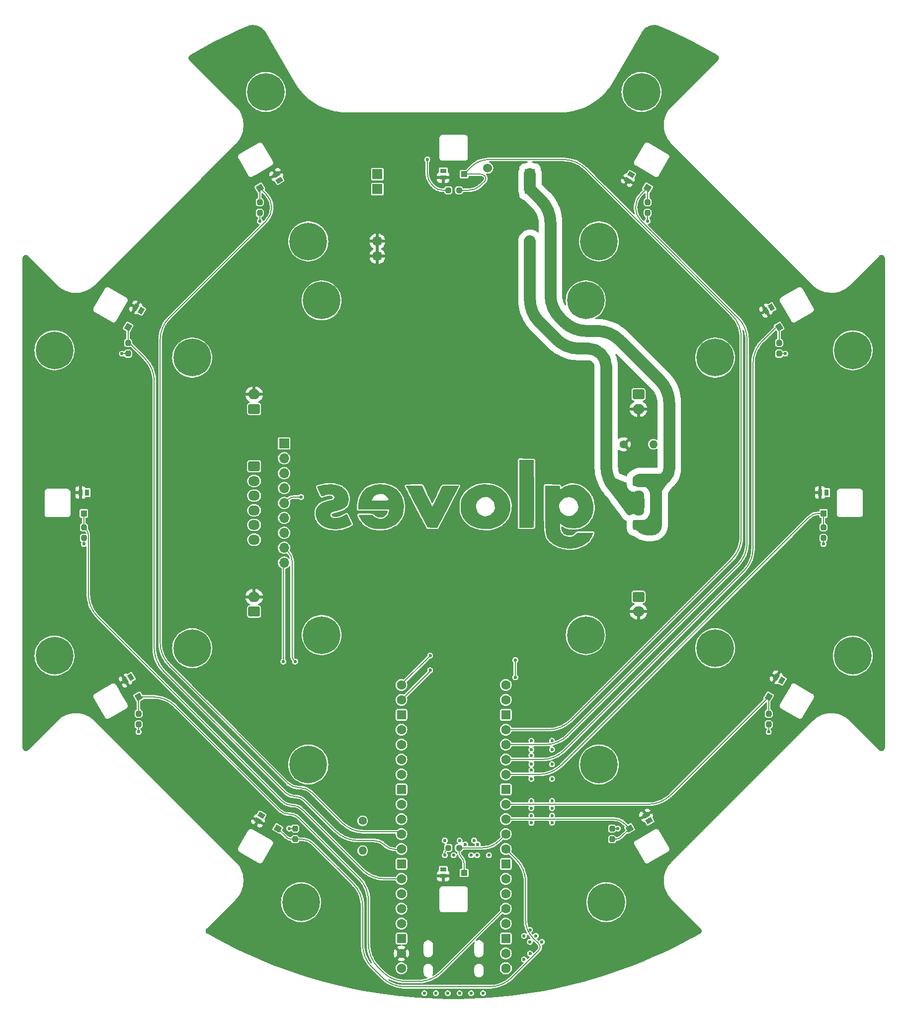
<source format=gbr>
%TF.GenerationSoftware,KiCad,Pcbnew,8.0.3*%
%TF.CreationDate,2024-06-14T01:25:08+08:00*%
%TF.ProjectId,bottom-rounded,626f7474-6f6d-42d7-926f-756e6465642e,1.2.0*%
%TF.SameCoordinates,Original*%
%TF.FileFunction,Copper,L2,Bot*%
%TF.FilePolarity,Positive*%
%FSLAX46Y46*%
G04 Gerber Fmt 4.6, Leading zero omitted, Abs format (unit mm)*
G04 Created by KiCad (PCBNEW 8.0.3) date 2024-06-14 01:25:08*
%MOMM*%
%LPD*%
G01*
G04 APERTURE LIST*
G04 Aperture macros list*
%AMRoundRect*
0 Rectangle with rounded corners*
0 $1 Rounding radius*
0 $2 $3 $4 $5 $6 $7 $8 $9 X,Y pos of 4 corners*
0 Add a 4 corners polygon primitive as box body*
4,1,4,$2,$3,$4,$5,$6,$7,$8,$9,$2,$3,0*
0 Add four circle primitives for the rounded corners*
1,1,$1+$1,$2,$3*
1,1,$1+$1,$4,$5*
1,1,$1+$1,$6,$7*
1,1,$1+$1,$8,$9*
0 Add four rect primitives between the rounded corners*
20,1,$1+$1,$2,$3,$4,$5,0*
20,1,$1+$1,$4,$5,$6,$7,0*
20,1,$1+$1,$6,$7,$8,$9,0*
20,1,$1+$1,$8,$9,$2,$3,0*%
%AMRotRect*
0 Rectangle, with rotation*
0 The origin of the aperture is its center*
0 $1 length*
0 $2 width*
0 $3 Rotation angle, in degrees counterclockwise*
0 Add horizontal line*
21,1,$1,$2,0,0,$3*%
%AMFreePoly0*
4,1,26,0.335306,0.780194,0.389950,0.741421,0.741421,0.389950,0.788777,0.314585,0.800000,0.248529,0.800000,-0.248529,0.780194,-0.335306,0.741421,-0.389950,0.389950,-0.741421,0.314585,-0.788777,0.248529,-0.800000,0.000000,-0.800000,-0.248529,-0.800000,-0.335306,-0.780194,-0.389950,-0.741421,-0.741421,-0.389950,-0.788777,-0.314585,-0.800000,-0.248529,-0.800000,0.248529,-0.780194,0.335306,
-0.741421,0.389950,-0.389950,0.741421,-0.314585,0.788777,-0.248529,0.800000,0.248529,0.800000,0.335306,0.780194,0.335306,0.780194,$1*%
G04 Aperture macros list end*
%TA.AperFunction,EtchedComponent*%
%ADD10C,0.000000*%
%TD*%
%TA.AperFunction,ComponentPad*%
%ADD11FreePoly0,180.000000*%
%TD*%
%TA.AperFunction,ComponentPad*%
%ADD12C,1.600000*%
%TD*%
%TA.AperFunction,ComponentPad*%
%ADD13RoundRect,0.200000X0.600000X0.600000X-0.600000X0.600000X-0.600000X-0.600000X0.600000X-0.600000X0*%
%TD*%
%TA.AperFunction,ComponentPad*%
%ADD14RoundRect,0.250000X0.725000X-0.600000X0.725000X0.600000X-0.725000X0.600000X-0.725000X-0.600000X0*%
%TD*%
%TA.AperFunction,ComponentPad*%
%ADD15O,1.950000X1.700000*%
%TD*%
%TA.AperFunction,ComponentPad*%
%ADD16C,0.800000*%
%TD*%
%TA.AperFunction,ComponentPad*%
%ADD17C,6.400000*%
%TD*%
%TA.AperFunction,ComponentPad*%
%ADD18RoundRect,0.250000X0.750000X-0.600000X0.750000X0.600000X-0.750000X0.600000X-0.750000X-0.600000X0*%
%TD*%
%TA.AperFunction,ComponentPad*%
%ADD19O,2.000000X1.700000*%
%TD*%
%TA.AperFunction,ComponentPad*%
%ADD20R,1.700000X1.700000*%
%TD*%
%TA.AperFunction,ComponentPad*%
%ADD21O,1.700000X1.700000*%
%TD*%
%TA.AperFunction,ComponentPad*%
%ADD22C,1.400000*%
%TD*%
%TA.AperFunction,ComponentPad*%
%ADD23O,1.400000X1.400000*%
%TD*%
%TA.AperFunction,ComponentPad*%
%ADD24RoundRect,0.250000X-0.725000X0.600000X-0.725000X-0.600000X0.725000X-0.600000X0.725000X0.600000X0*%
%TD*%
%TA.AperFunction,ComponentPad*%
%ADD25RoundRect,0.250000X-0.750000X0.600000X-0.750000X-0.600000X0.750000X-0.600000X0.750000X0.600000X0*%
%TD*%
%TA.AperFunction,ComponentPad*%
%ADD26C,1.700000*%
%TD*%
%TA.AperFunction,ComponentPad*%
%ADD27C,1.524000*%
%TD*%
%TA.AperFunction,SMDPad,CuDef*%
%ADD28R,0.800000X1.100000*%
%TD*%
%TA.AperFunction,SMDPad,CuDef*%
%ADD29R,1.000000X1.100000*%
%TD*%
%TA.AperFunction,SMDPad,CuDef*%
%ADD30RotRect,1.100000X0.800000X210.000000*%
%TD*%
%TA.AperFunction,SMDPad,CuDef*%
%ADD31RotRect,1.100000X1.000000X210.000000*%
%TD*%
%TA.AperFunction,SMDPad,CuDef*%
%ADD32RotRect,1.100000X0.800000X240.000000*%
%TD*%
%TA.AperFunction,SMDPad,CuDef*%
%ADD33RotRect,1.100000X1.000000X240.000000*%
%TD*%
%TA.AperFunction,SMDPad,CuDef*%
%ADD34RotRect,1.100000X0.800000X300.000000*%
%TD*%
%TA.AperFunction,SMDPad,CuDef*%
%ADD35RotRect,1.100000X1.000000X300.000000*%
%TD*%
%TA.AperFunction,SMDPad,CuDef*%
%ADD36RoundRect,0.237500X-0.250000X-0.237500X0.250000X-0.237500X0.250000X0.237500X-0.250000X0.237500X0*%
%TD*%
%TA.AperFunction,SMDPad,CuDef*%
%ADD37RoundRect,0.237500X0.237500X-0.250000X0.237500X0.250000X-0.237500X0.250000X-0.237500X-0.250000X0*%
%TD*%
%TA.AperFunction,SMDPad,CuDef*%
%ADD38R,1.100000X0.800000*%
%TD*%
%TA.AperFunction,SMDPad,CuDef*%
%ADD39R,1.100000X1.000000*%
%TD*%
%TA.AperFunction,SMDPad,CuDef*%
%ADD40RoundRect,0.237500X-0.237500X0.250000X-0.237500X-0.250000X0.237500X-0.250000X0.237500X0.250000X0*%
%TD*%
%TA.AperFunction,SMDPad,CuDef*%
%ADD41RotRect,1.100000X0.800000X330.000000*%
%TD*%
%TA.AperFunction,SMDPad,CuDef*%
%ADD42RotRect,1.100000X1.000000X330.000000*%
%TD*%
%TA.AperFunction,ViaPad*%
%ADD43C,0.600000*%
%TD*%
%TA.AperFunction,Conductor*%
%ADD44C,2.000000*%
%TD*%
%TA.AperFunction,Conductor*%
%ADD45C,0.200000*%
%TD*%
%TA.AperFunction,Conductor*%
%ADD46C,1.000000*%
%TD*%
G04 APERTURE END LIST*
D10*
%TA.AperFunction,EtchedComponent*%
%TO.C,G\u002A\u002A\u002A*%
G36*
X112424833Y-92652903D02*
G01*
X113673667Y-92676333D01*
X113695594Y-98349000D01*
X113697302Y-98828633D01*
X113699793Y-99772979D01*
X113700993Y-100661549D01*
X113700948Y-101480150D01*
X113699704Y-102214586D01*
X113697306Y-102850664D01*
X113693800Y-103374188D01*
X113689230Y-103770966D01*
X113683643Y-104026801D01*
X113677084Y-104127500D01*
X113655331Y-104151771D01*
X113535456Y-104189643D01*
X113299010Y-104214888D01*
X112928473Y-104228965D01*
X112406324Y-104233333D01*
X111176000Y-104233333D01*
X111176000Y-98431403D01*
X111176000Y-92629473D01*
X112424833Y-92652903D01*
G37*
%TD.AperFunction*%
%TA.AperFunction,EtchedComponent*%
G36*
X95466961Y-98793500D02*
G01*
X95598393Y-99071002D01*
X95827667Y-99551451D01*
X96028939Y-99968619D01*
X96191237Y-100299998D01*
X96303590Y-100523079D01*
X96355026Y-100615353D01*
X96372227Y-100606213D01*
X96453344Y-100482518D01*
X96587836Y-100235649D01*
X96764985Y-99886443D01*
X96974073Y-99455732D01*
X97204381Y-98964353D01*
X97310009Y-98736164D01*
X97537413Y-98251154D01*
X97740959Y-97825326D01*
X97909085Y-97482420D01*
X98030228Y-97246173D01*
X98092825Y-97140326D01*
X98158812Y-97103558D01*
X98322545Y-97072770D01*
X98597035Y-97055275D01*
X99001712Y-97049946D01*
X99556003Y-97055659D01*
X100921944Y-97079000D01*
X99085139Y-100657678D01*
X97248333Y-104236357D01*
X96401902Y-104213678D01*
X95555471Y-104191000D01*
X93719291Y-100677333D01*
X93370067Y-100008101D01*
X93021486Y-99338047D01*
X92705137Y-98727836D01*
X92428755Y-98192491D01*
X92200072Y-97747030D01*
X92026822Y-97406475D01*
X91916739Y-97185847D01*
X91877556Y-97100167D01*
X91915787Y-97085105D01*
X92095414Y-97065843D01*
X92397011Y-97050492D01*
X92792679Y-97040337D01*
X93254521Y-97036667D01*
X94637041Y-97036667D01*
X95466961Y-98793500D01*
G37*
%TD.AperFunction*%
%TA.AperFunction,EtchedComponent*%
G36*
X109652352Y-101268152D02*
G01*
X109642567Y-101320208D01*
X109412075Y-102086139D01*
X109041706Y-102765961D01*
X108543004Y-103348576D01*
X107927513Y-103822888D01*
X107206775Y-104177799D01*
X106392333Y-104402211D01*
X106044484Y-104442485D01*
X105501779Y-104452382D01*
X104916719Y-104418704D01*
X104356433Y-104345847D01*
X103888048Y-104238208D01*
X103494082Y-104089949D01*
X102941252Y-103803321D01*
X102436730Y-103456907D01*
X102040690Y-103088166D01*
X101875885Y-102870372D01*
X101669996Y-102543222D01*
X101490357Y-102205344D01*
X101421210Y-102056779D01*
X101331177Y-101837231D01*
X101274440Y-101630915D01*
X101243366Y-101392194D01*
X101230319Y-101075435D01*
X101227667Y-100635000D01*
X101228132Y-100453177D01*
X103838479Y-100453177D01*
X103843914Y-100894601D01*
X103961663Y-101317941D01*
X104190526Y-101695011D01*
X104529304Y-101997628D01*
X104976796Y-102197607D01*
X105026874Y-102211218D01*
X105349008Y-102272600D01*
X105632074Y-102256643D01*
X105969000Y-102159806D01*
X106023416Y-102138626D01*
X106338525Y-101946331D01*
X106636145Y-101666201D01*
X106869832Y-101348807D01*
X106993140Y-101044718D01*
X107013535Y-100914653D01*
X107005513Y-100373162D01*
X106844410Y-99891765D01*
X106538066Y-99486774D01*
X106094319Y-99174500D01*
X105746382Y-99037125D01*
X105302036Y-98996294D01*
X104845603Y-99115041D01*
X104508048Y-99302231D01*
X104169346Y-99628808D01*
X103946556Y-100021851D01*
X103838479Y-100453177D01*
X101228132Y-100453177D01*
X101228358Y-100364628D01*
X101236025Y-100000782D01*
X101258467Y-99734399D01*
X101303333Y-99519819D01*
X101378270Y-99311385D01*
X101490927Y-99063439D01*
X101506999Y-99029995D01*
X101903212Y-98400958D01*
X102418014Y-97870135D01*
X103029946Y-97441913D01*
X103717547Y-97120679D01*
X104459359Y-96910819D01*
X105233921Y-96816720D01*
X106019774Y-96842770D01*
X106795458Y-96993356D01*
X107539514Y-97272864D01*
X108230481Y-97685682D01*
X108455502Y-97865138D01*
X108968402Y-98416085D01*
X109354892Y-99057949D01*
X109604617Y-99764641D01*
X109707222Y-100510072D01*
X109677938Y-100914653D01*
X109652352Y-101268152D01*
G37*
%TD.AperFunction*%
%TA.AperFunction,EtchedComponent*%
G36*
X91459132Y-99797219D02*
G01*
X91533333Y-100635000D01*
X91506900Y-101143621D01*
X91346187Y-101931713D01*
X91045159Y-102629727D01*
X90610172Y-103229682D01*
X90047582Y-103723599D01*
X89363747Y-104103497D01*
X88565022Y-104361396D01*
X88307696Y-104406502D01*
X87759393Y-104447440D01*
X87155333Y-104439264D01*
X86563027Y-104384057D01*
X86049982Y-104283897D01*
X85722267Y-104175428D01*
X85102213Y-103848389D01*
X84572402Y-103399245D01*
X84155996Y-102849960D01*
X83876158Y-102222500D01*
X83817256Y-102032000D01*
X85047649Y-102032000D01*
X85521107Y-102033643D01*
X85865866Y-102040912D01*
X86095251Y-102057150D01*
X86236572Y-102085697D01*
X86317136Y-102129895D01*
X86364253Y-102193086D01*
X86395507Y-102239762D01*
X86593936Y-102406350D01*
X86886241Y-102557408D01*
X87214417Y-102667035D01*
X87520458Y-102709333D01*
X87719392Y-102694789D01*
X88160085Y-102558799D01*
X88536410Y-102301742D01*
X88802833Y-101950560D01*
X88858392Y-101830082D01*
X88955074Y-101554076D01*
X88993333Y-101336727D01*
X88993333Y-101100667D01*
X86368667Y-101100667D01*
X83744000Y-101100667D01*
X83744000Y-100525788D01*
X83747780Y-100346331D01*
X83847601Y-99590237D01*
X83851961Y-99576667D01*
X86026559Y-99576667D01*
X87467613Y-99576667D01*
X87766303Y-99576497D01*
X88242573Y-99572436D01*
X88576005Y-99557391D01*
X88784236Y-99524139D01*
X88884903Y-99465457D01*
X88895641Y-99374122D01*
X88834088Y-99242910D01*
X88717879Y-99064598D01*
X88700989Y-99039969D01*
X88389328Y-98712869D01*
X87998384Y-98524379D01*
X87506794Y-98463905D01*
X87350157Y-98470600D01*
X86874643Y-98588476D01*
X86486385Y-98847051D01*
X86199285Y-99238094D01*
X86026559Y-99576667D01*
X83851961Y-99576667D01*
X84073872Y-98886016D01*
X84414297Y-98264281D01*
X84856582Y-97755641D01*
X85295611Y-97427438D01*
X85948842Y-97108223D01*
X86684205Y-96902296D01*
X87470819Y-96817718D01*
X88277798Y-96862550D01*
X88298475Y-96865470D01*
X89107598Y-97057281D01*
X89814695Y-97380461D01*
X90411581Y-97825529D01*
X90890071Y-98383000D01*
X91241983Y-99043392D01*
X91337254Y-99374122D01*
X91459132Y-99797219D01*
G37*
%TD.AperFunction*%
%TA.AperFunction,EtchedComponent*%
G36*
X79768258Y-96872338D02*
G01*
X80439215Y-97045914D01*
X81015947Y-97325579D01*
X81486146Y-97703404D01*
X81837510Y-98171460D01*
X82057732Y-98721819D01*
X82134506Y-99346553D01*
X82133733Y-99429073D01*
X82076510Y-99942213D01*
X81919059Y-100364122D01*
X81647963Y-100707817D01*
X81249810Y-100986318D01*
X80711183Y-101212641D01*
X80018667Y-101399806D01*
X79637321Y-101492857D01*
X79316498Y-101601699D01*
X79121865Y-101722099D01*
X79030345Y-101869258D01*
X79018858Y-102058378D01*
X79043209Y-102191217D01*
X79144686Y-102348873D01*
X79364080Y-102484228D01*
X79644098Y-102576292D01*
X80073584Y-102584573D01*
X80580351Y-102461245D01*
X81176616Y-102204422D01*
X81807512Y-101887354D01*
X82225423Y-102720139D01*
X82366740Y-103006108D01*
X82509941Y-103306939D01*
X82607370Y-103525114D01*
X82643333Y-103626594D01*
X82620287Y-103665920D01*
X82472636Y-103767968D01*
X82219770Y-103895683D01*
X81898443Y-104033746D01*
X81545406Y-104166839D01*
X81197414Y-104279646D01*
X80891217Y-104356847D01*
X80688344Y-104393656D01*
X79871955Y-104468313D01*
X79109893Y-104422294D01*
X78416582Y-104263194D01*
X77806445Y-103998607D01*
X77293906Y-103636129D01*
X76893390Y-103183355D01*
X76619319Y-102647880D01*
X76486117Y-102037298D01*
X76481659Y-101982415D01*
X76504139Y-101405283D01*
X76667126Y-100908128D01*
X76977940Y-100467583D01*
X76984062Y-100460965D01*
X77295467Y-100183196D01*
X77674962Y-99960824D01*
X78156238Y-99777914D01*
X78772986Y-99618531D01*
X79192233Y-99509852D01*
X79477112Y-99390782D01*
X79632533Y-99252736D01*
X79678704Y-99083786D01*
X79660645Y-98960258D01*
X79519655Y-98751705D01*
X79258405Y-98619111D01*
X78900343Y-98567430D01*
X78468916Y-98601613D01*
X77987571Y-98726613D01*
X77783108Y-98795235D01*
X77589932Y-98854922D01*
X77510515Y-98872015D01*
X77475426Y-98813544D01*
X77382325Y-98634842D01*
X77254161Y-98377354D01*
X77109368Y-98079470D01*
X76966377Y-97779580D01*
X76843622Y-97516073D01*
X76759535Y-97327340D01*
X76732550Y-97251770D01*
X76744033Y-97243578D01*
X76910783Y-97172232D01*
X77193086Y-97087103D01*
X77545603Y-96999584D01*
X77922991Y-96921068D01*
X78279909Y-96862948D01*
X79015379Y-96812779D01*
X79768258Y-96872338D01*
G37*
%TD.AperFunction*%
%TA.AperFunction,EtchedComponent*%
G36*
X123837620Y-101072820D02*
G01*
X123715961Y-101794359D01*
X123462942Y-102465639D01*
X123084331Y-103066679D01*
X122585898Y-103577496D01*
X121973410Y-103978110D01*
X121892557Y-104018585D01*
X121609880Y-104144134D01*
X121345150Y-104222830D01*
X121035946Y-104269461D01*
X120619847Y-104298817D01*
X120318597Y-104309732D01*
X119801589Y-104291448D01*
X119373030Y-104208672D01*
X118982992Y-104049205D01*
X118581549Y-103800851D01*
X118118667Y-103476600D01*
X118118667Y-104053317D01*
X118130190Y-104323513D01*
X118241983Y-104853334D01*
X118471084Y-105261622D01*
X118815540Y-105546467D01*
X119273397Y-105705961D01*
X119842703Y-105738195D01*
X119911557Y-105734539D01*
X120203611Y-105709807D01*
X120395400Y-105660244D01*
X120545297Y-105562742D01*
X120711676Y-105394193D01*
X120999612Y-105080000D01*
X122401178Y-105080000D01*
X123802744Y-105080000D01*
X123745101Y-105270500D01*
X123679711Y-105446949D01*
X123523345Y-105774289D01*
X123328591Y-106119776D01*
X123129214Y-106424955D01*
X122958981Y-106631374D01*
X122944755Y-106644809D01*
X122481737Y-106999333D01*
X121908527Y-107316300D01*
X121281909Y-107568611D01*
X120658667Y-107729166D01*
X120451434Y-107755833D01*
X119986100Y-107776773D01*
X119462535Y-107764737D01*
X118949657Y-107722218D01*
X118516380Y-107651706D01*
X118512498Y-107650827D01*
X117744423Y-107409557D01*
X117070297Y-107060655D01*
X116518118Y-106618595D01*
X116455215Y-106554833D01*
X116266211Y-106350661D01*
X116106518Y-106146927D01*
X115973675Y-105928199D01*
X115865220Y-105679045D01*
X115778691Y-105384033D01*
X115711627Y-105027729D01*
X115661566Y-104594701D01*
X115626045Y-104069517D01*
X115602604Y-103436744D01*
X115588780Y-102680951D01*
X115582112Y-101786703D01*
X115580137Y-100738570D01*
X115580061Y-100545790D01*
X117949806Y-100545790D01*
X117950432Y-100580231D01*
X118035035Y-101012876D01*
X118238937Y-101441396D01*
X118528996Y-101811111D01*
X118872068Y-102067343D01*
X118897050Y-102079727D01*
X119383998Y-102230741D01*
X119867905Y-102224187D01*
X120320987Y-102069309D01*
X120715457Y-101775351D01*
X121023529Y-101351558D01*
X121066994Y-101267454D01*
X121187837Y-100988981D01*
X121233060Y-100752607D01*
X121220130Y-100480996D01*
X121141386Y-100115812D01*
X120914090Y-99666297D01*
X120569225Y-99324850D01*
X120125177Y-99107921D01*
X119600333Y-99031956D01*
X119273473Y-99056113D01*
X118822556Y-99202673D01*
X118459898Y-99489845D01*
X118171277Y-99926532D01*
X118080635Y-100123775D01*
X117986229Y-100376724D01*
X117949806Y-100545790D01*
X115580061Y-100545790D01*
X115578667Y-97032140D01*
X116827500Y-97055570D01*
X118076333Y-97079000D01*
X118102611Y-97396500D01*
X118107947Y-97453742D01*
X118135728Y-97639203D01*
X118165378Y-97714000D01*
X118217620Y-97685958D01*
X118372676Y-97579152D01*
X118587182Y-97419883D01*
X118943081Y-97190809D01*
X119536437Y-96959919D01*
X120164244Y-96871533D01*
X120804565Y-96918733D01*
X121435465Y-97094597D01*
X122035005Y-97392206D01*
X122581251Y-97804641D01*
X123052265Y-98324982D01*
X123426111Y-98946308D01*
X123663783Y-99558888D01*
X123822151Y-100321002D01*
X123831031Y-100752607D01*
X123837620Y-101072820D01*
G37*
%TD.AperFunction*%
%TD*%
D11*
%TO.P,U1,1,GPIO2-ADC1_1*%
%TO.N,GPIO2*%
X108890000Y-179260000D03*
D12*
%TO.P,U1,2,GPIO3-ADC1_2*%
%TO.N,GPIO3*%
X108890000Y-176720000D03*
D13*
%TO.P,U1,3,GND*%
%TO.N,GND*%
X108890000Y-174180000D03*
D12*
%TO.P,U1,4,GPIO4-ADC1_3*%
%TO.N,GPIO4*%
X108890000Y-171640000D03*
%TO.P,U1,5,GPIO5-ADC1_4*%
%TO.N,TEMT9*%
X108890000Y-169100000D03*
%TO.P,U1,6,GPIO43*%
%TO.N,Bottom-TX0-Top-RX*%
X108890000Y-166560000D03*
%TO.P,U1,7,GPIO44*%
%TO.N,Bottom-RX0-Top-TX*%
X108890000Y-164020000D03*
D13*
%TO.P,U1,8,GND*%
%TO.N,GND*%
X108890000Y-161480000D03*
D12*
%TO.P,U1,9,GPIO14-ADC2_3*%
%TO.N,TEMT8*%
X108890000Y-158940000D03*
%TO.P,U1,10,GPIO15-ADC2_4*%
%TO.N,TEMT7*%
X108890000Y-156400000D03*
%TO.P,U1,11,GPIO16-ADC2_5*%
%TO.N,TEMT6*%
X108890000Y-153860000D03*
%TO.P,U1,12,GPIO17-ADC2_6*%
%TO.N,TEMT5*%
X108890000Y-151320000D03*
D13*
%TO.P,U1,13,GND*%
%TO.N,GND*%
X108890000Y-148780000D03*
D12*
%TO.P,U1,14,GPIO10-ADC1_9*%
%TO.N,TEMT4*%
X108890000Y-146240000D03*
%TO.P,U1,15,GPIO11-ADC2_0*%
%TO.N,TEMT3*%
X108890000Y-143700000D03*
%TO.P,U1,16,GPIO12-ADC2_1*%
%TO.N,TEMT2*%
X108890000Y-141160000D03*
%TO.P,U1,17,GPIO13-ADC2_2*%
%TO.N,TEMT1*%
X108890000Y-138620000D03*
D13*
%TO.P,U1,18,GND*%
%TO.N,GND*%
X108890000Y-136080000D03*
D12*
%TO.P,U1,19,GPIO34*%
%TO.N,GPIO34*%
X108890000Y-133540000D03*
%TO.P,U1,20,GPIO35*%
%TO.N,GPIO35*%
X108890000Y-131000000D03*
%TO.P,U1,21,GPIO36*%
%TO.N,GPIO36*%
X91110000Y-131000000D03*
%TO.P,U1,22,GPIO37*%
%TO.N,GPIO37*%
X91110000Y-133540000D03*
D13*
%TO.P,U1,23,GND*%
%TO.N,GND*%
X91110000Y-136080000D03*
D12*
%TO.P,U1,24,GPIO38*%
%TO.N,GPIO38*%
X91110000Y-138620000D03*
%TO.P,U1,25,GPIO39*%
%TO.N,GPIO39*%
X91110000Y-141160000D03*
%TO.P,U1,26,GPIO40*%
%TO.N,Bottom-D2*%
X91110000Y-143700000D03*
%TO.P,U1,27,GPIO41*%
%TO.N,Bottom-D1*%
X91110000Y-146240000D03*
D13*
%TO.P,U1,28,GND*%
%TO.N,GND*%
X91110000Y-148780000D03*
D12*
%TO.P,U1,29,GPIO42*%
%TO.N,Bottom-D0*%
X91110000Y-151320000D03*
%TO.P,U1,30,RUN*%
%TO.N,Net-(U1-RUN)*%
X91110000Y-153860000D03*
%TO.P,U1,31,GPIO6-ADC1_5*%
%TO.N,TEMT12*%
X91110000Y-156400000D03*
%TO.P,U1,32,GPIO7-ADC1_6*%
%TO.N,TEMT11*%
X91110000Y-158940000D03*
D13*
%TO.P,U1,33,GND*%
%TO.N,GND*%
X91110000Y-161480000D03*
D12*
%TO.P,U1,34,GPIO8-ADC1_7*%
%TO.N,TEMT10*%
X91110000Y-164020000D03*
%TO.P,U1,35,NC*%
%TO.N,unconnected-(U1-NC-Pad35)_0*%
X91110000Y-166560000D03*
%TO.P,U1,36,3V3*%
%TO.N,Net-(U1-3V3)*%
X91110000Y-169100000D03*
%TO.P,U1,37,3V3_EN*%
%TO.N,unconnected-(U1-3V3_EN-Pad37)_0*%
X91110000Y-171640000D03*
D13*
%TO.P,U1,38,GND*%
%TO.N,GND*%
X91110000Y-174180000D03*
D12*
%TO.P,U1,39,VSYS*%
%TO.N,+3.3V*%
X91110000Y-176720000D03*
%TO.P,U1,40,VBUS*%
%TO.N,unconnected-(U1-VBUS-Pad40)*%
X91110000Y-179260000D03*
%TD*%
D14*
%TO.P,J4,1,Pin_1*%
%TO.N,GND1*%
X131500000Y-103750000D03*
D15*
%TO.P,J4,2,Pin_2*%
%TO.N,+12V*%
X131500000Y-101250000D03*
%TO.P,J4,3,Pin_3*%
X131500000Y-98750000D03*
D14*
%TO.P,J4,4,Pin_4*%
%TO.N,GND1*%
X131500000Y-96250000D03*
%TD*%
D16*
%TO.P,H20,1*%
%TO.N,N/C*%
X120100000Y-65500000D03*
X120802944Y-63802944D03*
X120802944Y-67197056D03*
X122500000Y-63100000D03*
D17*
X122500000Y-65500000D03*
D16*
X122500000Y-67900000D03*
X124197056Y-63802944D03*
X124197056Y-67197056D03*
X124900000Y-65500000D03*
%TD*%
D18*
%TO.P,J7,1,Pin_1*%
%TO.N,GND*%
X66000000Y-118500000D03*
D19*
%TO.P,J7,2,Pin_2*%
%TO.N,+3.3V*%
X66000000Y-116000000D03*
%TD*%
D20*
%TO.P,J2,1,Pin_1*%
%TO.N,GPIO2*%
X71120000Y-89850000D03*
D21*
%TO.P,J2,2,Pin_2*%
%TO.N,GPIO3*%
X71120000Y-92390000D03*
%TO.P,J2,3,Pin_3*%
%TO.N,GPIO4*%
X71120000Y-94930000D03*
%TO.P,J2,4,Pin_4*%
%TO.N,GPIO34*%
X71120000Y-97470000D03*
%TO.P,J2,5,Pin_5*%
%TO.N,GPIO35*%
X71120000Y-100010000D03*
%TO.P,J2,6,Pin_6*%
%TO.N,GPIO36*%
X71120000Y-102550000D03*
%TO.P,J2,7,Pin_7*%
%TO.N,GPIO37*%
X71120000Y-105090000D03*
%TO.P,J2,8,Pin_8*%
%TO.N,GPIO38*%
X71120000Y-107630000D03*
%TO.P,J2,9,Pin_9*%
%TO.N,GPIO39*%
X71120000Y-110170000D03*
%TD*%
D22*
%TO.P,R14,1*%
%TO.N,Net-(U1-RUN)*%
X84500000Y-154140000D03*
D23*
%TO.P,R14,2*%
%TO.N,Net-(U1-3V3)*%
X84500000Y-159220000D03*
%TD*%
D16*
%TO.P,H10,1*%
%TO.N,N/C*%
X53052273Y-75251263D03*
X53755217Y-73554207D03*
X53755217Y-76948319D03*
X55452273Y-72851263D03*
D17*
X55452273Y-75251263D03*
D16*
X55452273Y-77651263D03*
X57149329Y-73554207D03*
X57149329Y-76948319D03*
X57852273Y-75251263D03*
%TD*%
%TO.P,H18,1*%
%TO.N,N/C*%
X75100000Y-122500000D03*
X75802944Y-120802944D03*
X75802944Y-124197056D03*
X77500000Y-120100000D03*
D17*
X77500000Y-122500000D03*
D16*
X77500000Y-124900000D03*
X79197056Y-120802944D03*
X79197056Y-124197056D03*
X79900000Y-122500000D03*
%TD*%
%TO.P,H12,1*%
%TO.N,N/C*%
X72851263Y-144547727D03*
X73554207Y-142850671D03*
X73554207Y-146244783D03*
X75251263Y-142147727D03*
D17*
X75251263Y-144547727D03*
D16*
X75251263Y-146947727D03*
X76948319Y-142850671D03*
X76948319Y-146244783D03*
X77651263Y-144547727D03*
%TD*%
%TO.P,H8,1*%
%TO.N,N/C*%
X29600000Y-126000000D03*
X30302944Y-124302944D03*
X30302944Y-127697056D03*
X32000000Y-123600000D03*
D17*
X32000000Y-126000000D03*
D16*
X32000000Y-128400000D03*
X33697056Y-124302944D03*
X33697056Y-127697056D03*
X34400000Y-126000000D03*
%TD*%
%TO.P,H11,1*%
%TO.N,N/C*%
X53052273Y-124748737D03*
X53755217Y-123051681D03*
X53755217Y-126445793D03*
X55452273Y-122348737D03*
D17*
X55452273Y-124748737D03*
D16*
X55452273Y-127148737D03*
X57149329Y-123051681D03*
X57149329Y-126445793D03*
X57852273Y-124748737D03*
%TD*%
%TO.P,H6,1*%
%TO.N,N/C*%
X71600000Y-168000000D03*
X72302944Y-166302944D03*
X72302944Y-169697056D03*
X74000000Y-165600000D03*
D17*
X74000000Y-168000000D03*
D16*
X74000000Y-170400000D03*
X75697056Y-166302944D03*
X75697056Y-169697056D03*
X76400000Y-168000000D03*
%TD*%
%TO.P,H9,1*%
%TO.N,N/C*%
X72851263Y-55452273D03*
X73554207Y-53755217D03*
X73554207Y-57149329D03*
X75251263Y-53052273D03*
D17*
X75251263Y-55452273D03*
D16*
X75251263Y-57852273D03*
X76948319Y-53755217D03*
X76948319Y-57149329D03*
X77651263Y-55452273D03*
%TD*%
%TO.P,H5,1*%
%TO.N,N/C*%
X123600000Y-168000000D03*
X124302944Y-166302944D03*
X124302944Y-169697056D03*
X126000000Y-165600000D03*
D17*
X126000000Y-168000000D03*
D16*
X126000000Y-170400000D03*
X127697056Y-166302944D03*
X127697056Y-169697056D03*
X128400000Y-168000000D03*
%TD*%
D18*
%TO.P,J6,1,Pin_1*%
%TO.N,GND*%
X66000000Y-84000000D03*
D19*
%TO.P,J6,2,Pin_2*%
%TO.N,+3.3V*%
X66000000Y-81500000D03*
%TD*%
D24*
%TO.P,J1,1,Pin_1*%
%TO.N,GND*%
X66000000Y-93750000D03*
D15*
%TO.P,J1,2,Pin_2*%
%TO.N,Bottom-D0*%
X66000000Y-96250000D03*
%TO.P,J1,3,Pin_3*%
%TO.N,Bottom-D1*%
X66000000Y-98750000D03*
%TO.P,J1,4,Pin_4*%
%TO.N,Bottom-D2*%
X66000000Y-101250000D03*
%TO.P,J1,5,Pin_5*%
%TO.N,Bottom-RX0-Top-TX*%
X66000000Y-103750000D03*
%TO.P,J1,6,Pin_6*%
%TO.N,Bottom-TX0-Top-RX*%
X66000000Y-106250000D03*
%TD*%
D25*
%TO.P,J3,1,Pin_1*%
%TO.N,GND*%
X131500000Y-81500000D03*
D19*
%TO.P,J3,2,Pin_2*%
%TO.N,+3.3V*%
X131500000Y-84000000D03*
%TD*%
D16*
%TO.P,H15,1*%
%TO.N,N/C*%
X122348737Y-144547727D03*
X123051681Y-142850671D03*
X123051681Y-146244783D03*
X124748737Y-142147727D03*
D17*
X124748737Y-144547727D03*
D16*
X124748737Y-146947727D03*
X126445793Y-142850671D03*
X126445793Y-146244783D03*
X127148737Y-144547727D03*
%TD*%
%TO.P,H16,1*%
%TO.N,N/C*%
X122348737Y-55452273D03*
X123051681Y-53755217D03*
X123051681Y-57149329D03*
X124748737Y-53052273D03*
D17*
X124748737Y-55452273D03*
D16*
X124748737Y-57852273D03*
X126445793Y-53755217D03*
X126445793Y-57149329D03*
X127148737Y-55452273D03*
%TD*%
%TO.P,H2,1*%
%TO.N,N/C*%
X129600000Y-30000000D03*
X130302944Y-28302944D03*
X130302944Y-31697056D03*
X132000000Y-27600000D03*
D17*
X132000000Y-30000000D03*
D16*
X132000000Y-32400000D03*
X133697056Y-28302944D03*
X133697056Y-31697056D03*
X134400000Y-30000000D03*
%TD*%
%TO.P,H1,1*%
%TO.N,N/C*%
X65600000Y-30000000D03*
X66302944Y-28302944D03*
X66302944Y-31697056D03*
X68000000Y-27600000D03*
D17*
X68000000Y-30000000D03*
D16*
X68000000Y-32400000D03*
X69697056Y-28302944D03*
X69697056Y-31697056D03*
X70400000Y-30000000D03*
%TD*%
%TO.P,H14,1*%
%TO.N,N/C*%
X142147727Y-124748737D03*
X142850671Y-123051681D03*
X142850671Y-126445793D03*
X144547727Y-122348737D03*
D17*
X144547727Y-124748737D03*
D16*
X144547727Y-127148737D03*
X146244783Y-123051681D03*
X146244783Y-126445793D03*
X146947727Y-124748737D03*
%TD*%
%TO.P,H13,1*%
%TO.N,N/C*%
X142147727Y-75251263D03*
X142850671Y-73554207D03*
X142850671Y-76948319D03*
X144547727Y-72851263D03*
D17*
X144547727Y-75251263D03*
D16*
X144547727Y-77651263D03*
X146244783Y-73554207D03*
X146244783Y-76948319D03*
X146947727Y-75251263D03*
%TD*%
%TO.P,H17,1*%
%TO.N,N/C*%
X120100000Y-122500000D03*
X120802944Y-120802944D03*
X120802944Y-124197056D03*
X122500000Y-120100000D03*
D17*
X122500000Y-122500000D03*
D16*
X122500000Y-124900000D03*
X124197056Y-120802944D03*
X124197056Y-124197056D03*
X124900000Y-122500000D03*
%TD*%
D20*
%TO.P,U2,1,GND*%
%TO.N,GND*%
X87005000Y-44000000D03*
X87005000Y-46540000D03*
D26*
%TO.P,U2,2,VOUT*%
%TO.N,+3.3V*%
X87005000Y-55430000D03*
X87005000Y-57970000D03*
%TO.P,U2,3,VIN*%
%TO.N,+12V*%
X113005000Y-55430000D03*
X113005000Y-57970000D03*
D20*
%TO.P,U2,4,GND_IN*%
%TO.N,GND1*%
X113005000Y-44000000D03*
X113005000Y-46540000D03*
D27*
%TO.P,U2,5,EN*%
%TO.N,unconnected-(U2-EN-Pad5)*%
X105801000Y-42954000D03*
%TD*%
D16*
%TO.P,H7,1*%
%TO.N,N/C*%
X29600000Y-74000000D03*
X30302944Y-72302944D03*
X30302944Y-75697056D03*
X32000000Y-71600000D03*
D17*
X32000000Y-74000000D03*
D16*
X32000000Y-76400000D03*
X33697056Y-72302944D03*
X33697056Y-75697056D03*
X34400000Y-74000000D03*
%TD*%
D25*
%TO.P,J5,1,Pin_1*%
%TO.N,GND*%
X131500000Y-116000000D03*
D19*
%TO.P,J5,2,Pin_2*%
%TO.N,+3.3V*%
X131500000Y-118500000D03*
%TD*%
D16*
%TO.P,H19,1*%
%TO.N,N/C*%
X75100000Y-65500000D03*
X75802944Y-63802944D03*
X75802944Y-67197056D03*
X77500000Y-63100000D03*
D17*
X77500000Y-65500000D03*
D16*
X77500000Y-67900000D03*
X79197056Y-63802944D03*
X79197056Y-67197056D03*
X79900000Y-65500000D03*
%TD*%
D22*
%TO.P,R13,1*%
%TO.N,+3.3V*%
X128960000Y-90000000D03*
D23*
%TO.P,R13,2*%
%TO.N,Net-(D1-A)*%
X134040000Y-90000000D03*
%TD*%
D16*
%TO.P,H3,1*%
%TO.N,N/C*%
X165600000Y-74000000D03*
X166302944Y-72302944D03*
X166302944Y-75697056D03*
X168000000Y-71600000D03*
D17*
X168000000Y-74000000D03*
D16*
X168000000Y-76400000D03*
X169697056Y-72302944D03*
X169697056Y-75697056D03*
X170400000Y-74000000D03*
%TD*%
%TO.P,H4,1*%
%TO.N,N/C*%
X165600000Y-126000000D03*
X166302944Y-124302944D03*
X166302944Y-127697056D03*
X168000000Y-123600000D03*
D17*
X168000000Y-126000000D03*
D16*
X168000000Y-128400000D03*
X169697056Y-124302944D03*
X169697056Y-127697056D03*
X170400000Y-126000000D03*
%TD*%
D28*
%TO.P,L10,*%
%TO.N,*%
X37550000Y-98225000D03*
%TO.P,L10,1*%
%TO.N,+3.3V*%
X36450000Y-98225000D03*
D29*
%TO.P,L10,2*%
%TO.N,TEMT10*%
X37000000Y-101775000D03*
%TD*%
D30*
%TO.P,L6,*%
%TO.N,*%
X133312195Y-154148814D03*
%TO.P,L6,1*%
%TO.N,+3.3V*%
X132762195Y-153196186D03*
D31*
%TO.P,L6,2*%
%TO.N,TEMT6*%
X129962805Y-155447500D03*
%TD*%
D32*
%TO.P,L11,*%
%TO.N,*%
X46803814Y-67237805D03*
%TO.P,L11,1*%
%TO.N,+3.3V*%
X45851186Y-66687805D03*
D33*
%TO.P,L11,2*%
%TO.N,TEMT11*%
X44552500Y-70037195D03*
%TD*%
D34*
%TO.P,L9,*%
%TO.N,*%
X45028814Y-129687805D03*
%TO.P,L9,1*%
%TO.N,+3.3V*%
X44076186Y-130237805D03*
D35*
%TO.P,L9,2*%
%TO.N,TEMT9*%
X46327500Y-133037195D03*
%TD*%
D36*
%TO.P,R1,1*%
%TO.N,GND*%
X99087500Y-46736000D03*
%TO.P,R1,2*%
%TO.N,TEMT1*%
X100912500Y-46736000D03*
%TD*%
%TO.P,R7,1*%
%TO.N,GND*%
X99087500Y-158750000D03*
%TO.P,R7,2*%
%TO.N,TEMT7*%
X100912500Y-158750000D03*
%TD*%
D37*
%TO.P,R5,1*%
%TO.N,GND*%
X153670000Y-137715000D03*
%TO.P,R5,2*%
%TO.N,TEMT5*%
X153672500Y-135890000D03*
%TD*%
D30*
%TO.P,L12,*%
%TO.N,*%
X70312195Y-45028814D03*
%TO.P,L12,1*%
%TO.N,+3.3V*%
X69762195Y-44076186D03*
D31*
%TO.P,L12,2*%
%TO.N,TEMT12*%
X66962805Y-46327500D03*
%TD*%
D37*
%TO.P,R3,1*%
%TO.N,GND*%
X155447500Y-74572500D03*
%TO.P,R3,2*%
%TO.N,TEMT3*%
X155447500Y-72747500D03*
%TD*%
D38*
%TO.P,L7,*%
%TO.N,*%
X98225000Y-162450000D03*
%TO.P,L7,1*%
%TO.N,+3.3V*%
X98225000Y-163550000D03*
D39*
%TO.P,L7,2*%
%TO.N,TEMT7*%
X101775000Y-163000000D03*
%TD*%
D37*
%TO.P,R10,1*%
%TO.N,GND*%
X37000000Y-105965000D03*
%TO.P,R10,2*%
%TO.N,TEMT10*%
X37000000Y-104140000D03*
%TD*%
%TO.P,R2,1*%
%TO.N,GND*%
X133037195Y-50593000D03*
%TO.P,R2,2*%
%TO.N,TEMT2*%
X133037195Y-48768000D03*
%TD*%
%TO.P,R12,1*%
%TO.N,GND*%
X66962805Y-50593000D03*
%TO.P,R12,2*%
%TO.N,TEMT12*%
X66962805Y-48768000D03*
%TD*%
D32*
%TO.P,L5,*%
%TO.N,*%
X155923814Y-130237805D03*
%TO.P,L5,1*%
%TO.N,+3.3V*%
X154971186Y-129687805D03*
D33*
%TO.P,L5,2*%
%TO.N,TEMT5*%
X153672500Y-133037195D03*
%TD*%
D40*
%TO.P,R8,1*%
%TO.N,GND*%
X73000000Y-155447500D03*
%TO.P,R8,2*%
%TO.N,TEMT8*%
X73000000Y-157272500D03*
%TD*%
D37*
%TO.P,R11,1*%
%TO.N,GND*%
X44552500Y-74572500D03*
%TO.P,R11,2*%
%TO.N,TEMT11*%
X44552500Y-72747500D03*
%TD*%
D34*
%TO.P,L3,*%
%TO.N,*%
X154148814Y-66687805D03*
%TO.P,L3,1*%
%TO.N,+3.3V*%
X153196186Y-67237805D03*
D35*
%TO.P,L3,2*%
%TO.N,TEMT3*%
X155447500Y-70037195D03*
%TD*%
D37*
%TO.P,R9,1*%
%TO.N,GND*%
X46330000Y-137715000D03*
%TO.P,R9,2*%
%TO.N,TEMT9*%
X46330000Y-135890000D03*
%TD*%
D38*
%TO.P,L1,*%
%TO.N,*%
X98225000Y-43450000D03*
%TO.P,L1,1*%
%TO.N,+3.3V*%
X98225000Y-44550000D03*
D39*
%TO.P,L1,2*%
%TO.N,TEMT1*%
X101775000Y-44000000D03*
%TD*%
D40*
%TO.P,R6,1*%
%TO.N,GND*%
X127000000Y-155447500D03*
%TO.P,R6,2*%
%TO.N,TEMT6*%
X127000000Y-157272500D03*
%TD*%
D28*
%TO.P,L4,*%
%TO.N,*%
X163550000Y-98225000D03*
%TO.P,L4,1*%
%TO.N,+3.3V*%
X162450000Y-98225000D03*
D29*
%TO.P,L4,2*%
%TO.N,TEMT4*%
X163000000Y-101775000D03*
%TD*%
D41*
%TO.P,L8,*%
%TO.N,*%
X67237805Y-153196186D03*
%TO.P,L8,1*%
%TO.N,+3.3V*%
X66687805Y-154148814D03*
D42*
%TO.P,L8,2*%
%TO.N,TEMT8*%
X70037195Y-155447500D03*
%TD*%
D37*
%TO.P,R4,1*%
%TO.N,GND*%
X163000000Y-105965000D03*
%TO.P,R4,2*%
%TO.N,TEMT4*%
X163000000Y-104140000D03*
%TD*%
D41*
%TO.P,L2,*%
%TO.N,*%
X130237805Y-44076186D03*
%TO.P,L2,1*%
%TO.N,+3.3V*%
X129687805Y-45028814D03*
D42*
%TO.P,L2,2*%
%TO.N,TEMT2*%
X133037195Y-46327500D03*
%TD*%
D43*
%TO.N,GND*%
X106000000Y-160000000D03*
X113250000Y-147000000D03*
X110500000Y-126750000D03*
X101000000Y-157500000D03*
X116750000Y-147000000D03*
X95000000Y-183500000D03*
X102000000Y-158150000D03*
X113250000Y-144500000D03*
X156500000Y-74572500D03*
X46330000Y-139000000D03*
X98500000Y-157500000D03*
X97000000Y-183500000D03*
X112000000Y-177750000D03*
X66962805Y-52000000D03*
X133037195Y-52000000D03*
X112000000Y-173750000D03*
X128000000Y-155447500D03*
X99000000Y-183500000D03*
X163000000Y-107000000D03*
X116750000Y-153250000D03*
X153670000Y-139000000D03*
X43500000Y-74572500D03*
X105000000Y-183500000D03*
X110502999Y-129700064D03*
X113250000Y-143000000D03*
X114018014Y-173731986D03*
X104000000Y-160000000D03*
X116750000Y-150750000D03*
X113250000Y-154500000D03*
X113250000Y-150750000D03*
X95500000Y-41500000D03*
X116750000Y-154460000D03*
X100000000Y-160000000D03*
X104109265Y-158150000D03*
X113018014Y-172731986D03*
X113250000Y-152000000D03*
X37000000Y-107000000D03*
X72000000Y-155447500D03*
X113250000Y-145500000D03*
X116750000Y-152000000D03*
X116750000Y-140500000D03*
X113250000Y-140500000D03*
X103500000Y-157500000D03*
X103000000Y-183500000D03*
X113250000Y-142000000D03*
X113000000Y-174750000D03*
X113018014Y-176731986D03*
X101000000Y-183500000D03*
X103000000Y-160000000D03*
X116750000Y-142000000D03*
X113250000Y-153250000D03*
X98500000Y-160000000D03*
X115047294Y-174761266D03*
X116750000Y-144500000D03*
%TO.N,GPIO39*%
X71000000Y-127000000D03*
%TO.N,GPIO35*%
X74000000Y-99000000D03*
%TO.N,GPIO37*%
X96000000Y-128500000D03*
%TO.N,GPIO38*%
X73000000Y-127000000D03*
%TO.N,GPIO36*%
X96000000Y-126000000D03*
%TO.N,+3.3V*%
X133000000Y-85500000D03*
X139500000Y-84500000D03*
X133000000Y-87500000D03*
X134000000Y-88500000D03*
X139500000Y-86500000D03*
X140500000Y-85500000D03*
X139500000Y-88500000D03*
X134000000Y-84500000D03*
X134000000Y-86500000D03*
X140500000Y-87500000D03*
%TD*%
D44*
%TO.N,+12V*%
X125100000Y-74600000D02*
G75*
G02*
X126000003Y-76772792I-2172800J-2172800D01*
G01*
X125100000Y-74600000D02*
G75*
G03*
X122927207Y-73699997I-2172800J-2172800D01*
G01*
X113005000Y-65347587D02*
G75*
G03*
X114598775Y-69195360I5441600J-13D01*
G01*
X126000000Y-93746036D02*
G75*
G03*
X127593800Y-97593784I5441600J36D01*
G01*
X117509656Y-72106207D02*
G75*
G03*
X121357412Y-73699976I3847744J3847807D01*
G01*
%TO.N,GND1*%
X136740000Y-94133187D02*
G75*
G02*
X136120004Y-95630004I-2116800J-13D01*
G01*
X116500000Y-64599947D02*
G75*
G03*
X118093805Y-68447690I5441600J47D01*
G01*
X114906207Y-48441207D02*
G75*
G02*
X116500011Y-52288963I-3847807J-3847793D01*
G01*
X118752296Y-69106207D02*
G75*
G03*
X122600052Y-70700019I3847804J3847807D01*
G01*
X135146207Y-79146207D02*
G75*
G02*
X136740011Y-82993963I-3847807J-3847793D01*
G01*
X128293792Y-72293792D02*
G75*
G03*
X124446036Y-70699989I-3847792J-3847808D01*
G01*
X136120000Y-95630000D02*
G75*
G02*
X134623187Y-96249995I-1496800J1496800D01*
G01*
D45*
%TO.N,TEMT12*%
X75883883Y-149383883D02*
G75*
G03*
X73750000Y-148500010I-2133883J-2133917D01*
G01*
X80906207Y-154406207D02*
G75*
G03*
X84753963Y-156000011I3847793J3847807D01*
G01*
X69000000Y-49682347D02*
G75*
G02*
X68068256Y-51931698I-3181100J47D01*
G01*
X90910000Y-156200000D02*
G75*
G03*
X90427157Y-156000018I-482800J-482800D01*
G01*
X68068278Y-47432973D02*
G75*
G02*
X68999965Y-49682347I-2249378J-2249327D01*
G01*
X71616116Y-147616116D02*
G75*
G03*
X73750000Y-148499990I2133884J2133916D01*
G01*
X51593792Y-68406207D02*
G75*
G03*
X49999959Y-72253963I3847708J-3847793D01*
G01*
X50000000Y-123746036D02*
G75*
G03*
X51593790Y-127593794I5441550J-4D01*
G01*
%TO.N,TEMT11*%
X44816442Y-72816442D02*
G75*
G03*
X44650000Y-72747504I-166442J-166458D01*
G01*
X91080000Y-158970000D02*
G75*
G02*
X91007573Y-158999989I-72400J72400D01*
G01*
X88275215Y-158275215D02*
G75*
G03*
X90025000Y-158999991I1749785J1749815D01*
G01*
X49000000Y-124746036D02*
G75*
G03*
X50593790Y-128593794I5441550J-4D01*
G01*
X47406207Y-75406207D02*
G75*
G02*
X49000011Y-79253963I-3847807J-3847793D01*
G01*
X44552500Y-72650000D02*
G75*
G03*
X44650000Y-72747500I97500J0D01*
G01*
X79906207Y-155906207D02*
G75*
G03*
X83753963Y-157500011I3847793J3847807D01*
G01*
X88250000Y-158250000D02*
G75*
G03*
X86439339Y-157499984I-1810700J-1810700D01*
G01*
X71292893Y-149292893D02*
G75*
G03*
X73000000Y-150000004I1707107J1707093D01*
G01*
X74707106Y-150707106D02*
G75*
G03*
X73000000Y-149999996I-1707106J-1707094D01*
G01*
%TO.N,TEMT10*%
X84426207Y-162426207D02*
G75*
G03*
X88273963Y-164020011I3847793J3847807D01*
G01*
X70792893Y-150792893D02*
G75*
G03*
X72500000Y-151500004I1707107J1707093D01*
G01*
X37775000Y-115521036D02*
G75*
G03*
X39368790Y-119368794I5441550J-4D01*
G01*
X37000000Y-103591992D02*
G75*
G03*
X37387498Y-104527502I1323000J-8D01*
G01*
X37387500Y-104527500D02*
G75*
G02*
X37774997Y-105463007I-935500J-935500D01*
G01*
X74207106Y-152207106D02*
G75*
G03*
X72500000Y-151499996I-1707106J-1707094D01*
G01*
%TO.N,TEMT9*%
X97843792Y-179906207D02*
G75*
G02*
X93996036Y-181500010I-3847792J3847807D01*
G01*
X83906207Y-163906207D02*
G75*
G02*
X85500011Y-167753963I-3847807J-3847793D01*
G01*
X46327500Y-135885732D02*
G75*
G03*
X46328759Y-135888741I4300J32D01*
G01*
X70292893Y-152292893D02*
G75*
G03*
X72000000Y-153000004I1707107J1707093D01*
G01*
X52630987Y-134630987D02*
G75*
G03*
X48783231Y-133037160I-3847787J-3847713D01*
G01*
X73707106Y-153707106D02*
G75*
G03*
X72000000Y-152999996I-1707106J-1707094D01*
G01*
X108770000Y-169100000D02*
G75*
G03*
X108565149Y-169184854I0J-289700D01*
G01*
X87956459Y-179906207D02*
G75*
G03*
X91804215Y-181499974I3847741J3847807D01*
G01*
X85500000Y-175195784D02*
G75*
G03*
X87093774Y-179043558I5441600J-16D01*
G01*
%TO.N,TEMT8*%
X84500000Y-175246036D02*
G75*
G03*
X86093800Y-179093784I5441600J36D01*
G01*
X109943792Y-180806207D02*
G75*
G02*
X106096036Y-182400010I-3847792J3847807D01*
G01*
X114750000Y-175656250D02*
G75*
G02*
X114506910Y-176243045I-829900J50D01*
G01*
X82906207Y-164906207D02*
G75*
G02*
X84500011Y-168753963I-3847807J-3847793D01*
G01*
X87806207Y-180806207D02*
G75*
G03*
X91653963Y-182400011I3847793J3847807D01*
G01*
X110656207Y-160706207D02*
G75*
G02*
X112250011Y-164553963I-3847807J-3847793D01*
G01*
X76075950Y-158075950D02*
G75*
G03*
X74136250Y-157272521I-1939650J-1939650D01*
G01*
X71459920Y-156870225D02*
G75*
G03*
X72431097Y-157272517I971180J971125D01*
G01*
X114506932Y-175069433D02*
G75*
G02*
X114750031Y-175656250I-586832J-586867D01*
G01*
X112250000Y-171044734D02*
G75*
G03*
X113500010Y-174062491I4267800J34D01*
G01*
%TO.N,TEMT7*%
X101343750Y-160343750D02*
G75*
G02*
X101775008Y-161384879I-1041150J-1041150D01*
G01*
X107715000Y-157575000D02*
G75*
G02*
X104878299Y-158750000I-2836700J2836700D01*
G01*
X100912500Y-159331250D02*
G75*
G03*
X101323472Y-160323538I1403300J-50D01*
G01*
%TO.N,TEMT6*%
X128540079Y-156870225D02*
G75*
G02*
X127568902Y-157272487I-971179J971225D01*
G01*
X129169055Y-154653750D02*
G75*
G03*
X127252772Y-153860010I-1916255J-1916250D01*
G01*
%TO.N,TEMT5*%
X136983487Y-149726207D02*
G75*
G02*
X133135731Y-151320007I-3847787J3847807D01*
G01*
%TO.N,TEMT4*%
X118353792Y-144646207D02*
G75*
G02*
X114506036Y-146240010I-3847792J3847807D01*
G01*
X162112500Y-101775000D02*
G75*
G03*
X160597446Y-102402561I0J-2142600D01*
G01*
%TO.N,TEMT3*%
X118893792Y-142106207D02*
G75*
G02*
X115046036Y-143700010I-3847792J3847807D01*
G01*
X155447500Y-70279542D02*
G75*
G03*
X155205152Y-70037200I-242300J42D01*
G01*
X151000000Y-107746036D02*
G75*
G02*
X149406200Y-111593785I-5441600J36D01*
G01*
X155205152Y-70037195D02*
G75*
G03*
X154791458Y-70208579I48J-585105D01*
G01*
X152593792Y-72406207D02*
G75*
G03*
X150999959Y-76253963I3847708J-3847793D01*
G01*
%TO.N,TEMT2*%
X131000000Y-49682347D02*
G75*
G03*
X131931744Y-51931698I3181100J47D01*
G01*
X150000000Y-106746036D02*
G75*
G02*
X148406200Y-110593785I-5441600J36D01*
G01*
X119433792Y-139566207D02*
G75*
G02*
X115586036Y-141160010I-3847792J3847807D01*
G01*
X148406207Y-68406207D02*
G75*
G02*
X150000011Y-72253963I-3847807J-3847793D01*
G01*
X131931721Y-47432973D02*
G75*
G03*
X131000034Y-49682347I2249379J-2249327D01*
G01*
%TO.N,TEMT1*%
X147406207Y-67971893D02*
G75*
G02*
X149000021Y-71819649I-3847807J-3847807D01*
G01*
X105500000Y-44750000D02*
G75*
G02*
X105323233Y-45176786I-603600J0D01*
G01*
X119973792Y-137026207D02*
G75*
G02*
X116126036Y-138620010I-3847792J3847807D01*
G01*
X104632000Y-45868000D02*
G75*
G02*
X102536462Y-46735985I-2095500J2095500D01*
G01*
X149000000Y-105746036D02*
G75*
G02*
X147406200Y-109593785I-5441600J36D01*
G01*
X105250000Y-44250000D02*
G75*
G03*
X104646446Y-44000022I-603500J-603500D01*
G01*
X105323223Y-44323223D02*
G75*
G02*
X105499986Y-44750000I-426823J-426777D01*
G01*
X106042766Y-41500000D02*
G75*
G03*
X103025010Y-42750010I34J-4267800D01*
G01*
X122528106Y-43093792D02*
G75*
G03*
X118680350Y-41499979I-3847806J-3847808D01*
G01*
%TO.N,GPIO36*%
X91148890Y-130851109D02*
G75*
G03*
X91110005Y-130945000I93910J-93891D01*
G01*
%TO.N,GPIO38*%
X71810000Y-108320000D02*
G75*
G02*
X72499997Y-109985807I-1665800J-1665800D01*
G01*
X72500000Y-126146446D02*
G75*
G03*
X72749984Y-126750016I853500J-54D01*
G01*
%TO.N,GPIO37*%
X96000000Y-128575000D02*
G75*
G02*
X95946974Y-128703041I-181100J0D01*
G01*
%TO.N,GPIO35*%
X72844177Y-99000000D02*
G75*
G03*
X71625006Y-99505006I23J-1724200D01*
G01*
%TO.N,GPIO39*%
X71060000Y-110230000D02*
G75*
G03*
X71000022Y-110374852I144800J-144800D01*
G01*
%TO.N,GND*%
X96581395Y-46081395D02*
G75*
G03*
X98161750Y-46736023I1580405J1580395D01*
G01*
X95500000Y-43772462D02*
G75*
G03*
X96367989Y-45868011I2963500J-38D01*
G01*
X110500000Y-129694944D02*
G75*
G03*
X110501525Y-129698538I5100J44D01*
G01*
X98734229Y-159103270D02*
G75*
G03*
X98500032Y-159668750I565471J-565430D01*
G01*
X98161750Y-46736000D02*
X99087500Y-46736000D01*
X66962805Y-52000000D02*
X66962805Y-50593000D01*
X110501499Y-129698564D02*
X110502999Y-129700064D01*
X46330000Y-139000000D02*
X46330000Y-137715000D01*
X98500000Y-160000000D02*
X98500000Y-159668750D01*
X95500000Y-43772462D02*
X95500000Y-41500000D01*
X110500000Y-126750000D02*
X110500000Y-129694944D01*
X98734229Y-159103270D02*
X99087500Y-158750000D01*
X37000000Y-107000000D02*
X37000000Y-105965000D01*
X163000000Y-107000000D02*
X163000000Y-105965000D01*
X43500000Y-74572500D02*
X44552500Y-74572500D01*
X156500000Y-74572500D02*
X155447500Y-74572500D01*
X96581395Y-46081395D02*
X96368000Y-45868000D01*
X128000000Y-155447500D02*
X127000000Y-155447500D01*
X153670000Y-139000000D02*
X153670000Y-137715000D01*
X133037195Y-52000000D02*
X133037195Y-50593000D01*
X72000000Y-155447500D02*
X73000000Y-155447500D01*
%TO.N,GPIO39*%
X71060000Y-110230000D02*
X71120000Y-110170000D01*
X71000000Y-110374852D02*
X71000000Y-127000000D01*
%TO.N,GPIO35*%
X74000000Y-99000000D02*
X72844177Y-99000000D01*
X71625000Y-99505000D02*
X71120000Y-100010000D01*
%TO.N,GPIO37*%
X95946966Y-128703033D02*
X91110000Y-133540000D01*
X96000000Y-128575000D02*
X96000000Y-128500000D01*
%TO.N,GPIO38*%
X71810000Y-108320000D02*
X71120000Y-107630000D01*
X72750000Y-126750000D02*
X73000000Y-127000000D01*
X72500000Y-109985807D02*
X72500000Y-126146446D01*
%TO.N,GPIO36*%
X91110000Y-130945000D02*
X91110000Y-131000000D01*
X91148890Y-130851109D02*
X96000000Y-126000000D01*
D44*
%TO.N,GND1*%
X118093792Y-68447703D02*
X118752296Y-69106207D01*
X135146207Y-79146207D02*
X128293792Y-72293792D01*
X134623187Y-96250000D02*
X131500000Y-96250000D01*
X122600052Y-70700000D02*
X124446036Y-70700000D01*
X113005000Y-46540000D02*
X114906207Y-48441207D01*
X116500000Y-64599947D02*
X116500000Y-52288963D01*
X113005000Y-46540000D02*
X113005000Y-44000000D01*
D46*
X131500000Y-103750000D02*
X132475000Y-103750000D01*
D44*
X136740000Y-94133187D02*
X136740000Y-82993963D01*
%TO.N,+12V*%
X126000000Y-76772792D02*
X126000000Y-93746036D01*
X122927207Y-73700000D02*
X121357412Y-73700000D01*
X114598792Y-69195343D02*
X117509656Y-72106207D01*
X113005000Y-60000000D02*
X113005000Y-57970000D01*
X127593792Y-97593792D02*
X130000000Y-100000000D01*
X113005000Y-65347587D02*
X113005000Y-55430000D01*
D45*
%TO.N,TEMT1*%
X101775000Y-44000000D02*
X103025000Y-42750000D01*
X147406207Y-67971893D02*
X122528106Y-43093792D01*
X116126036Y-138620000D02*
X108890000Y-138620000D01*
X102536462Y-46736000D02*
X100912500Y-46736000D01*
X105323223Y-45176776D02*
X104632000Y-45868000D01*
X101775000Y-44000000D02*
X104646446Y-44000000D01*
X105250000Y-44250000D02*
X105323223Y-44323223D01*
X149000000Y-71819649D02*
X149000000Y-105746036D01*
X119973792Y-137026207D02*
X147406207Y-109593792D01*
X106042766Y-41500000D02*
X118680350Y-41500000D01*
%TO.N,TEMT2*%
X115586036Y-141160000D02*
X108890000Y-141160000D01*
X133037195Y-46327500D02*
X133037195Y-48768000D01*
X131931721Y-51931721D02*
X148406207Y-68406207D01*
X133037195Y-46327500D02*
X131931721Y-47432973D01*
X150000000Y-106746036D02*
X150000000Y-72253963D01*
X148406207Y-110593792D02*
X119433792Y-139566207D01*
%TO.N,TEMT3*%
X155447500Y-70279542D02*
X155447500Y-72747500D01*
X151000000Y-107746036D02*
X151000000Y-76253963D01*
X115046036Y-143700000D02*
X108890000Y-143700000D01*
X118893792Y-142106207D02*
X149406207Y-111593792D01*
X154791439Y-70208560D02*
X152593792Y-72406207D01*
%TO.N,TEMT4*%
X163000000Y-101775000D02*
X163000000Y-104140000D01*
X118353792Y-144646207D02*
X160597442Y-102402557D01*
X114506036Y-146240000D02*
X108890000Y-146240000D01*
X163000000Y-101775000D02*
X162112500Y-101775000D01*
%TO.N,TEMT5*%
X133135731Y-151320000D02*
X108890000Y-151320000D01*
X153672500Y-133037195D02*
X153672500Y-135890000D01*
X153672500Y-133037195D02*
X136983487Y-149726207D01*
%TO.N,TEMT6*%
X128540079Y-156870225D02*
X129962805Y-155447500D01*
X129962805Y-155447500D02*
X129169055Y-154653750D01*
X127252772Y-153860000D02*
X108890000Y-153860000D01*
X127568902Y-157272500D02*
X127000000Y-157272500D01*
%TO.N,TEMT7*%
X101775000Y-161384879D02*
X101775000Y-163000000D01*
X107715000Y-157575000D02*
X108890000Y-156400000D01*
X100912500Y-158750000D02*
X100912500Y-159331250D01*
X101343750Y-160343750D02*
X101323505Y-160323505D01*
X100912500Y-158750000D02*
X104878299Y-158750000D01*
%TO.N,TEMT8*%
X71459920Y-156870225D02*
X70037195Y-155447500D01*
X84500000Y-175246036D02*
X84500000Y-168753963D01*
X114506932Y-175069433D02*
X113500000Y-174062501D01*
X106096036Y-182400000D02*
X91653963Y-182400000D01*
X72431097Y-157272500D02*
X73000000Y-157272500D01*
X74136250Y-157272500D02*
X73000000Y-157272500D01*
X109943792Y-180806207D02*
X114506932Y-176243067D01*
X82906207Y-164906207D02*
X76075950Y-158075950D01*
X86093792Y-179093792D02*
X87806207Y-180806207D01*
X110656207Y-160706207D02*
X108890000Y-158940000D01*
X112250000Y-164553963D02*
X112250000Y-171044734D01*
%TO.N,TEMT9*%
X85500000Y-167753963D02*
X85500000Y-175195784D01*
X46327500Y-135885732D02*
X46327500Y-133037195D01*
X97843792Y-179906207D02*
X108565147Y-169184852D01*
X46328750Y-135888750D02*
X46330000Y-135890000D01*
X108770000Y-169100000D02*
X108890000Y-169100000D01*
X83906207Y-163906207D02*
X73707106Y-153707106D01*
X93996036Y-181500000D02*
X91804215Y-181500000D01*
X87956459Y-179906207D02*
X87093792Y-179043540D01*
X46327500Y-133037195D02*
X48783231Y-133037195D01*
X70292893Y-152292893D02*
X52630987Y-134630987D01*
%TO.N,TEMT10*%
X37775000Y-115521036D02*
X37775000Y-105463007D01*
X37000000Y-103591992D02*
X37000000Y-101775000D01*
X70792893Y-150792893D02*
X39368792Y-119368792D01*
X88273963Y-164020000D02*
X91110000Y-164020000D01*
X84426207Y-162426207D02*
X74207106Y-152207106D01*
%TO.N,TEMT11*%
X44816442Y-72816442D02*
X47406207Y-75406207D01*
X50593792Y-128593792D02*
X71292893Y-149292893D01*
X88275215Y-158275215D02*
X88250000Y-158250000D01*
X91007573Y-159000000D02*
X90025000Y-159000000D01*
X44552500Y-72650000D02*
X44552500Y-70037195D01*
X83753963Y-157500000D02*
X86439339Y-157500000D01*
X91080000Y-158970000D02*
X91110000Y-158940000D01*
X49000000Y-124746036D02*
X49000000Y-79253963D01*
X79906207Y-155906207D02*
X74707106Y-150707106D01*
%TO.N,TEMT12*%
X90910000Y-156200000D02*
X91110000Y-156400000D01*
X66962805Y-46327500D02*
X66962805Y-48768000D01*
X66962805Y-46327500D02*
X68068278Y-47432973D01*
X75883883Y-149383883D02*
X80906207Y-154406207D01*
X71616116Y-147616116D02*
X51593792Y-127593792D01*
X68068278Y-51931720D02*
X51593792Y-68406207D01*
X84753963Y-156000000D02*
X90427157Y-156000000D01*
X50000000Y-72253963D02*
X50000000Y-123746036D01*
%TD*%
%TA.AperFunction,Conductor*%
%TO.N,GND1*%
G36*
X135703268Y-95000595D02*
G01*
X135873225Y-95017326D01*
X135897032Y-95022059D01*
X136054596Y-95069831D01*
X136077039Y-95079122D01*
X136222252Y-95156696D01*
X136242458Y-95170189D01*
X136369751Y-95274586D01*
X136386938Y-95291759D01*
X136491437Y-95418980D01*
X136504945Y-95439175D01*
X136582629Y-95584328D01*
X136591939Y-95606770D01*
X136639826Y-95764283D01*
X136644581Y-95788105D01*
X136660834Y-95951932D01*
X136660853Y-95976228D01*
X136644849Y-96140085D01*
X136640129Y-96163920D01*
X136592482Y-96321501D01*
X136583206Y-96343956D01*
X136502862Y-96494631D01*
X136496619Y-96505070D01*
X136003846Y-97244229D01*
X136003834Y-97244249D01*
X135500000Y-98000000D01*
X135500000Y-98908320D01*
X135500000Y-103745124D01*
X135499618Y-103754853D01*
X135479220Y-104014032D01*
X135476176Y-104033250D01*
X135416627Y-104281290D01*
X135410614Y-104299796D01*
X135312996Y-104535463D01*
X135304163Y-104552799D01*
X135170877Y-104770305D01*
X135159439Y-104786048D01*
X134993774Y-104980016D01*
X134980016Y-104993774D01*
X134786048Y-105159439D01*
X134770305Y-105170877D01*
X134552799Y-105304163D01*
X134535463Y-105312996D01*
X134299796Y-105410614D01*
X134281290Y-105416627D01*
X134033250Y-105476176D01*
X134014032Y-105479220D01*
X133754854Y-105499618D01*
X133745125Y-105500000D01*
X133064727Y-105500000D01*
X133056617Y-105499734D01*
X132734530Y-105478623D01*
X132718449Y-105476506D01*
X132405886Y-105414333D01*
X132390219Y-105410135D01*
X132088434Y-105307693D01*
X132073448Y-105301486D01*
X131787619Y-105160531D01*
X131773572Y-105152421D01*
X131508586Y-104975363D01*
X131495718Y-104965489D01*
X131253048Y-104752673D01*
X131247126Y-104747126D01*
X130857862Y-104357862D01*
X130849690Y-104348846D01*
X130711181Y-104180073D01*
X130697681Y-104159870D01*
X130597641Y-103972707D01*
X130588343Y-103950257D01*
X130526739Y-103747180D01*
X130521997Y-103723344D01*
X130501197Y-103512153D01*
X130501197Y-103487849D01*
X130516791Y-103329699D01*
X130521540Y-103305851D01*
X130567715Y-103153806D01*
X130577030Y-103131342D01*
X130615544Y-103059378D01*
X130664532Y-103009561D01*
X130732677Y-102994136D01*
X130772324Y-103003330D01*
X130778900Y-103006054D01*
X131013211Y-103068838D01*
X131193586Y-103092584D01*
X131253711Y-103100500D01*
X131253712Y-103100500D01*
X131746289Y-103100500D01*
X131794388Y-103094167D01*
X131986789Y-103068838D01*
X132221100Y-103006054D01*
X132445212Y-102913224D01*
X132655289Y-102791936D01*
X132847738Y-102644265D01*
X133019265Y-102472738D01*
X133166936Y-102280289D01*
X133288224Y-102070212D01*
X133381054Y-101846100D01*
X133443838Y-101611789D01*
X133475500Y-101371288D01*
X133475500Y-101128712D01*
X133461898Y-101025399D01*
X133500000Y-101000000D01*
X133500000Y-99060000D01*
X133456890Y-99012640D01*
X133475500Y-98871288D01*
X133475500Y-98628712D01*
X133443838Y-98388211D01*
X133381054Y-98153900D01*
X133288224Y-97929788D01*
X133166936Y-97719711D01*
X133019265Y-97527262D01*
X133019260Y-97527256D01*
X132847743Y-97355739D01*
X132847736Y-97355733D01*
X132655293Y-97208067D01*
X132655292Y-97208066D01*
X132655289Y-97208064D01*
X132445212Y-97086776D01*
X132445205Y-97086773D01*
X132221104Y-96993947D01*
X132103944Y-96962554D01*
X131986789Y-96931162D01*
X131986788Y-96931161D01*
X131986785Y-96931161D01*
X131746289Y-96899500D01*
X131746288Y-96899500D01*
X131253712Y-96899500D01*
X131253711Y-96899500D01*
X131013214Y-96931161D01*
X130778896Y-96993947D01*
X130706833Y-97023796D01*
X130637364Y-97031264D01*
X130574885Y-96999988D01*
X130542341Y-96950191D01*
X130535682Y-96931161D01*
X130524418Y-96898970D01*
X130518243Y-96871913D01*
X130500780Y-96716921D01*
X130500000Y-96703038D01*
X130500000Y-96255411D01*
X130500472Y-96244604D01*
X130518044Y-96043750D01*
X130521797Y-96022464D01*
X130540696Y-95951932D01*
X130572578Y-95832944D01*
X130579964Y-95812651D01*
X130662889Y-95634819D01*
X130673683Y-95616123D01*
X130786226Y-95455393D01*
X130800109Y-95438849D01*
X130938849Y-95300109D01*
X130955393Y-95286226D01*
X131116123Y-95173683D01*
X131134819Y-95162889D01*
X131312651Y-95079964D01*
X131332944Y-95072578D01*
X131522464Y-95021796D01*
X131543747Y-95018044D01*
X131744605Y-95000472D01*
X131755412Y-95000000D01*
X135691140Y-95000000D01*
X135703268Y-95000595D01*
G37*
%TD.AperFunction*%
%TD*%
%TA.AperFunction,Conductor*%
%TO.N,+3.3V*%
G36*
X127732330Y-74580013D02*
G01*
X127780852Y-74609986D01*
X133632433Y-80461567D01*
X133632451Y-80461586D01*
X133634877Y-80464012D01*
X133634878Y-80464013D01*
X133729501Y-80558636D01*
X133733679Y-80563025D01*
X133954321Y-80806467D01*
X133962041Y-80815873D01*
X134155952Y-81077332D01*
X134162712Y-81087450D01*
X134330051Y-81366638D01*
X134335788Y-81377370D01*
X134474967Y-81671637D01*
X134479623Y-81682880D01*
X134589278Y-81989344D01*
X134592811Y-82000988D01*
X134671906Y-82316748D01*
X134674280Y-82328683D01*
X134722043Y-82650665D01*
X134723236Y-82662774D01*
X134739351Y-82990739D01*
X134739500Y-82996825D01*
X134739500Y-89151773D01*
X134719815Y-89218812D01*
X134667011Y-89264567D01*
X134597853Y-89274511D01*
X134542616Y-89252092D01*
X134492733Y-89215851D01*
X134492729Y-89215848D01*
X134319807Y-89138857D01*
X134319802Y-89138855D01*
X134174001Y-89107865D01*
X134134646Y-89099500D01*
X133945354Y-89099500D01*
X133912897Y-89106398D01*
X133760197Y-89138855D01*
X133760192Y-89138857D01*
X133587270Y-89215848D01*
X133587265Y-89215851D01*
X133434129Y-89327111D01*
X133307466Y-89467785D01*
X133212821Y-89631715D01*
X133212818Y-89631722D01*
X133154327Y-89811740D01*
X133154326Y-89811744D01*
X133134540Y-90000000D01*
X133154326Y-90188256D01*
X133154327Y-90188259D01*
X133212818Y-90368277D01*
X133212821Y-90368284D01*
X133307467Y-90532216D01*
X133399494Y-90634422D01*
X133434129Y-90672888D01*
X133587265Y-90784148D01*
X133587270Y-90784151D01*
X133760192Y-90861142D01*
X133760197Y-90861144D01*
X133945354Y-90900500D01*
X133945355Y-90900500D01*
X134134644Y-90900500D01*
X134134646Y-90900500D01*
X134319803Y-90861144D01*
X134492730Y-90784151D01*
X134501709Y-90777626D01*
X134542615Y-90747908D01*
X134608421Y-90724428D01*
X134676475Y-90740253D01*
X134725170Y-90790359D01*
X134739500Y-90848226D01*
X134739500Y-93870500D01*
X134719815Y-93937539D01*
X134667011Y-93983294D01*
X134615500Y-93994500D01*
X131755391Y-93994500D01*
X131711561Y-93995456D01*
X131700704Y-93995931D01*
X131656989Y-93998796D01*
X131456109Y-94016370D01*
X131369180Y-94027813D01*
X131347899Y-94031564D01*
X131262221Y-94050557D01*
X131072704Y-94101338D01*
X131014068Y-94119826D01*
X130989045Y-94127716D01*
X130968752Y-94135102D01*
X130968747Y-94135104D01*
X130887704Y-94168673D01*
X130709879Y-94251595D01*
X130632064Y-94292103D01*
X130613389Y-94302885D01*
X130539392Y-94350025D01*
X130402455Y-94445907D01*
X130365482Y-94462813D01*
X130365571Y-94463065D01*
X130362851Y-94464016D01*
X130361639Y-94464570D01*
X130360375Y-94464889D01*
X130360313Y-94464905D01*
X130155377Y-94557991D01*
X130155367Y-94557997D01*
X129970354Y-94686174D01*
X129970342Y-94686184D01*
X129811184Y-94845342D01*
X129811174Y-94845354D01*
X129682997Y-95030367D01*
X129682991Y-95030377D01*
X129589903Y-95235318D01*
X129564264Y-95337067D01*
X129528795Y-95397265D01*
X129466412Y-95428730D01*
X129399510Y-95422503D01*
X128283273Y-94993182D01*
X128227768Y-94950744D01*
X128211035Y-94919222D01*
X128150714Y-94750637D01*
X128147189Y-94739018D01*
X128078527Y-94464904D01*
X128068093Y-94423249D01*
X128065719Y-94411315D01*
X128017956Y-94089334D01*
X128016763Y-94077224D01*
X128012745Y-93995456D01*
X128000649Y-93749258D01*
X128000500Y-93743173D01*
X128000500Y-91029929D01*
X128020185Y-90962890D01*
X128072989Y-90917135D01*
X128142147Y-90907191D01*
X128205703Y-90936216D01*
X128208040Y-90938293D01*
X128233741Y-90961723D01*
X128422820Y-91078797D01*
X128422822Y-91078798D01*
X128630195Y-91159134D01*
X128848807Y-91200000D01*
X129071193Y-91200000D01*
X129289809Y-91159133D01*
X129497168Y-91078801D01*
X129497181Y-91078795D01*
X129613326Y-91006879D01*
X128956447Y-90350000D01*
X129006078Y-90350000D01*
X129095095Y-90326148D01*
X129174905Y-90280070D01*
X129240070Y-90214905D01*
X129286148Y-90135095D01*
X129310000Y-90046078D01*
X129310000Y-89999999D01*
X129313553Y-89999999D01*
X129313553Y-90000000D01*
X129968861Y-90655308D01*
X129984631Y-90634425D01*
X129984633Y-90634422D01*
X130083759Y-90435350D01*
X130144621Y-90221439D01*
X130165141Y-90000000D01*
X130165141Y-89999999D01*
X130144621Y-89778560D01*
X130083759Y-89564649D01*
X129984635Y-89365580D01*
X129984630Y-89365572D01*
X129968860Y-89344690D01*
X129313553Y-89999999D01*
X129310000Y-89999999D01*
X129310000Y-89953922D01*
X129286148Y-89864905D01*
X129240070Y-89785095D01*
X129174905Y-89719930D01*
X129095095Y-89673852D01*
X129006078Y-89650000D01*
X128956447Y-89650000D01*
X129613327Y-88993119D01*
X129497178Y-88921202D01*
X129497177Y-88921201D01*
X129289804Y-88840865D01*
X129071193Y-88800000D01*
X128848807Y-88800000D01*
X128630195Y-88840865D01*
X128422822Y-88921201D01*
X128422820Y-88921202D01*
X128233738Y-89038278D01*
X128208038Y-89061707D01*
X128145234Y-89092324D01*
X128075847Y-89084126D01*
X128021907Y-89039716D01*
X128000539Y-88973194D01*
X128000500Y-88970070D01*
X128000500Y-83750000D01*
X130022769Y-83750000D01*
X131066988Y-83750000D01*
X131034075Y-83807007D01*
X131000000Y-83934174D01*
X131000000Y-84065826D01*
X131034075Y-84192993D01*
X131066988Y-84250000D01*
X130022769Y-84250000D01*
X130033242Y-84316126D01*
X130033242Y-84316129D01*
X130098904Y-84518217D01*
X130195379Y-84707557D01*
X130320272Y-84879459D01*
X130320276Y-84879464D01*
X130470535Y-85029723D01*
X130470540Y-85029727D01*
X130642442Y-85154620D01*
X130831782Y-85251095D01*
X131033870Y-85316757D01*
X131243754Y-85350000D01*
X131250000Y-85350000D01*
X131250000Y-84433012D01*
X131307007Y-84465925D01*
X131434174Y-84500000D01*
X131565826Y-84500000D01*
X131692993Y-84465925D01*
X131750000Y-84433012D01*
X131750000Y-85350000D01*
X131756246Y-85350000D01*
X131966127Y-85316757D01*
X131966130Y-85316757D01*
X132168217Y-85251095D01*
X132357557Y-85154620D01*
X132529459Y-85029727D01*
X132529464Y-85029723D01*
X132679723Y-84879464D01*
X132679727Y-84879459D01*
X132804620Y-84707557D01*
X132901095Y-84518217D01*
X132966757Y-84316129D01*
X132966757Y-84316126D01*
X132977231Y-84250000D01*
X131933012Y-84250000D01*
X131965925Y-84192993D01*
X132000000Y-84065826D01*
X132000000Y-83934174D01*
X131965925Y-83807007D01*
X131933012Y-83750000D01*
X132977231Y-83750000D01*
X132966757Y-83683873D01*
X132966757Y-83683870D01*
X132901095Y-83481782D01*
X132804620Y-83292442D01*
X132679727Y-83120540D01*
X132679723Y-83120535D01*
X132529464Y-82970276D01*
X132529459Y-82970272D01*
X132357557Y-82845379D01*
X132239029Y-82784985D01*
X132188233Y-82737010D01*
X132171438Y-82669189D01*
X132193976Y-82603054D01*
X132248691Y-82559603D01*
X132295324Y-82550500D01*
X132304270Y-82550500D01*
X132334699Y-82547646D01*
X132334701Y-82547646D01*
X132398790Y-82525219D01*
X132462882Y-82502793D01*
X132572150Y-82422150D01*
X132652793Y-82312882D01*
X132689648Y-82207557D01*
X132697646Y-82184701D01*
X132697646Y-82184699D01*
X132700500Y-82154269D01*
X132700500Y-80845730D01*
X132697646Y-80815300D01*
X132697646Y-80815298D01*
X132652793Y-80687119D01*
X132652792Y-80687117D01*
X132603656Y-80620540D01*
X132572150Y-80577850D01*
X132462882Y-80497207D01*
X132462880Y-80497206D01*
X132334700Y-80452353D01*
X132304270Y-80449500D01*
X132304266Y-80449500D01*
X130695734Y-80449500D01*
X130695730Y-80449500D01*
X130665300Y-80452353D01*
X130665298Y-80452353D01*
X130537119Y-80497206D01*
X130537117Y-80497207D01*
X130427850Y-80577850D01*
X130347207Y-80687117D01*
X130347206Y-80687119D01*
X130302353Y-80815298D01*
X130302353Y-80815300D01*
X130299500Y-80845730D01*
X130299500Y-82154269D01*
X130302353Y-82184699D01*
X130302353Y-82184701D01*
X130347206Y-82312880D01*
X130347207Y-82312882D01*
X130427850Y-82422150D01*
X130537118Y-82502793D01*
X130579845Y-82517744D01*
X130665299Y-82547646D01*
X130695730Y-82550500D01*
X130704676Y-82550500D01*
X130771715Y-82570185D01*
X130817470Y-82622989D01*
X130827414Y-82692147D01*
X130798389Y-82755703D01*
X130760971Y-82784985D01*
X130642442Y-82845379D01*
X130470540Y-82970272D01*
X130470535Y-82970276D01*
X130320276Y-83120535D01*
X130320272Y-83120540D01*
X130195379Y-83292442D01*
X130098904Y-83481782D01*
X130033242Y-83683870D01*
X130033242Y-83683873D01*
X130022769Y-83750000D01*
X128000500Y-83750000D01*
X128000500Y-76909632D01*
X128000501Y-76909625D01*
X128000500Y-76824149D01*
X128000502Y-76824141D01*
X128000502Y-76772787D01*
X128000503Y-76772787D01*
X128000502Y-76573457D01*
X127969223Y-76176026D01*
X127906858Y-75782274D01*
X127813792Y-75394630D01*
X127690598Y-75015482D01*
X127578609Y-74745119D01*
X127571141Y-74675651D01*
X127602416Y-74613171D01*
X127662505Y-74577519D01*
X127732330Y-74580013D01*
G37*
%TD.AperFunction*%
%TA.AperFunction,Conductor*%
G36*
X87255000Y-57525439D02*
G01*
X87201853Y-57494755D01*
X87072143Y-57460000D01*
X86937857Y-57460000D01*
X86808147Y-57494755D01*
X86755000Y-57525439D01*
X86755000Y-55874560D01*
X86808147Y-55905245D01*
X86937857Y-55940000D01*
X87072143Y-55940000D01*
X87201853Y-55905245D01*
X87255000Y-55874560D01*
X87255000Y-57525439D01*
G37*
%TD.AperFunction*%
%TA.AperFunction,Conductor*%
G36*
X65922104Y-18588337D02*
G01*
X66186791Y-18613616D01*
X66200506Y-18615706D01*
X66460710Y-18670408D01*
X66474099Y-18674016D01*
X66544923Y-18697424D01*
X66726563Y-18757458D01*
X66739478Y-18762545D01*
X66802163Y-18791385D01*
X66981021Y-18873675D01*
X66993284Y-18880171D01*
X67220899Y-19017604D01*
X67232359Y-19025430D01*
X67232458Y-19025507D01*
X67443194Y-19187446D01*
X67453709Y-19196507D01*
X67645103Y-19381060D01*
X67654540Y-19391239D01*
X67824109Y-19596027D01*
X67832349Y-19607196D01*
X67979904Y-19832609D01*
X67983543Y-19838523D01*
X68523679Y-20774065D01*
X72807107Y-28193179D01*
X72807108Y-28193180D01*
X72807141Y-28193237D01*
X72813279Y-28203869D01*
X72813280Y-28203876D01*
X72992818Y-28514843D01*
X72992835Y-28514871D01*
X73328591Y-29025362D01*
X73328614Y-29025395D01*
X73693511Y-29515537D01*
X73693523Y-29515552D01*
X74086295Y-29983639D01*
X74086302Y-29983647D01*
X74505635Y-30428114D01*
X74950102Y-30847447D01*
X74950110Y-30847454D01*
X75236024Y-31087365D01*
X75418215Y-31240241D01*
X75908366Y-31605145D01*
X75908382Y-31605155D01*
X75908387Y-31605159D01*
X76418878Y-31940915D01*
X76418892Y-31940924D01*
X76418905Y-31940932D01*
X76948105Y-32246465D01*
X77494175Y-32520712D01*
X78055267Y-32762743D01*
X78454211Y-32907946D01*
X78629462Y-32971733D01*
X78629465Y-32971734D01*
X78629482Y-32971740D01*
X79214878Y-33146996D01*
X79778570Y-33280593D01*
X79809478Y-33287919D01*
X80082392Y-33336041D01*
X80411258Y-33394029D01*
X81018193Y-33464969D01*
X81424881Y-33488656D01*
X81628224Y-33500500D01*
X81628226Y-33500500D01*
X118371832Y-33500500D01*
X118507391Y-33492604D01*
X118981857Y-33464970D01*
X119588786Y-33394030D01*
X120080943Y-33307249D01*
X120190559Y-33287921D01*
X120190560Y-33287920D01*
X120190564Y-33287920D01*
X120785154Y-33147000D01*
X121370543Y-32971746D01*
X121944753Y-32762751D01*
X122505839Y-32520722D01*
X123051903Y-32246478D01*
X123581097Y-31940948D01*
X124091631Y-31605165D01*
X124581777Y-31240264D01*
X125049877Y-30847482D01*
X125494346Y-30428147D01*
X125898285Y-29999997D01*
X128594506Y-29999997D01*
X128594506Y-30000002D01*
X128614469Y-30368196D01*
X128614470Y-30368213D01*
X128674122Y-30732068D01*
X128674128Y-30732094D01*
X128772768Y-31087365D01*
X128772770Y-31087371D01*
X128909255Y-31429926D01*
X128909261Y-31429938D01*
X129081973Y-31755708D01*
X129081979Y-31755717D01*
X129288909Y-32060916D01*
X129524059Y-32337755D01*
X129527627Y-32341956D01*
X129795330Y-32595538D01*
X130088881Y-32818690D01*
X130404838Y-33008795D01*
X130404840Y-33008796D01*
X130404842Y-33008797D01*
X130404846Y-33008799D01*
X130739486Y-33163620D01*
X130739497Y-33163625D01*
X131088934Y-33281364D01*
X131449052Y-33360632D01*
X131815630Y-33400500D01*
X131815636Y-33400500D01*
X132184364Y-33400500D01*
X132184370Y-33400500D01*
X132550948Y-33360632D01*
X132911066Y-33281364D01*
X133260503Y-33163625D01*
X133595162Y-33008795D01*
X133911119Y-32818690D01*
X134204670Y-32595538D01*
X134472373Y-32341956D01*
X134711090Y-32060917D01*
X134918022Y-31755716D01*
X135090743Y-31429930D01*
X135227227Y-31087379D01*
X135325875Y-30732081D01*
X135375703Y-30428147D01*
X135385529Y-30368213D01*
X135385529Y-30368210D01*
X135385531Y-30368199D01*
X135405494Y-30000000D01*
X135385531Y-29631801D01*
X135382441Y-29612955D01*
X135325877Y-29267931D01*
X135325876Y-29267930D01*
X135325875Y-29267919D01*
X135258549Y-29025431D01*
X135227231Y-28912634D01*
X135227229Y-28912628D01*
X135227228Y-28912627D01*
X135227227Y-28912621D01*
X135090743Y-28570070D01*
X134951467Y-28307367D01*
X134918026Y-28244291D01*
X134918024Y-28244288D01*
X134918022Y-28244284D01*
X134711090Y-27939083D01*
X134472373Y-27658044D01*
X134204670Y-27404462D01*
X133911119Y-27181310D01*
X133595162Y-26991205D01*
X133595161Y-26991204D01*
X133595157Y-26991202D01*
X133595153Y-26991200D01*
X133260513Y-26836379D01*
X133260508Y-26836377D01*
X133260503Y-26836375D01*
X133090172Y-26778983D01*
X132911065Y-26718635D01*
X132550946Y-26639367D01*
X132184371Y-26599500D01*
X132184370Y-26599500D01*
X131815630Y-26599500D01*
X131815628Y-26599500D01*
X131449053Y-26639367D01*
X131088934Y-26718635D01*
X130818812Y-26809650D01*
X130739497Y-26836375D01*
X130739494Y-26836376D01*
X130739486Y-26836379D01*
X130404846Y-26991200D01*
X130404842Y-26991202D01*
X130169538Y-27132779D01*
X130088881Y-27181310D01*
X129988410Y-27257685D01*
X129795330Y-27404461D01*
X129795330Y-27404462D01*
X129527626Y-27658044D01*
X129288909Y-27939083D01*
X129081979Y-28244282D01*
X129081973Y-28244291D01*
X128909261Y-28570061D01*
X128909255Y-28570073D01*
X128772770Y-28912628D01*
X128772768Y-28912634D01*
X128674128Y-29267905D01*
X128674122Y-29267931D01*
X128614470Y-29631786D01*
X128614469Y-29631803D01*
X128594506Y-29999997D01*
X125898285Y-29999997D01*
X125913682Y-29983677D01*
X126306464Y-29515577D01*
X126671364Y-29025431D01*
X127007148Y-28514898D01*
X127119817Y-28319747D01*
X127119823Y-28319740D01*
X127159947Y-28250244D01*
X127163389Y-28244282D01*
X127192860Y-28193237D01*
X127192860Y-28193236D01*
X131985208Y-19892647D01*
X132016430Y-19838568D01*
X132020043Y-19832697D01*
X132167596Y-19607284D01*
X132175814Y-19596143D01*
X132345417Y-19391313D01*
X132354838Y-19381151D01*
X132546260Y-19196569D01*
X132556750Y-19187530D01*
X132767601Y-19025497D01*
X132779042Y-19017682D01*
X133006678Y-18880231D01*
X133018935Y-18873736D01*
X133260510Y-18762584D01*
X133273390Y-18757510D01*
X133525877Y-18674053D01*
X133539249Y-18670448D01*
X133799490Y-18615729D01*
X133813186Y-18613642D01*
X134077890Y-18588353D01*
X134091746Y-18587809D01*
X134357627Y-18592260D01*
X134371447Y-18593268D01*
X134635160Y-18627406D01*
X134648799Y-18629955D01*
X134907024Y-18693347D01*
X134920286Y-18697402D01*
X135171920Y-18790033D01*
X135179367Y-18793053D01*
X135445497Y-18911139D01*
X136527494Y-19391239D01*
X136607726Y-19426839D01*
X136609708Y-19427739D01*
X138028735Y-20087702D01*
X138030670Y-20088623D01*
X139437748Y-20773589D01*
X139439634Y-20774528D01*
X140834421Y-21484332D01*
X140836331Y-21485325D01*
X142218341Y-22219722D01*
X142220171Y-22220715D01*
X143588928Y-22979450D01*
X143590746Y-22980478D01*
X144939391Y-23759598D01*
X144953592Y-23769170D01*
X145035791Y-23833252D01*
X145058287Y-23856030D01*
X145116778Y-23933016D01*
X145132692Y-23960792D01*
X145169524Y-24050184D01*
X145177797Y-24081110D01*
X145190516Y-24176953D01*
X145190596Y-24208967D01*
X145178354Y-24304874D01*
X145170235Y-24335841D01*
X145133847Y-24425418D01*
X145118072Y-24453273D01*
X145055559Y-24536409D01*
X145044132Y-24549567D01*
X137070675Y-32523025D01*
X137070432Y-32523301D01*
X136983845Y-32609889D01*
X136983823Y-32609913D01*
X136731219Y-32910952D01*
X136505808Y-33232872D01*
X136505799Y-33232887D01*
X136309311Y-33573213D01*
X136309303Y-33573229D01*
X136143229Y-33929374D01*
X136143226Y-33929382D01*
X136143223Y-33929388D01*
X136143222Y-33929392D01*
X136076016Y-34114037D01*
X136008807Y-34298693D01*
X135907099Y-34678276D01*
X135907096Y-34678289D01*
X135838854Y-35065303D01*
X135804603Y-35456798D01*
X135804602Y-35456801D01*
X135804602Y-35653299D01*
X135804602Y-35849794D01*
X135804602Y-35849795D01*
X135804601Y-35849795D01*
X135838854Y-36241295D01*
X135838854Y-36241297D01*
X135907094Y-36628303D01*
X135907098Y-36628320D01*
X136008806Y-37007903D01*
X136143226Y-37377218D01*
X136309297Y-37733359D01*
X136309309Y-37733383D01*
X136447422Y-37972602D01*
X136505802Y-38073718D01*
X136505805Y-38073722D01*
X136505813Y-38073735D01*
X136731213Y-38395640D01*
X136913802Y-38613240D01*
X136948311Y-38654366D01*
X136983826Y-38696690D01*
X137071833Y-38784697D01*
X137071854Y-38784720D01*
X149143801Y-50856666D01*
X161154182Y-62867047D01*
X161292362Y-63006142D01*
X161593250Y-63260263D01*
X161606475Y-63269583D01*
X161858567Y-63447235D01*
X161915184Y-63487133D01*
X161915192Y-63487137D01*
X161915199Y-63487142D01*
X162255692Y-63685011D01*
X162255702Y-63685017D01*
X162612182Y-63852393D01*
X162612193Y-63852397D01*
X162612205Y-63852403D01*
X162981964Y-63988011D01*
X163131835Y-64028532D01*
X163362152Y-64090804D01*
X163749858Y-64159996D01*
X163749859Y-64159996D01*
X163749870Y-64159998D01*
X164142148Y-64195063D01*
X164535989Y-64195730D01*
X164536000Y-64195728D01*
X164536004Y-64195729D01*
X164646131Y-64186261D01*
X164928384Y-64161996D01*
X165316332Y-64094118D01*
X165696869Y-63992614D01*
X166067086Y-63858261D01*
X166424154Y-63692085D01*
X166765342Y-63495357D01*
X167088043Y-63269581D01*
X167389791Y-63016481D01*
X167476385Y-62929901D01*
X167476479Y-62929820D01*
X167529049Y-62877250D01*
X167539391Y-62866908D01*
X167575642Y-62830657D01*
X167575642Y-62830656D01*
X172469997Y-57936299D01*
X172470002Y-57936296D01*
X172480205Y-57926092D01*
X172480207Y-57926092D01*
X172521059Y-57885239D01*
X172533235Y-57874560D01*
X172617278Y-57810067D01*
X172645294Y-57793890D01*
X172735578Y-57756483D01*
X172766833Y-57748104D01*
X172863720Y-57735332D01*
X172896078Y-57735325D01*
X172992975Y-57748059D01*
X173024230Y-57756425D01*
X173114530Y-57793796D01*
X173142555Y-57809964D01*
X173220112Y-57869431D01*
X173242998Y-57892299D01*
X173274389Y-57933171D01*
X173307296Y-57976018D01*
X173316627Y-57990046D01*
X173397045Y-58130839D01*
X173397070Y-58130891D01*
X173401030Y-58137824D01*
X173401031Y-58137825D01*
X173409120Y-58151986D01*
X173431046Y-58190367D01*
X173435957Y-58199898D01*
X173465384Y-58263639D01*
X173472650Y-58283797D01*
X173489277Y-58346427D01*
X173492965Y-58367532D01*
X173499035Y-58437534D01*
X173499499Y-58448246D01*
X173499499Y-58518684D01*
X173499500Y-58518697D01*
X173499500Y-141551836D01*
X173499036Y-141562550D01*
X173492975Y-141632437D01*
X173489287Y-141653542D01*
X173472667Y-141716142D01*
X173465401Y-141736298D01*
X173435936Y-141800122D01*
X173431017Y-141809667D01*
X173397686Y-141867996D01*
X173397539Y-141868292D01*
X173346404Y-141957819D01*
X173346403Y-141957822D01*
X173317767Y-142007955D01*
X173308795Y-142021513D01*
X173244499Y-142106058D01*
X173221641Y-142129098D01*
X173144121Y-142189030D01*
X173116072Y-142205348D01*
X173025653Y-142243117D01*
X172994332Y-142251598D01*
X172902855Y-142263856D01*
X172897212Y-142264613D01*
X172864762Y-142264677D01*
X172767588Y-142252047D01*
X172736230Y-142243689D01*
X172645665Y-142206280D01*
X172617550Y-142190072D01*
X172533193Y-142125386D01*
X172520965Y-142114665D01*
X172474841Y-142068539D01*
X172474815Y-142068516D01*
X167476858Y-137070559D01*
X167476580Y-137070315D01*
X167390099Y-136983834D01*
X167390098Y-136983833D01*
X167390091Y-136983826D01*
X167390082Y-136983818D01*
X167390075Y-136983812D01*
X167089044Y-136731216D01*
X166767141Y-136505817D01*
X166767130Y-136505810D01*
X166767124Y-136505806D01*
X166626293Y-136424497D01*
X166426790Y-136309313D01*
X166426774Y-136309305D01*
X166070631Y-136143231D01*
X166070623Y-136143228D01*
X166070621Y-136143227D01*
X166070614Y-136143224D01*
X165701323Y-136008813D01*
X165460669Y-135944329D01*
X165321725Y-135907099D01*
X165321718Y-135907098D01*
X165321678Y-135907091D01*
X165225940Y-135890209D01*
X164934704Y-135838855D01*
X164934707Y-135838855D01*
X164543209Y-135804603D01*
X164543208Y-135804602D01*
X164150213Y-135804602D01*
X163758720Y-135838852D01*
X163758716Y-135838852D01*
X163371709Y-135907091D01*
X163371693Y-135907095D01*
X162992114Y-136008800D01*
X162992107Y-136008803D01*
X162992102Y-136008804D01*
X162992101Y-136008805D01*
X162929946Y-136031427D01*
X162622813Y-136143212D01*
X162622805Y-136143215D01*
X162266657Y-136309289D01*
X162266640Y-136309297D01*
X161926297Y-136505791D01*
X161604378Y-136731200D01*
X161303324Y-136983811D01*
X161215309Y-137071825D01*
X161215305Y-137071829D01*
X137133049Y-161154084D01*
X137132754Y-161154379D01*
X136994073Y-161292129D01*
X136739926Y-161593004D01*
X136739924Y-161593006D01*
X136513028Y-161914932D01*
X136513023Y-161914939D01*
X136315102Y-162255474D01*
X136147689Y-162611982D01*
X136012059Y-162981745D01*
X136012056Y-162981757D01*
X135909244Y-163361938D01*
X135909237Y-163361968D01*
X135840027Y-163749681D01*
X135804945Y-164141965D01*
X135804262Y-164535828D01*
X135806459Y-164561390D01*
X135837986Y-164928248D01*
X135837987Y-164928252D01*
X135837987Y-164928255D01*
X135905856Y-165316213D01*
X135905857Y-165316217D01*
X136007355Y-165696771D01*
X136007358Y-165696779D01*
X136141711Y-166067021D01*
X136307881Y-166424090D01*
X136307884Y-166424096D01*
X136307885Y-166424097D01*
X136504448Y-166765009D01*
X136504617Y-166765301D01*
X136504630Y-166765321D01*
X136730403Y-167088024D01*
X136983512Y-167389785D01*
X137026926Y-167433206D01*
X137070752Y-167477040D01*
X137070844Y-167477144D01*
X142069567Y-172475865D01*
X142069588Y-172475888D01*
X142114741Y-172521040D01*
X142125454Y-172533258D01*
X142190041Y-172617469D01*
X142206241Y-172645558D01*
X142243650Y-172736046D01*
X142252015Y-172767376D01*
X142264685Y-172864470D01*
X142264640Y-172896897D01*
X142251704Y-172993952D01*
X142243254Y-173025259D01*
X142205599Y-173115639D01*
X142189322Y-173143684D01*
X142129517Y-173221219D01*
X142106525Y-173244085D01*
X142022728Y-173307990D01*
X142008045Y-173317623D01*
X140979856Y-173892457D01*
X140450189Y-174188579D01*
X140447908Y-174189823D01*
X138865380Y-175030962D01*
X138863041Y-175032174D01*
X137262969Y-175839529D01*
X137260605Y-175840690D01*
X135643803Y-176613852D01*
X135641415Y-176614963D01*
X134008535Y-177353621D01*
X134006124Y-177354681D01*
X132357941Y-178058482D01*
X132355508Y-178059491D01*
X130692685Y-178728154D01*
X130690231Y-178729110D01*
X129013680Y-179362267D01*
X129011206Y-179363172D01*
X127321489Y-179960611D01*
X127318997Y-179961462D01*
X125617058Y-180522849D01*
X125614548Y-180523648D01*
X123901010Y-181048780D01*
X123898484Y-181049525D01*
X122174180Y-181538143D01*
X122171638Y-181538834D01*
X120437380Y-181990710D01*
X120434825Y-181991347D01*
X118691305Y-182406300D01*
X118688736Y-182406882D01*
X116936872Y-182784693D01*
X116934292Y-182785221D01*
X115174753Y-183125748D01*
X115172162Y-183126221D01*
X113405796Y-183429297D01*
X113403195Y-183429715D01*
X111630761Y-183695212D01*
X111628153Y-183695574D01*
X109850536Y-183923358D01*
X109847920Y-183923665D01*
X108065861Y-184113643D01*
X108063239Y-184113895D01*
X106277464Y-184265987D01*
X106274837Y-184266182D01*
X104486336Y-184380305D01*
X104483706Y-184380445D01*
X102693137Y-184456557D01*
X102690505Y-184456641D01*
X100898725Y-184494707D01*
X100896091Y-184494735D01*
X99103909Y-184494735D01*
X99101275Y-184494707D01*
X97309494Y-184456641D01*
X97306862Y-184456557D01*
X95516293Y-184380445D01*
X95513663Y-184380305D01*
X93725162Y-184266182D01*
X93722535Y-184265987D01*
X91936760Y-184113895D01*
X91934138Y-184113643D01*
X90152079Y-183923665D01*
X90149474Y-183923359D01*
X89640532Y-183858143D01*
X88371846Y-183695574D01*
X88369238Y-183695212D01*
X87066020Y-183500000D01*
X94494353Y-183500000D01*
X94514834Y-183642456D01*
X94539015Y-183695404D01*
X94574623Y-183773373D01*
X94668872Y-183882143D01*
X94789947Y-183959953D01*
X94789950Y-183959954D01*
X94789949Y-183959954D01*
X94928036Y-184000499D01*
X94928038Y-184000500D01*
X94928039Y-184000500D01*
X95071962Y-184000500D01*
X95071962Y-184000499D01*
X95210053Y-183959953D01*
X95331128Y-183882143D01*
X95425377Y-183773373D01*
X95485165Y-183642457D01*
X95505647Y-183500000D01*
X96494353Y-183500000D01*
X96514834Y-183642456D01*
X96539015Y-183695404D01*
X96574623Y-183773373D01*
X96668872Y-183882143D01*
X96789947Y-183959953D01*
X96789950Y-183959954D01*
X96789949Y-183959954D01*
X96928036Y-184000499D01*
X96928038Y-184000500D01*
X96928039Y-184000500D01*
X97071962Y-184000500D01*
X97071962Y-184000499D01*
X97210053Y-183959953D01*
X97331128Y-183882143D01*
X97425377Y-183773373D01*
X97485165Y-183642457D01*
X97505647Y-183500000D01*
X98494353Y-183500000D01*
X98514834Y-183642456D01*
X98539015Y-183695404D01*
X98574623Y-183773373D01*
X98668872Y-183882143D01*
X98789947Y-183959953D01*
X98789950Y-183959954D01*
X98789949Y-183959954D01*
X98928036Y-184000499D01*
X98928038Y-184000500D01*
X98928039Y-184000500D01*
X99071962Y-184000500D01*
X99071962Y-184000499D01*
X99210053Y-183959953D01*
X99331128Y-183882143D01*
X99425377Y-183773373D01*
X99485165Y-183642457D01*
X99505647Y-183500000D01*
X100494353Y-183500000D01*
X100514834Y-183642456D01*
X100539015Y-183695404D01*
X100574623Y-183773373D01*
X100668872Y-183882143D01*
X100789947Y-183959953D01*
X100789950Y-183959954D01*
X100789949Y-183959954D01*
X100928036Y-184000499D01*
X100928038Y-184000500D01*
X100928039Y-184000500D01*
X101071962Y-184000500D01*
X101071962Y-184000499D01*
X101210053Y-183959953D01*
X101331128Y-183882143D01*
X101425377Y-183773373D01*
X101485165Y-183642457D01*
X101505647Y-183500000D01*
X102494353Y-183500000D01*
X102514834Y-183642456D01*
X102539015Y-183695404D01*
X102574623Y-183773373D01*
X102668872Y-183882143D01*
X102789947Y-183959953D01*
X102789950Y-183959954D01*
X102789949Y-183959954D01*
X102928036Y-184000499D01*
X102928038Y-184000500D01*
X102928039Y-184000500D01*
X103071962Y-184000500D01*
X103071962Y-184000499D01*
X103210053Y-183959953D01*
X103331128Y-183882143D01*
X103425377Y-183773373D01*
X103485165Y-183642457D01*
X103505647Y-183500000D01*
X104494353Y-183500000D01*
X104514834Y-183642456D01*
X104539015Y-183695404D01*
X104574623Y-183773373D01*
X104668872Y-183882143D01*
X104789947Y-183959953D01*
X104789950Y-183959954D01*
X104789949Y-183959954D01*
X104928036Y-184000499D01*
X104928038Y-184000500D01*
X104928039Y-184000500D01*
X105071962Y-184000500D01*
X105071962Y-184000499D01*
X105210053Y-183959953D01*
X105331128Y-183882143D01*
X105425377Y-183773373D01*
X105485165Y-183642457D01*
X105505647Y-183500000D01*
X105485165Y-183357543D01*
X105425377Y-183226627D01*
X105331128Y-183117857D01*
X105210053Y-183040047D01*
X105210051Y-183040046D01*
X105210049Y-183040045D01*
X105210050Y-183040045D01*
X105071963Y-182999500D01*
X105071961Y-182999500D01*
X104928039Y-182999500D01*
X104928036Y-182999500D01*
X104789949Y-183040045D01*
X104668873Y-183117856D01*
X104668872Y-183117856D01*
X104668872Y-183117857D01*
X104661817Y-183125999D01*
X104574623Y-183226626D01*
X104574622Y-183226628D01*
X104514834Y-183357543D01*
X104494353Y-183500000D01*
X103505647Y-183500000D01*
X103485165Y-183357543D01*
X103425377Y-183226627D01*
X103331128Y-183117857D01*
X103210053Y-183040047D01*
X103210051Y-183040046D01*
X103210049Y-183040045D01*
X103210050Y-183040045D01*
X103071963Y-182999500D01*
X103071961Y-182999500D01*
X102928039Y-182999500D01*
X102928036Y-182999500D01*
X102789949Y-183040045D01*
X102668873Y-183117856D01*
X102668872Y-183117856D01*
X102668872Y-183117857D01*
X102661817Y-183125999D01*
X102574623Y-183226626D01*
X102574622Y-183226628D01*
X102514834Y-183357543D01*
X102494353Y-183500000D01*
X101505647Y-183500000D01*
X101485165Y-183357543D01*
X101425377Y-183226627D01*
X101331128Y-183117857D01*
X101210053Y-183040047D01*
X101210051Y-183040046D01*
X101210049Y-183040045D01*
X101210050Y-183040045D01*
X101071963Y-182999500D01*
X101071961Y-182999500D01*
X100928039Y-182999500D01*
X100928036Y-182999500D01*
X100789949Y-183040045D01*
X100668873Y-183117856D01*
X100668872Y-183117856D01*
X100668872Y-183117857D01*
X100661817Y-183125999D01*
X100574623Y-183226626D01*
X100574622Y-183226628D01*
X100514834Y-183357543D01*
X100494353Y-183500000D01*
X99505647Y-183500000D01*
X99485165Y-183357543D01*
X99425377Y-183226627D01*
X99331128Y-183117857D01*
X99210053Y-183040047D01*
X99210051Y-183040046D01*
X99210049Y-183040045D01*
X99210050Y-183040045D01*
X99071963Y-182999500D01*
X99071961Y-182999500D01*
X98928039Y-182999500D01*
X98928036Y-182999500D01*
X98789949Y-183040045D01*
X98668873Y-183117856D01*
X98668872Y-183117856D01*
X98668872Y-183117857D01*
X98661817Y-183125999D01*
X98574623Y-183226626D01*
X98574622Y-183226628D01*
X98514834Y-183357543D01*
X98494353Y-183500000D01*
X97505647Y-183500000D01*
X97485165Y-183357543D01*
X97425377Y-183226627D01*
X97331128Y-183117857D01*
X97210053Y-183040047D01*
X97210051Y-183040046D01*
X97210049Y-183040045D01*
X97210050Y-183040045D01*
X97071963Y-182999500D01*
X97071961Y-182999500D01*
X96928039Y-182999500D01*
X96928036Y-182999500D01*
X96789949Y-183040045D01*
X96668873Y-183117856D01*
X96668872Y-183117856D01*
X96668872Y-183117857D01*
X96661817Y-183125999D01*
X96574623Y-183226626D01*
X96574622Y-183226628D01*
X96514834Y-183357543D01*
X96494353Y-183500000D01*
X95505647Y-183500000D01*
X95485165Y-183357543D01*
X95425377Y-183226627D01*
X95331128Y-183117857D01*
X95210053Y-183040047D01*
X95210051Y-183040046D01*
X95210049Y-183040045D01*
X95210050Y-183040045D01*
X95071963Y-182999500D01*
X95071961Y-182999500D01*
X94928039Y-182999500D01*
X94928036Y-182999500D01*
X94789949Y-183040045D01*
X94668873Y-183117856D01*
X94668872Y-183117856D01*
X94668872Y-183117857D01*
X94661817Y-183125999D01*
X94574623Y-183226626D01*
X94574622Y-183226628D01*
X94514834Y-183357543D01*
X94494353Y-183500000D01*
X87066020Y-183500000D01*
X86596804Y-183429715D01*
X86594203Y-183429297D01*
X84827837Y-183126221D01*
X84825246Y-183125748D01*
X83065707Y-182785221D01*
X83063127Y-182784693D01*
X81311263Y-182406882D01*
X81308694Y-182406300D01*
X79565174Y-181991347D01*
X79562619Y-181990710D01*
X77828361Y-181538834D01*
X77825819Y-181538143D01*
X76101515Y-181049525D01*
X76098989Y-181048780D01*
X74385451Y-180523648D01*
X74382941Y-180522849D01*
X72681002Y-179961462D01*
X72678510Y-179960611D01*
X70988793Y-179363172D01*
X70986319Y-179362267D01*
X69309768Y-178729110D01*
X69307314Y-178728154D01*
X67644491Y-178059491D01*
X67642058Y-178058482D01*
X65993875Y-177354681D01*
X65991464Y-177353621D01*
X64358584Y-176614963D01*
X64356196Y-176613852D01*
X62739394Y-175840690D01*
X62737030Y-175839529D01*
X61136958Y-175032174D01*
X61134619Y-175030962D01*
X59552128Y-174189842D01*
X59549816Y-174188582D01*
X58404882Y-173548481D01*
X57992022Y-173317662D01*
X57977340Y-173308028D01*
X57893479Y-173244072D01*
X57870489Y-173221208D01*
X57810689Y-173143680D01*
X57794411Y-173115634D01*
X57756755Y-173025249D01*
X57748306Y-172993945D01*
X57744347Y-172964243D01*
X57735370Y-172896888D01*
X57735327Y-172864464D01*
X57747998Y-172767370D01*
X57756359Y-172736053D01*
X57793772Y-172645555D01*
X57809966Y-172617478D01*
X57874621Y-172533180D01*
X57885310Y-172520988D01*
X57926097Y-172480204D01*
X57926098Y-172480201D01*
X57934995Y-172471305D01*
X57935004Y-172471293D01*
X62406301Y-167999997D01*
X70594506Y-167999997D01*
X70594506Y-168000002D01*
X70598764Y-168078535D01*
X70608824Y-168264090D01*
X70614469Y-168368196D01*
X70614470Y-168368213D01*
X70674122Y-168732068D01*
X70674128Y-168732094D01*
X70772768Y-169087365D01*
X70772770Y-169087371D01*
X70772772Y-169087377D01*
X70772773Y-169087379D01*
X70815865Y-169195533D01*
X70909255Y-169429926D01*
X70909261Y-169429938D01*
X71081973Y-169755708D01*
X71081979Y-169755717D01*
X71267143Y-170028814D01*
X71288910Y-170060917D01*
X71527627Y-170341956D01*
X71795330Y-170595538D01*
X72088881Y-170818690D01*
X72404838Y-171008795D01*
X72404840Y-171008796D01*
X72404842Y-171008797D01*
X72404846Y-171008799D01*
X72739486Y-171163620D01*
X72739497Y-171163625D01*
X73088934Y-171281364D01*
X73449052Y-171360632D01*
X73815630Y-171400500D01*
X73815636Y-171400500D01*
X74184364Y-171400500D01*
X74184370Y-171400500D01*
X74550948Y-171360632D01*
X74911066Y-171281364D01*
X75260503Y-171163625D01*
X75595162Y-171008795D01*
X75911119Y-170818690D01*
X76204670Y-170595538D01*
X76472373Y-170341956D01*
X76711090Y-170060917D01*
X76918022Y-169755716D01*
X77090743Y-169429930D01*
X77227227Y-169087379D01*
X77325875Y-168732081D01*
X77385531Y-168368199D01*
X77405494Y-168000000D01*
X77385531Y-167631801D01*
X77374635Y-167565341D01*
X77325877Y-167267931D01*
X77325876Y-167267930D01*
X77325875Y-167267919D01*
X77276215Y-167089059D01*
X77227231Y-166912634D01*
X77227229Y-166912628D01*
X77227228Y-166912627D01*
X77227227Y-166912621D01*
X77090743Y-166570070D01*
X76981423Y-166363870D01*
X76918026Y-166244291D01*
X76918024Y-166244288D01*
X76918022Y-166244284D01*
X76711090Y-165939083D01*
X76472373Y-165658044D01*
X76204670Y-165404462D01*
X76198145Y-165399502D01*
X76111463Y-165333608D01*
X75911119Y-165181310D01*
X75595162Y-164991205D01*
X75595161Y-164991204D01*
X75595157Y-164991202D01*
X75595153Y-164991200D01*
X75260513Y-164836379D01*
X75260508Y-164836377D01*
X75260503Y-164836375D01*
X75090172Y-164778983D01*
X74911065Y-164718635D01*
X74550946Y-164639367D01*
X74184371Y-164599500D01*
X74184370Y-164599500D01*
X73815630Y-164599500D01*
X73815628Y-164599500D01*
X73449053Y-164639367D01*
X73088934Y-164718635D01*
X72818812Y-164809650D01*
X72739497Y-164836375D01*
X72739494Y-164836376D01*
X72739486Y-164836379D01*
X72404846Y-164991200D01*
X72404842Y-164991202D01*
X72341294Y-165029438D01*
X72088881Y-165181310D01*
X72069082Y-165196361D01*
X71795330Y-165404461D01*
X71795330Y-165404462D01*
X71527626Y-165658044D01*
X71288909Y-165939083D01*
X71081979Y-166244282D01*
X71081973Y-166244291D01*
X70909261Y-166570061D01*
X70909255Y-166570073D01*
X70772770Y-166912628D01*
X70772768Y-166912634D01*
X70674128Y-167267905D01*
X70674122Y-167267931D01*
X70614470Y-167631786D01*
X70614469Y-167631803D01*
X70594506Y-167999997D01*
X62406301Y-167999997D01*
X62845902Y-167560396D01*
X62845913Y-167560390D01*
X62877252Y-167529050D01*
X62877253Y-167529051D01*
X63016196Y-167390108D01*
X63268807Y-167089059D01*
X63494217Y-166767139D01*
X63690713Y-166426798D01*
X63856799Y-166070626D01*
X63991210Y-165701335D01*
X64092924Y-165321734D01*
X64161166Y-164934712D01*
X64195417Y-164543216D01*
X64195417Y-164150224D01*
X64161166Y-163758728D01*
X64160432Y-163754568D01*
X64139396Y-163635266D01*
X64092924Y-163371706D01*
X64006857Y-163050500D01*
X63991213Y-162992115D01*
X63991211Y-162992111D01*
X63991210Y-162992105D01*
X63856799Y-162622814D01*
X63852429Y-162613443D01*
X63732124Y-162355448D01*
X63690713Y-162266642D01*
X63494217Y-161926301D01*
X63494209Y-161926290D01*
X63494205Y-161926283D01*
X63268806Y-161604379D01*
X63121227Y-161428503D01*
X63016196Y-161303332D01*
X62877253Y-161164389D01*
X62877253Y-161164388D01*
X62830660Y-161117795D01*
X62830659Y-161117794D01*
X62826329Y-161113464D01*
X62826318Y-161113454D01*
X60626215Y-158913351D01*
X63254052Y-158913351D01*
X63254052Y-159045135D01*
X63260324Y-159068542D01*
X63288160Y-159172430D01*
X63321106Y-159229493D01*
X63354052Y-159286557D01*
X63447238Y-159379743D01*
X63496624Y-159408256D01*
X63514221Y-159418416D01*
X66731092Y-161275677D01*
X66731095Y-161275679D01*
X66731096Y-161275679D01*
X66738133Y-161279742D01*
X66738134Y-161279743D01*
X66852259Y-161345633D01*
X66852262Y-161345635D01*
X66852265Y-161345636D01*
X66879160Y-161352843D01*
X66879161Y-161352843D01*
X66896676Y-161357535D01*
X66979556Y-161379744D01*
X67111340Y-161379743D01*
X67238635Y-161345635D01*
X67352763Y-161279743D01*
X67445948Y-161186557D01*
X67511840Y-161072429D01*
X67511840Y-161072428D01*
X69211840Y-158127943D01*
X69217748Y-158105894D01*
X69218232Y-158104090D01*
X69238699Y-158027705D01*
X69245949Y-158000649D01*
X69245949Y-157868866D01*
X69211840Y-157741571D01*
X69211839Y-157741569D01*
X69211837Y-157741564D01*
X69182093Y-157690046D01*
X69182093Y-157690047D01*
X69145948Y-157627442D01*
X69145947Y-157627441D01*
X69145946Y-157627439D01*
X69052763Y-157534258D01*
X69052762Y-157534257D01*
X68938634Y-157468365D01*
X68938632Y-157468364D01*
X68906373Y-157449739D01*
X65647741Y-155568366D01*
X65647742Y-155568366D01*
X65620830Y-155561155D01*
X65520444Y-155534256D01*
X65520441Y-155534256D01*
X65388662Y-155534256D01*
X65388660Y-155534257D01*
X65261364Y-155568365D01*
X65147238Y-155634257D01*
X65147235Y-155634259D01*
X65054053Y-155727441D01*
X65054051Y-155727444D01*
X65003220Y-155815488D01*
X65003219Y-155815489D01*
X63288161Y-158786054D01*
X63288161Y-158786055D01*
X63288160Y-158786057D01*
X63254052Y-158913351D01*
X60626215Y-158913351D01*
X56766100Y-155053236D01*
X66454311Y-155053236D01*
X66454311Y-155053237D01*
X66755534Y-155227148D01*
X66810314Y-155251382D01*
X66952096Y-155275223D01*
X66952097Y-155275223D01*
X67094859Y-155258152D01*
X67227032Y-155201554D01*
X67337898Y-155110015D01*
X67337901Y-155110011D01*
X67373212Y-155061652D01*
X67373221Y-155061637D01*
X67472131Y-154890319D01*
X67472131Y-154890318D01*
X66779311Y-154490319D01*
X66779310Y-154490319D01*
X66454311Y-155053236D01*
X56766100Y-155053236D01*
X55921067Y-154208203D01*
X65506491Y-154208203D01*
X65523562Y-154350963D01*
X65523562Y-154350966D01*
X65580157Y-154483132D01*
X65671700Y-154594003D01*
X65671703Y-154594005D01*
X65720063Y-154629317D01*
X65720077Y-154629327D01*
X66021298Y-154803236D01*
X66021299Y-154803236D01*
X66346298Y-154240320D01*
X66346298Y-154240319D01*
X65653477Y-153840320D01*
X65653476Y-153840320D01*
X65554564Y-154011643D01*
X65530334Y-154066419D01*
X65506492Y-154208201D01*
X65506491Y-154208203D01*
X55921067Y-154208203D01*
X55120172Y-153407308D01*
X65903477Y-153407308D01*
X66610433Y-153815469D01*
X66610439Y-153815471D01*
X67722131Y-154457306D01*
X67722132Y-154457306D01*
X67821036Y-154286000D01*
X67821046Y-154285982D01*
X67845275Y-154231211D01*
X67845275Y-154231209D01*
X67869117Y-154089426D01*
X67869118Y-154089424D01*
X67852047Y-153946664D01*
X67852047Y-153946661D01*
X67799433Y-153823791D01*
X67791139Y-153754415D01*
X67806032Y-153712986D01*
X68097631Y-153207924D01*
X68116798Y-153151459D01*
X68111581Y-153071866D01*
X68076303Y-153000328D01*
X68031471Y-152961012D01*
X67233841Y-152500500D01*
X67044641Y-152391265D01*
X67044640Y-152391264D01*
X67044639Y-152391264D01*
X66988174Y-152372097D01*
X66988173Y-152372097D01*
X66908581Y-152377314D01*
X66837042Y-152412592D01*
X66797725Y-152457425D01*
X66506130Y-152962482D01*
X66455563Y-153010698D01*
X66413466Y-153023605D01*
X66280750Y-153039475D01*
X66148577Y-153096073D01*
X66037711Y-153187612D01*
X66037708Y-153187616D01*
X66002399Y-153235972D01*
X65903477Y-153407308D01*
X55120172Y-153407308D01*
X39125105Y-137412239D01*
X45654500Y-137412239D01*
X45654500Y-138017760D01*
X45657274Y-138047349D01*
X45700884Y-138171976D01*
X45779288Y-138278210D01*
X45779289Y-138278211D01*
X45885525Y-138356616D01*
X45946457Y-138377937D01*
X46003230Y-138418657D01*
X46028978Y-138483609D01*
X46029500Y-138494977D01*
X46029500Y-138536260D01*
X46009815Y-138603299D01*
X45999213Y-138617462D01*
X45904625Y-138726622D01*
X45904622Y-138726628D01*
X45844834Y-138857543D01*
X45824353Y-139000000D01*
X45844834Y-139142456D01*
X45861313Y-139178539D01*
X45904623Y-139273373D01*
X45998872Y-139382143D01*
X46119947Y-139459953D01*
X46119950Y-139459954D01*
X46119949Y-139459954D01*
X46258036Y-139500499D01*
X46258038Y-139500500D01*
X46258039Y-139500500D01*
X46401962Y-139500500D01*
X46401962Y-139500499D01*
X46540053Y-139459953D01*
X46661128Y-139382143D01*
X46755377Y-139273373D01*
X46815165Y-139142457D01*
X46835647Y-139000000D01*
X46815165Y-138857543D01*
X46755377Y-138726627D01*
X46755375Y-138726625D01*
X46755374Y-138726622D01*
X46660787Y-138617462D01*
X46631762Y-138553906D01*
X46630500Y-138536260D01*
X46630500Y-138494977D01*
X46650185Y-138427938D01*
X46702989Y-138382183D01*
X46713522Y-138377944D01*
X46774475Y-138356616D01*
X46880711Y-138278211D01*
X46959116Y-138171975D01*
X47002725Y-138047349D01*
X47005500Y-138017756D01*
X47005500Y-137412244D01*
X47004185Y-137398225D01*
X47002725Y-137382650D01*
X46959115Y-137258023D01*
X46880711Y-137151789D01*
X46880710Y-137151788D01*
X46774476Y-137073384D01*
X46649848Y-137029774D01*
X46649849Y-137029774D01*
X46620260Y-137027000D01*
X46620256Y-137027000D01*
X46039744Y-137027000D01*
X46039740Y-137027000D01*
X46010150Y-137029774D01*
X45885523Y-137073384D01*
X45779289Y-137151788D01*
X45779288Y-137151789D01*
X45700884Y-137258023D01*
X45657274Y-137382650D01*
X45654500Y-137412239D01*
X39125105Y-137412239D01*
X38785929Y-137073063D01*
X38785898Y-137073034D01*
X38696676Y-136983812D01*
X38696672Y-136983809D01*
X38618652Y-136918342D01*
X38395630Y-136731203D01*
X38073710Y-136505792D01*
X38073707Y-136505790D01*
X38073704Y-136505788D01*
X37798632Y-136346975D01*
X37733369Y-136309295D01*
X37733353Y-136309287D01*
X37377196Y-136143207D01*
X37377186Y-136143203D01*
X37007892Y-136008792D01*
X36628350Y-135907095D01*
X36628298Y-135907081D01*
X36628292Y-135907079D01*
X36628288Y-135907079D01*
X36241280Y-135838839D01*
X35849783Y-135804588D01*
X35849779Y-135804588D01*
X35456787Y-135804588D01*
X35456782Y-135804588D01*
X35065287Y-135838839D01*
X35065283Y-135838839D01*
X34678277Y-135907079D01*
X34678260Y-135907083D01*
X34298673Y-136008792D01*
X33929379Y-136143203D01*
X33929369Y-136143207D01*
X33573212Y-136309287D01*
X33573196Y-136309295D01*
X33232870Y-136505783D01*
X33232855Y-136505792D01*
X32910935Y-136731203D01*
X32609895Y-136983807D01*
X32609872Y-136983828D01*
X27519793Y-142073908D01*
X27519792Y-142073909D01*
X27478945Y-142114755D01*
X27466752Y-142125448D01*
X27382707Y-142189939D01*
X27354674Y-142206125D01*
X27264368Y-142243532D01*
X27233101Y-142251910D01*
X27136195Y-142264669D01*
X27103827Y-142264670D01*
X27006919Y-142251915D01*
X26975650Y-142243537D01*
X26885344Y-142206134D01*
X26857312Y-142189951D01*
X26779767Y-142130454D01*
X26756877Y-142107566D01*
X26692586Y-142023788D01*
X26683285Y-142009798D01*
X26603478Y-141870076D01*
X26603455Y-141870028D01*
X26568954Y-141809632D01*
X26564043Y-141800101D01*
X26534616Y-141736361D01*
X26527349Y-141716202D01*
X26510722Y-141653572D01*
X26507034Y-141632467D01*
X26500964Y-141562465D01*
X26500500Y-141551751D01*
X26500500Y-141532988D01*
X26500501Y-141491303D01*
X26500500Y-141491299D01*
X26500500Y-132888660D01*
X38620257Y-132888660D01*
X38620257Y-133020444D01*
X38638214Y-133087459D01*
X38654365Y-133147737D01*
X38654366Y-133147740D01*
X40247472Y-135907079D01*
X40554364Y-136438632D01*
X40554365Y-136438634D01*
X40620257Y-136552762D01*
X40620258Y-136552763D01*
X40713443Y-136645948D01*
X40827571Y-136711840D01*
X40954866Y-136745949D01*
X40954869Y-136745949D01*
X41086647Y-136745949D01*
X41086649Y-136745949D01*
X41213943Y-136711840D01*
X41328071Y-136645948D01*
X41328070Y-136645948D01*
X41328074Y-136645946D01*
X41333354Y-136642896D01*
X44272557Y-134945948D01*
X44298164Y-134920341D01*
X44365743Y-134852763D01*
X44431635Y-134738635D01*
X44465743Y-134611340D01*
X44465744Y-134479556D01*
X44455096Y-134439820D01*
X44449391Y-134418526D01*
X44449391Y-134418525D01*
X44431635Y-134352263D01*
X44431635Y-134352262D01*
X44377786Y-134258993D01*
X44365743Y-134238134D01*
X44365742Y-134238133D01*
X44283274Y-134095295D01*
X43557123Y-132837564D01*
X45416808Y-132837564D01*
X45435975Y-132894029D01*
X45435976Y-132894031D01*
X45547652Y-133087459D01*
X45960131Y-133801894D01*
X46008769Y-133886136D01*
X46006945Y-133887188D01*
X46026842Y-133944128D01*
X46027000Y-133950394D01*
X46027000Y-135110896D01*
X46007315Y-135177935D01*
X45954511Y-135223690D01*
X45943957Y-135227937D01*
X45885522Y-135248385D01*
X45779289Y-135326788D01*
X45779288Y-135326789D01*
X45700884Y-135433023D01*
X45657274Y-135557650D01*
X45654500Y-135587239D01*
X45654500Y-136192760D01*
X45657274Y-136222349D01*
X45700884Y-136346976D01*
X45779288Y-136453210D01*
X45779289Y-136453211D01*
X45885523Y-136531615D01*
X45885524Y-136531615D01*
X45885525Y-136531616D01*
X46010151Y-136575225D01*
X46010150Y-136575225D01*
X46039740Y-136578000D01*
X46039744Y-136578000D01*
X46620260Y-136578000D01*
X46649849Y-136575225D01*
X46774475Y-136531616D01*
X46880711Y-136453211D01*
X46959116Y-136346975D01*
X47002725Y-136222349D01*
X47005500Y-136192756D01*
X47005500Y-135587244D01*
X47003109Y-135561751D01*
X47002725Y-135557650D01*
X46979251Y-135490567D01*
X46959116Y-135433025D01*
X46880711Y-135326789D01*
X46880710Y-135326788D01*
X46774476Y-135248384D01*
X46774477Y-135248384D01*
X46711044Y-135226188D01*
X46654269Y-135185466D01*
X46628522Y-135120513D01*
X46628000Y-135109147D01*
X46628000Y-133801894D01*
X46647685Y-133734855D01*
X46689998Y-133694508D01*
X47152865Y-133427273D01*
X47197696Y-133387957D01*
X47197697Y-133387954D01*
X47199038Y-133386208D01*
X47202932Y-133383364D01*
X47206877Y-133379905D01*
X47207186Y-133380258D01*
X47255466Y-133345006D01*
X47297413Y-133337695D01*
X48735635Y-133337695D01*
X48780803Y-133337695D01*
X48785672Y-133337791D01*
X49181738Y-133353354D01*
X49191411Y-133354115D01*
X49582625Y-133400422D01*
X49592238Y-133401944D01*
X49978619Y-133478803D01*
X49988044Y-133481066D01*
X50367206Y-133588003D01*
X50376465Y-133591012D01*
X50746038Y-133727358D01*
X50755034Y-133731084D01*
X51112777Y-133896009D01*
X51121451Y-133900428D01*
X51164849Y-133924733D01*
X51465148Y-134092911D01*
X51473449Y-134097998D01*
X51800991Y-134316858D01*
X51808869Y-134322582D01*
X52118234Y-134566471D01*
X52125636Y-134572793D01*
X52417342Y-134842449D01*
X52420839Y-134845811D01*
X52459218Y-134884190D01*
X52459224Y-134884195D01*
X70114646Y-152539617D01*
X70114682Y-152539648D01*
X70188211Y-152613177D01*
X70426599Y-152803286D01*
X70684773Y-152965509D01*
X70959487Y-153097805D01*
X71005164Y-153113788D01*
X71247275Y-153198507D01*
X71247287Y-153198511D01*
X71544552Y-153266360D01*
X71847540Y-153300499D01*
X71847541Y-153300500D01*
X71847545Y-153300500D01*
X71952405Y-153300500D01*
X71996519Y-153300500D01*
X72003472Y-153300695D01*
X72229720Y-153313401D01*
X72243516Y-153314955D01*
X72463484Y-153352329D01*
X72477023Y-153355419D01*
X72691439Y-153417192D01*
X72704536Y-153421775D01*
X72910676Y-153507161D01*
X72923198Y-153513192D01*
X73118468Y-153621115D01*
X73130241Y-153628513D01*
X73312198Y-153757619D01*
X73323055Y-153766276D01*
X73427932Y-153860000D01*
X73492077Y-153917324D01*
X73497130Y-153922102D01*
X73535338Y-153960310D01*
X73535344Y-153960315D01*
X83655726Y-164080697D01*
X83655747Y-164080720D01*
X83691972Y-164116944D01*
X83695348Y-164120455D01*
X83847537Y-164285092D01*
X83958132Y-164404733D01*
X83964425Y-164411540D01*
X83970745Y-164418940D01*
X84083053Y-164561401D01*
X84214629Y-164728305D01*
X84220352Y-164736182D01*
X84300351Y-164855909D01*
X84413561Y-165025340D01*
X84439211Y-165063727D01*
X84444298Y-165072029D01*
X84636773Y-165415717D01*
X84641194Y-165424392D01*
X84806120Y-165782145D01*
X84809845Y-165791140D01*
X84946197Y-166160731D01*
X84949206Y-166169991D01*
X85056133Y-166549120D01*
X85058406Y-166558587D01*
X85135260Y-166944951D01*
X85136783Y-166954568D01*
X85183086Y-167345764D01*
X85183850Y-167355470D01*
X85199404Y-167751267D01*
X85199500Y-167756136D01*
X85199500Y-175243277D01*
X85199526Y-175243673D01*
X85199526Y-175421395D01*
X85234924Y-175871195D01*
X85234927Y-175871219D01*
X85305505Y-176316847D01*
X85410838Y-176755606D01*
X85550268Y-177184731D01*
X85722926Y-177601575D01*
X85722941Y-177601607D01*
X85927768Y-178003610D01*
X85927776Y-178003624D01*
X85927779Y-178003630D01*
X86054211Y-178209952D01*
X86064033Y-178225979D01*
X86082277Y-178293425D01*
X86061160Y-178360027D01*
X86007388Y-178404640D01*
X85938032Y-178413100D01*
X85875113Y-178382720D01*
X85860926Y-178367536D01*
X85785363Y-178271684D01*
X85779651Y-178263822D01*
X85778361Y-178261891D01*
X85560782Y-177936262D01*
X85555706Y-177927978D01*
X85363224Y-177584277D01*
X85358805Y-177575606D01*
X85349726Y-177555913D01*
X85193878Y-177217853D01*
X85190152Y-177208858D01*
X85183910Y-177191938D01*
X85053796Y-176839252D01*
X85050798Y-176830023D01*
X84943861Y-176450860D01*
X84941597Y-176441429D01*
X84864735Y-176055026D01*
X84863219Y-176045452D01*
X84816911Y-175654217D01*
X84816150Y-175644545D01*
X84800666Y-175250500D01*
X84800596Y-175248730D01*
X84800500Y-175243861D01*
X84800500Y-168805352D01*
X84800509Y-168805317D01*
X84800509Y-168753961D01*
X84800510Y-168753961D01*
X84800508Y-168528355D01*
X84765104Y-168078535D01*
X84694517Y-167632879D01*
X84589182Y-167194136D01*
X84449748Y-166765009D01*
X84277076Y-166348144D01*
X84072230Y-165946112D01*
X84012791Y-165849117D01*
X83836478Y-165561401D01*
X83836474Y-165561396D01*
X83836472Y-165561392D01*
X83571257Y-165196354D01*
X83278219Y-164853250D01*
X83146668Y-164721698D01*
X83146667Y-164721696D01*
X83118693Y-164693722D01*
X83118692Y-164693720D01*
X83080721Y-164655748D01*
X83080698Y-164655727D01*
X76324769Y-157899798D01*
X76324735Y-157899736D01*
X76288449Y-157863450D01*
X76288450Y-157863450D01*
X76182720Y-157757719D01*
X75951549Y-157568003D01*
X75702895Y-157401860D01*
X75702882Y-157401852D01*
X75439159Y-157260891D01*
X75412204Y-157249726D01*
X75162865Y-157146450D01*
X75068603Y-157117857D01*
X74876695Y-157059644D01*
X74583380Y-157001303D01*
X74392485Y-156982505D01*
X74285770Y-156971997D01*
X74285766Y-156971997D01*
X74136245Y-156972000D01*
X73771852Y-156972000D01*
X73704813Y-156952315D01*
X73659058Y-156899511D01*
X73654811Y-156888955D01*
X73636442Y-156836462D01*
X73629116Y-156815525D01*
X73624918Y-156809837D01*
X73550711Y-156709289D01*
X73550710Y-156709288D01*
X73444476Y-156630884D01*
X73319848Y-156587274D01*
X73319849Y-156587274D01*
X73290260Y-156584500D01*
X73290256Y-156584500D01*
X72709744Y-156584500D01*
X72709740Y-156584500D01*
X72680150Y-156587274D01*
X72555523Y-156630884D01*
X72449289Y-156709288D01*
X72449288Y-156709289D01*
X72370885Y-156815522D01*
X72353311Y-156865744D01*
X72312588Y-156922519D01*
X72247635Y-156948265D01*
X72207322Y-156945361D01*
X72192740Y-156941860D01*
X72109023Y-156921760D01*
X72090531Y-156915750D01*
X71953010Y-156858785D01*
X71935678Y-156849954D01*
X71808765Y-156772178D01*
X71793023Y-156760740D01*
X71675968Y-156660760D01*
X71668820Y-156654152D01*
X71633395Y-156618726D01*
X71633369Y-156618703D01*
X70809429Y-155794763D01*
X70775944Y-155733440D01*
X70780928Y-155663748D01*
X70789723Y-155645082D01*
X70794521Y-155636773D01*
X70903798Y-155447500D01*
X71494353Y-155447500D01*
X71514834Y-155589956D01*
X71557361Y-155683076D01*
X71574623Y-155720873D01*
X71668872Y-155829643D01*
X71789947Y-155907453D01*
X71789950Y-155907454D01*
X71789949Y-155907454D01*
X71928036Y-155947999D01*
X71928038Y-155948000D01*
X71928039Y-155948000D01*
X72071962Y-155948000D01*
X72071962Y-155947999D01*
X72210053Y-155907453D01*
X72222846Y-155899231D01*
X72289883Y-155879545D01*
X72356923Y-155899227D01*
X72389657Y-155929912D01*
X72449288Y-156010710D01*
X72449289Y-156010711D01*
X72555523Y-156089115D01*
X72555524Y-156089115D01*
X72555525Y-156089116D01*
X72680151Y-156132725D01*
X72680150Y-156132725D01*
X72709740Y-156135500D01*
X72709744Y-156135500D01*
X73290260Y-156135500D01*
X73319849Y-156132725D01*
X73444475Y-156089116D01*
X73550711Y-156010711D01*
X73629116Y-155904475D01*
X73672725Y-155779849D01*
X73675500Y-155750256D01*
X73675500Y-155144744D01*
X73675166Y-155141185D01*
X73672725Y-155115150D01*
X73632606Y-155000499D01*
X73629116Y-154990525D01*
X73626918Y-154987547D01*
X73550711Y-154884289D01*
X73550710Y-154884288D01*
X73444476Y-154805884D01*
X73319848Y-154762274D01*
X73319849Y-154762274D01*
X73290260Y-154759500D01*
X73290256Y-154759500D01*
X72709744Y-154759500D01*
X72709740Y-154759500D01*
X72680150Y-154762274D01*
X72555523Y-154805884D01*
X72449290Y-154884287D01*
X72389657Y-154965088D01*
X72334010Y-155007338D01*
X72264353Y-155012797D01*
X72222848Y-154995770D01*
X72222845Y-154995768D01*
X72210053Y-154987547D01*
X72210051Y-154987546D01*
X72210049Y-154987545D01*
X72210050Y-154987545D01*
X72071963Y-154947000D01*
X72071961Y-154947000D01*
X71928039Y-154947000D01*
X71928036Y-154947000D01*
X71789949Y-154987545D01*
X71668873Y-155065356D01*
X71574623Y-155174126D01*
X71574622Y-155174128D01*
X71514834Y-155305043D01*
X71494353Y-155447500D01*
X70903798Y-155447500D01*
X70947021Y-155372635D01*
X70966188Y-155316171D01*
X70960971Y-155236578D01*
X70925693Y-155165039D01*
X70880861Y-155125723D01*
X70061243Y-154652516D01*
X69894031Y-154555976D01*
X69894030Y-154555975D01*
X69894029Y-154555975D01*
X69837564Y-154536808D01*
X69837562Y-154536808D01*
X69757971Y-154542026D01*
X69686433Y-154577304D01*
X69647120Y-154622130D01*
X69647115Y-154622137D01*
X69127369Y-155522363D01*
X69127368Y-155522366D01*
X69108202Y-155578826D01*
X69108202Y-155578828D01*
X69108202Y-155578829D01*
X69111300Y-155626093D01*
X69113419Y-155658422D01*
X69148696Y-155729960D01*
X69148697Y-155729961D01*
X69193529Y-155769277D01*
X70180361Y-156339025D01*
X70236826Y-156358192D01*
X70316419Y-156352974D01*
X70371529Y-156325796D01*
X70440361Y-156313802D01*
X70504752Y-156340924D01*
X70514052Y-156349328D01*
X71236210Y-157071486D01*
X71247428Y-157082705D01*
X71247428Y-157082704D01*
X71305391Y-157140673D01*
X71306030Y-157141286D01*
X71325014Y-157160270D01*
X71325017Y-157160274D01*
X71374193Y-157198009D01*
X71499105Y-157293863D01*
X71621191Y-157364353D01*
X71689131Y-157403580D01*
X71689142Y-157403586D01*
X71780979Y-157441627D01*
X71891867Y-157487561D01*
X72103823Y-157544357D01*
X72240223Y-157562315D01*
X72304119Y-157590582D01*
X72341078Y-157644298D01*
X72370884Y-157729476D01*
X72449288Y-157835710D01*
X72449289Y-157835711D01*
X72555523Y-157914115D01*
X72555524Y-157914115D01*
X72555525Y-157914116D01*
X72680151Y-157957725D01*
X72680150Y-157957725D01*
X72709740Y-157960500D01*
X72709744Y-157960500D01*
X73290260Y-157960500D01*
X73319849Y-157957725D01*
X73330566Y-157953975D01*
X73444475Y-157914116D01*
X73550711Y-157835711D01*
X73629116Y-157729475D01*
X73654811Y-157656045D01*
X73695533Y-157599269D01*
X73760486Y-157573522D01*
X73771852Y-157573000D01*
X74088658Y-157573000D01*
X74088661Y-157573001D01*
X74132779Y-157573000D01*
X74139727Y-157573194D01*
X74402807Y-157587964D01*
X74416602Y-157589518D01*
X74672937Y-157633068D01*
X74686484Y-157636159D01*
X74936332Y-157708136D01*
X74949444Y-157712724D01*
X75189654Y-157812220D01*
X75202177Y-157818251D01*
X75429735Y-157944016D01*
X75441504Y-157951410D01*
X75653560Y-158101870D01*
X75664423Y-158110534D01*
X75860602Y-158285851D01*
X75865653Y-158290626D01*
X75880541Y-158305513D01*
X75880556Y-158305527D01*
X82655726Y-165080697D01*
X82655747Y-165080720D01*
X82691972Y-165116944D01*
X82695348Y-165120455D01*
X82765509Y-165196354D01*
X82915793Y-165358931D01*
X82964425Y-165411540D01*
X82970745Y-165418940D01*
X83083053Y-165561401D01*
X83214629Y-165728305D01*
X83220352Y-165736182D01*
X83439211Y-166063727D01*
X83444298Y-166072029D01*
X83636773Y-166415717D01*
X83641194Y-166424392D01*
X83806120Y-166782145D01*
X83809845Y-166791140D01*
X83946197Y-167160731D01*
X83949206Y-167169991D01*
X84056133Y-167549120D01*
X84058406Y-167558587D01*
X84135260Y-167944951D01*
X84136783Y-167954568D01*
X84183086Y-168345764D01*
X84183850Y-168355470D01*
X84199404Y-168751267D01*
X84199500Y-168756136D01*
X84199500Y-175190832D01*
X84199499Y-175190850D01*
X84199499Y-175194666D01*
X84199490Y-175194696D01*
X84199491Y-175471636D01*
X84199492Y-175471648D01*
X84234895Y-175921456D01*
X84234897Y-175921472D01*
X84305481Y-176367111D01*
X84305483Y-176367119D01*
X84410818Y-176805863D01*
X84549437Y-177232486D01*
X84550251Y-177234989D01*
X84550255Y-177235001D01*
X84721664Y-177648814D01*
X84722923Y-177651854D01*
X84797911Y-177799025D01*
X84927772Y-178053891D01*
X84927779Y-178053902D01*
X85107660Y-178347441D01*
X85163527Y-178438607D01*
X85215587Y-178510261D01*
X85428736Y-178803637D01*
X85428747Y-178803651D01*
X85636158Y-179046498D01*
X85721780Y-179146749D01*
X85721787Y-179146756D01*
X85847944Y-179272913D01*
X85847959Y-179272930D01*
X85853331Y-179278302D01*
X85853332Y-179278303D01*
X85881304Y-179306275D01*
X85881305Y-179306277D01*
X85922024Y-179346996D01*
X85922030Y-179347001D01*
X87555727Y-180980698D01*
X87555748Y-180980721D01*
X87593708Y-181018680D01*
X87593723Y-181018694D01*
X87627545Y-181052516D01*
X87627672Y-181052627D01*
X87753257Y-181178212D01*
X88096360Y-181471249D01*
X88461397Y-181736464D01*
X88461401Y-181736466D01*
X88461406Y-181736470D01*
X88846100Y-181972211D01*
X88846106Y-181972214D01*
X88846117Y-181972221D01*
X89248149Y-182177067D01*
X89665012Y-182349739D01*
X90094138Y-182489172D01*
X90532881Y-182594507D01*
X90978536Y-182665094D01*
X91428356Y-182700498D01*
X91599962Y-182700498D01*
X91599968Y-182700500D01*
X91653961Y-182700500D01*
X91701556Y-182700501D01*
X91701559Y-182700500D01*
X106044646Y-182700500D01*
X106044680Y-182700509D01*
X106096038Y-182700508D01*
X106096038Y-182700510D01*
X106321644Y-182700508D01*
X106771464Y-182665104D01*
X107217120Y-182594517D01*
X107655863Y-182489182D01*
X108084990Y-182349749D01*
X108501855Y-182177076D01*
X108903887Y-181972230D01*
X109288607Y-181736473D01*
X109653645Y-181471258D01*
X109996749Y-181178220D01*
X110156277Y-181018693D01*
X110189932Y-180985039D01*
X110189932Y-180985037D01*
X110200135Y-180974835D01*
X110200138Y-180974830D01*
X114747392Y-176427578D01*
X114747393Y-176427575D01*
X114753174Y-176421795D01*
X114753461Y-176421466D01*
X114782296Y-176392634D01*
X114886881Y-176248696D01*
X114967663Y-176090170D01*
X115022652Y-175920959D01*
X115039357Y-175815521D01*
X115050494Y-175745231D01*
X115050494Y-175745224D01*
X115050495Y-175714828D01*
X115050503Y-175714739D01*
X115050503Y-175707636D01*
X115050532Y-175707533D01*
X115050529Y-175656232D01*
X115050530Y-175656232D01*
X115050525Y-175567269D01*
X115050188Y-175565144D01*
X115024388Y-175402299D01*
X115033339Y-175333005D01*
X115078332Y-175279551D01*
X115111926Y-175263918D01*
X115257344Y-175221220D01*
X115257344Y-175221219D01*
X115257347Y-175221219D01*
X115378422Y-175143409D01*
X115472671Y-175034639D01*
X115532459Y-174903723D01*
X115552941Y-174761266D01*
X115532459Y-174618809D01*
X115472671Y-174487893D01*
X115378422Y-174379123D01*
X115257347Y-174301313D01*
X115257345Y-174301312D01*
X115257343Y-174301311D01*
X115257344Y-174301311D01*
X115119257Y-174260766D01*
X115119255Y-174260766D01*
X114975333Y-174260766D01*
X114975330Y-174260766D01*
X114837243Y-174301311D01*
X114716167Y-174379122D01*
X114621917Y-174487892D01*
X114610972Y-174511859D01*
X114565216Y-174564662D01*
X114498176Y-174584346D01*
X114431137Y-174564661D01*
X114410497Y-174548027D01*
X114231154Y-174368684D01*
X114197669Y-174307361D01*
X114202653Y-174237669D01*
X114244525Y-174181736D01*
X114251745Y-174176722D01*
X114349142Y-174114129D01*
X114443391Y-174005359D01*
X114503179Y-173874443D01*
X114523661Y-173731986D01*
X114503179Y-173589529D01*
X114443391Y-173458613D01*
X114349142Y-173349843D01*
X114228067Y-173272033D01*
X114228065Y-173272032D01*
X114228063Y-173272031D01*
X114228064Y-173272031D01*
X114089977Y-173231486D01*
X114089975Y-173231486D01*
X113946053Y-173231486D01*
X113946050Y-173231486D01*
X113807963Y-173272031D01*
X113686887Y-173349842D01*
X113592634Y-173458616D01*
X113588379Y-173465237D01*
X113535573Y-173510989D01*
X113466414Y-173520929D01*
X113402860Y-173491901D01*
X113385691Y-173473679D01*
X113284386Y-173341657D01*
X113271258Y-173324548D01*
X113265099Y-173315756D01*
X113264779Y-173315254D01*
X113245317Y-173248152D01*
X113265223Y-173181178D01*
X113302276Y-173144247D01*
X113349142Y-173114129D01*
X113443391Y-173005359D01*
X113503179Y-172874443D01*
X113523661Y-172731986D01*
X113503179Y-172589529D01*
X113443391Y-172458613D01*
X113349142Y-172349843D01*
X113228067Y-172272033D01*
X113228065Y-172272032D01*
X113228063Y-172272031D01*
X113228064Y-172272031D01*
X113089977Y-172231486D01*
X113089975Y-172231486D01*
X112946053Y-172231486D01*
X112870534Y-172253659D01*
X112800664Y-172253658D01*
X112741887Y-172215882D01*
X112717341Y-172171971D01*
X112687300Y-172076696D01*
X112684502Y-172066252D01*
X112677448Y-172034432D01*
X112611930Y-171738908D01*
X112610057Y-171728281D01*
X112566289Y-171395850D01*
X112565349Y-171385113D01*
X112550618Y-171047753D01*
X112550500Y-171042344D01*
X112550500Y-167999997D01*
X122594506Y-167999997D01*
X122594506Y-168000002D01*
X122598764Y-168078535D01*
X122608824Y-168264090D01*
X122614469Y-168368196D01*
X122614470Y-168368213D01*
X122674122Y-168732068D01*
X122674128Y-168732094D01*
X122772768Y-169087365D01*
X122772770Y-169087371D01*
X122772772Y-169087377D01*
X122772773Y-169087379D01*
X122815865Y-169195533D01*
X122909255Y-169429926D01*
X122909261Y-169429938D01*
X123081973Y-169755708D01*
X123081979Y-169755717D01*
X123267143Y-170028814D01*
X123288910Y-170060917D01*
X123527627Y-170341956D01*
X123795330Y-170595538D01*
X124088881Y-170818690D01*
X124404838Y-171008795D01*
X124404840Y-171008796D01*
X124404842Y-171008797D01*
X124404846Y-171008799D01*
X124739486Y-171163620D01*
X124739497Y-171163625D01*
X125088934Y-171281364D01*
X125449052Y-171360632D01*
X125815630Y-171400500D01*
X125815636Y-171400500D01*
X126184364Y-171400500D01*
X126184370Y-171400500D01*
X126550948Y-171360632D01*
X126911066Y-171281364D01*
X127260503Y-171163625D01*
X127595162Y-171008795D01*
X127911119Y-170818690D01*
X128204670Y-170595538D01*
X128472373Y-170341956D01*
X128711090Y-170060917D01*
X128918022Y-169755716D01*
X129090743Y-169429930D01*
X129227227Y-169087379D01*
X129325875Y-168732081D01*
X129385531Y-168368199D01*
X129405494Y-168000000D01*
X129385531Y-167631801D01*
X129374635Y-167565341D01*
X129325877Y-167267931D01*
X129325876Y-167267930D01*
X129325875Y-167267919D01*
X129276215Y-167089059D01*
X129227231Y-166912634D01*
X129227229Y-166912628D01*
X129227228Y-166912627D01*
X129227227Y-166912621D01*
X129090743Y-166570070D01*
X128981423Y-166363870D01*
X128918026Y-166244291D01*
X128918024Y-166244288D01*
X128918022Y-166244284D01*
X128711090Y-165939083D01*
X128472373Y-165658044D01*
X128204670Y-165404462D01*
X128198145Y-165399502D01*
X128111463Y-165333608D01*
X127911119Y-165181310D01*
X127595162Y-164991205D01*
X127595161Y-164991204D01*
X127595157Y-164991202D01*
X127595153Y-164991200D01*
X127260513Y-164836379D01*
X127260508Y-164836377D01*
X127260503Y-164836375D01*
X127090172Y-164778983D01*
X126911065Y-164718635D01*
X126550946Y-164639367D01*
X126184371Y-164599500D01*
X126184370Y-164599500D01*
X125815630Y-164599500D01*
X125815628Y-164599500D01*
X125449053Y-164639367D01*
X125088934Y-164718635D01*
X124818812Y-164809650D01*
X124739497Y-164836375D01*
X124739494Y-164836376D01*
X124739486Y-164836379D01*
X124404846Y-164991200D01*
X124404842Y-164991202D01*
X124341294Y-165029438D01*
X124088881Y-165181310D01*
X124069082Y-165196361D01*
X123795330Y-165404461D01*
X123795330Y-165404462D01*
X123527626Y-165658044D01*
X123288909Y-165939083D01*
X123081979Y-166244282D01*
X123081973Y-166244291D01*
X122909261Y-166570061D01*
X122909255Y-166570073D01*
X122772770Y-166912628D01*
X122772768Y-166912634D01*
X122674128Y-167267905D01*
X122674122Y-167267931D01*
X122614470Y-167631786D01*
X122614469Y-167631803D01*
X122594506Y-167999997D01*
X112550500Y-167999997D01*
X112550500Y-164605352D01*
X112550509Y-164605317D01*
X112550509Y-164553961D01*
X112550510Y-164553961D01*
X112550508Y-164328355D01*
X112515104Y-163878535D01*
X112444517Y-163432879D01*
X112339182Y-162994136D01*
X112199748Y-162565009D01*
X112027076Y-162148144D01*
X111822230Y-161746112D01*
X111735377Y-161604381D01*
X111586478Y-161361401D01*
X111586474Y-161361396D01*
X111586472Y-161361392D01*
X111321257Y-160996354D01*
X111028219Y-160653250D01*
X110896668Y-160521698D01*
X110896667Y-160521696D01*
X110868693Y-160493722D01*
X110868692Y-160493720D01*
X110830721Y-160455748D01*
X110830698Y-160455727D01*
X109842351Y-159467380D01*
X109808866Y-159406057D01*
X109813850Y-159336365D01*
X109816550Y-159330383D01*
X109816483Y-159330355D01*
X109818810Y-159324736D01*
X109818811Y-159324732D01*
X109818814Y-159324727D01*
X109876024Y-159136132D01*
X109895341Y-158940000D01*
X109876024Y-158743868D01*
X109818814Y-158555273D01*
X109818811Y-158555269D01*
X109818811Y-158555266D01*
X109725913Y-158381467D01*
X109725909Y-158381460D01*
X109600883Y-158229116D01*
X109448539Y-158104090D01*
X109448532Y-158104086D01*
X109274733Y-158011188D01*
X109274727Y-158011186D01*
X109105839Y-157959954D01*
X109086129Y-157953975D01*
X108890000Y-157934659D01*
X108693870Y-157953975D01*
X108505266Y-158011188D01*
X108331467Y-158104086D01*
X108331460Y-158104090D01*
X108179116Y-158229116D01*
X108054090Y-158381460D01*
X108054086Y-158381467D01*
X107961188Y-158555266D01*
X107903975Y-158743870D01*
X107884659Y-158940000D01*
X107903975Y-159136129D01*
X107903976Y-159136132D01*
X107953900Y-159300710D01*
X107961188Y-159324733D01*
X108054086Y-159498532D01*
X108054090Y-159498539D01*
X108179116Y-159650883D01*
X108331460Y-159775909D01*
X108331467Y-159775913D01*
X108505266Y-159868811D01*
X108505269Y-159868811D01*
X108505273Y-159868814D01*
X108693868Y-159926024D01*
X108890000Y-159945341D01*
X109086132Y-159926024D01*
X109274727Y-159868814D01*
X109274732Y-159868811D01*
X109274736Y-159868810D01*
X109280355Y-159866483D01*
X109281232Y-159868602D01*
X109339609Y-159856429D01*
X109404861Y-159881408D01*
X109417380Y-159892351D01*
X109889169Y-160364140D01*
X109922654Y-160425463D01*
X109921148Y-160446514D01*
X109928793Y-160444966D01*
X109993902Y-160470318D01*
X110005859Y-160480830D01*
X110405726Y-160880697D01*
X110405747Y-160880720D01*
X110441972Y-160916944D01*
X110445348Y-160920455D01*
X110554248Y-161038262D01*
X110705199Y-161201560D01*
X110714425Y-161211540D01*
X110720745Y-161218940D01*
X110847512Y-161379743D01*
X110964629Y-161528305D01*
X110970352Y-161536182D01*
X111188746Y-161863032D01*
X111189211Y-161863727D01*
X111194298Y-161872029D01*
X111386773Y-162215717D01*
X111391194Y-162224392D01*
X111556120Y-162582145D01*
X111559845Y-162591140D01*
X111696197Y-162960731D01*
X111699206Y-162969991D01*
X111806133Y-163349120D01*
X111808406Y-163358587D01*
X111885260Y-163744951D01*
X111886783Y-163754568D01*
X111933086Y-164145764D01*
X111933850Y-164155470D01*
X111949404Y-164551267D01*
X111949500Y-164556136D01*
X111949500Y-170989531D01*
X111949499Y-170989549D01*
X111949499Y-170993359D01*
X111949485Y-170993406D01*
X111949487Y-171244192D01*
X111949488Y-171244193D01*
X111984258Y-171641586D01*
X112053529Y-172034427D01*
X112053530Y-172034434D01*
X112097503Y-172198538D01*
X112138046Y-172349843D01*
X112156779Y-172419751D01*
X112156779Y-172419753D01*
X112211033Y-172568811D01*
X112293215Y-172794601D01*
X112293216Y-172794604D01*
X112293217Y-172794606D01*
X112461797Y-173156125D01*
X112461801Y-173156134D01*
X112477672Y-173183623D01*
X112494143Y-173251523D01*
X112471291Y-173317550D01*
X112416369Y-173360740D01*
X112346816Y-173367381D01*
X112303245Y-173349937D01*
X112210055Y-173290047D01*
X112210050Y-173290045D01*
X112071963Y-173249500D01*
X112071961Y-173249500D01*
X111928039Y-173249500D01*
X111928036Y-173249500D01*
X111789949Y-173290045D01*
X111668873Y-173367856D01*
X111574623Y-173476626D01*
X111574622Y-173476628D01*
X111514834Y-173607543D01*
X111494353Y-173750000D01*
X111514834Y-173892456D01*
X111555385Y-173981249D01*
X111574623Y-174023373D01*
X111668872Y-174132143D01*
X111789947Y-174209953D01*
X111789950Y-174209954D01*
X111789949Y-174209954D01*
X111862836Y-174231355D01*
X111924633Y-174249500D01*
X111928036Y-174250499D01*
X111928038Y-174250500D01*
X111928039Y-174250500D01*
X112071962Y-174250500D01*
X112071962Y-174250499D01*
X112210053Y-174209953D01*
X112331128Y-174132143D01*
X112425377Y-174023373D01*
X112485165Y-173892457D01*
X112505647Y-173750000D01*
X112494517Y-173672591D01*
X112504460Y-173603435D01*
X112550215Y-173550631D01*
X112617254Y-173530946D01*
X112684294Y-173550630D01*
X112718830Y-173583822D01*
X112890068Y-173828374D01*
X113072506Y-174045794D01*
X113100519Y-174109802D01*
X113089480Y-174178794D01*
X113042893Y-174230866D01*
X112977517Y-174249500D01*
X112928036Y-174249500D01*
X112789949Y-174290045D01*
X112668873Y-174367856D01*
X112668872Y-174367856D01*
X112668872Y-174367857D01*
X112665632Y-174371596D01*
X112574623Y-174476626D01*
X112574622Y-174476628D01*
X112514834Y-174607543D01*
X112494353Y-174750000D01*
X112514834Y-174892456D01*
X112520701Y-174905302D01*
X112574623Y-175023373D01*
X112668872Y-175132143D01*
X112789947Y-175209953D01*
X112789950Y-175209954D01*
X112789949Y-175209954D01*
X112876759Y-175235443D01*
X112920427Y-175248265D01*
X112928036Y-175250499D01*
X112928038Y-175250500D01*
X112928039Y-175250500D01*
X113071962Y-175250500D01*
X113071962Y-175250499D01*
X113210053Y-175209953D01*
X113331128Y-175132143D01*
X113425377Y-175023373D01*
X113485165Y-174892457D01*
X113502684Y-174770606D01*
X113531707Y-174707053D01*
X113590485Y-174669278D01*
X113660355Y-174669278D01*
X113713102Y-174700574D01*
X114254941Y-175242413D01*
X114254969Y-175242445D01*
X114260797Y-175248272D01*
X114288748Y-175276221D01*
X114290134Y-175277606D01*
X114298309Y-175286624D01*
X114352547Y-175352709D01*
X114366052Y-175372920D01*
X114403461Y-175442901D01*
X114412763Y-175465355D01*
X114435806Y-175541301D01*
X114440550Y-175565144D01*
X114448314Y-175643937D01*
X114448314Y-175668258D01*
X114440519Y-175747354D01*
X114435776Y-175771193D01*
X114412738Y-175847129D01*
X114403434Y-175869588D01*
X114366026Y-175939565D01*
X114352521Y-175959774D01*
X114298092Y-176026091D01*
X114289919Y-176035108D01*
X114256484Y-176068539D01*
X114256455Y-176068571D01*
X113702297Y-176622729D01*
X113640974Y-176656214D01*
X113571282Y-176651230D01*
X113515349Y-176609358D01*
X113501828Y-176586570D01*
X113443391Y-176458613D01*
X113349142Y-176349843D01*
X113228067Y-176272033D01*
X113228065Y-176272032D01*
X113228063Y-176272031D01*
X113228064Y-176272031D01*
X113089977Y-176231486D01*
X113089975Y-176231486D01*
X112946053Y-176231486D01*
X112946050Y-176231486D01*
X112807963Y-176272031D01*
X112686887Y-176349842D01*
X112592637Y-176458612D01*
X112592636Y-176458614D01*
X112532848Y-176589529D01*
X112512367Y-176731986D01*
X112532848Y-176874442D01*
X112551888Y-176916132D01*
X112592637Y-177005359D01*
X112686886Y-177114129D01*
X112807961Y-177191939D01*
X112858766Y-177206856D01*
X112917542Y-177244629D01*
X112946569Y-177308184D01*
X112936626Y-177377342D01*
X112911512Y-177413514D01*
X112684283Y-177640743D01*
X112622960Y-177674228D01*
X112553268Y-177669244D01*
X112497335Y-177627372D01*
X112483814Y-177604584D01*
X112425377Y-177476627D01*
X112331128Y-177367857D01*
X112210053Y-177290047D01*
X112210051Y-177290046D01*
X112210049Y-177290045D01*
X112210050Y-177290045D01*
X112071963Y-177249500D01*
X112071961Y-177249500D01*
X111928039Y-177249500D01*
X111928036Y-177249500D01*
X111789949Y-177290045D01*
X111668873Y-177367856D01*
X111574623Y-177476626D01*
X111574622Y-177476628D01*
X111514834Y-177607543D01*
X111494353Y-177750000D01*
X111514834Y-177892456D01*
X111571618Y-178016794D01*
X111574623Y-178023373D01*
X111668872Y-178132143D01*
X111789947Y-178209953D01*
X111840752Y-178224870D01*
X111899528Y-178262643D01*
X111928555Y-178326198D01*
X111918612Y-178395356D01*
X111893498Y-178431528D01*
X109764963Y-180560064D01*
X109764957Y-180560068D01*
X109733017Y-180592009D01*
X109729507Y-180595384D01*
X109438459Y-180864425D01*
X109431056Y-180870748D01*
X109121694Y-181114629D01*
X109113817Y-181120352D01*
X108786271Y-181339211D01*
X108777969Y-181344298D01*
X108434281Y-181536773D01*
X108425606Y-181541194D01*
X108067854Y-181706121D01*
X108058859Y-181709847D01*
X107689267Y-181846198D01*
X107680007Y-181849206D01*
X107300879Y-181956133D01*
X107291412Y-181958406D01*
X106905047Y-182035260D01*
X106895430Y-182036783D01*
X106504234Y-182083086D01*
X106494528Y-182083850D01*
X106098731Y-182099404D01*
X106093862Y-182099500D01*
X91656391Y-182099500D01*
X91651522Y-182099404D01*
X91255471Y-182083840D01*
X91245765Y-182083076D01*
X90857677Y-182037140D01*
X90854569Y-182036772D01*
X90844953Y-182035250D01*
X90458589Y-181958396D01*
X90449122Y-181956123D01*
X90069994Y-181849196D01*
X90060734Y-181846188D01*
X89691143Y-181709837D01*
X89682148Y-181706111D01*
X89324397Y-181541185D01*
X89315722Y-181536764D01*
X88972034Y-181344289D01*
X88963745Y-181339210D01*
X88924590Y-181313048D01*
X88879787Y-181259436D01*
X88871080Y-181190111D01*
X88901235Y-181127084D01*
X88960678Y-181090365D01*
X89030537Y-181091613D01*
X89049777Y-181099462D01*
X89363749Y-181259436D01*
X89398390Y-181277086D01*
X89398395Y-181277088D01*
X89398412Y-181277096D01*
X89682612Y-181394812D01*
X89815257Y-181449755D01*
X90244386Y-181589185D01*
X90244391Y-181589186D01*
X90244397Y-181589188D01*
X90353796Y-181615451D01*
X90683131Y-181694517D01*
X90683144Y-181694519D01*
X90683148Y-181694520D01*
X91048892Y-181752446D01*
X91128789Y-181765100D01*
X91128797Y-181765100D01*
X91128800Y-181765101D01*
X91248502Y-181774521D01*
X91578610Y-181800500D01*
X91764653Y-181800500D01*
X93944646Y-181800500D01*
X93944680Y-181800509D01*
X93996038Y-181800508D01*
X93996038Y-181800510D01*
X94221644Y-181800508D01*
X94671464Y-181765104D01*
X95117120Y-181694517D01*
X95555863Y-181589182D01*
X95984990Y-181449749D01*
X96401855Y-181277076D01*
X96803887Y-181072230D01*
X97188607Y-180836473D01*
X97553645Y-180571258D01*
X97896749Y-180278220D01*
X98056277Y-180118693D01*
X98089932Y-180085039D01*
X98089932Y-180085037D01*
X98100135Y-180074835D01*
X98100139Y-180074830D01*
X98973816Y-179201153D01*
X103524500Y-179201153D01*
X103524500Y-180058846D01*
X103555261Y-180213489D01*
X103555264Y-180213501D01*
X103615602Y-180359172D01*
X103615609Y-180359185D01*
X103703210Y-180490288D01*
X103703213Y-180490292D01*
X103814707Y-180601786D01*
X103814711Y-180601789D01*
X103945814Y-180689390D01*
X103945827Y-180689397D01*
X104091498Y-180749735D01*
X104091503Y-180749737D01*
X104246153Y-180780499D01*
X104246156Y-180780500D01*
X104246158Y-180780500D01*
X104403844Y-180780500D01*
X104403845Y-180780499D01*
X104558497Y-180749737D01*
X104704179Y-180689394D01*
X104835289Y-180601789D01*
X104946789Y-180490289D01*
X105034394Y-180359179D01*
X105094737Y-180213497D01*
X105125500Y-180058842D01*
X105125500Y-179201158D01*
X105125500Y-179201155D01*
X105125499Y-179201153D01*
X105104681Y-179096495D01*
X105094737Y-179046503D01*
X105080230Y-179011480D01*
X105080223Y-179011464D01*
X107879500Y-179011464D01*
X107879500Y-179508535D01*
X107882403Y-179542945D01*
X107882403Y-179542949D01*
X107893907Y-179610657D01*
X107893907Y-179610658D01*
X107922499Y-179685562D01*
X107922502Y-179685568D01*
X107971041Y-179762818D01*
X107999733Y-179798796D01*
X107999739Y-179798802D01*
X108351192Y-180150256D01*
X108351197Y-180150260D01*
X108351204Y-180150267D01*
X108377597Y-180172555D01*
X108433608Y-180212297D01*
X108506798Y-180245047D01*
X108506799Y-180245047D01*
X108506804Y-180245049D01*
X108576495Y-180260954D01*
X108595744Y-180265348D01*
X108595751Y-180265348D01*
X108595758Y-180265350D01*
X108626228Y-180268782D01*
X108641465Y-180270499D01*
X108641468Y-180270500D01*
X108641471Y-180270500D01*
X109138520Y-180270500D01*
X109138529Y-180270500D01*
X109172952Y-180267596D01*
X109240659Y-180256092D01*
X109315568Y-180227498D01*
X109392818Y-180178959D01*
X109428796Y-180150267D01*
X109780267Y-179798796D01*
X109802555Y-179772403D01*
X109842297Y-179716392D01*
X109875047Y-179643202D01*
X109895348Y-179554256D01*
X109896623Y-179542945D01*
X109900499Y-179508535D01*
X109900500Y-179508531D01*
X109900500Y-179011480D01*
X109900500Y-179011471D01*
X109897596Y-178977048D01*
X109886092Y-178909341D01*
X109857498Y-178834432D01*
X109808959Y-178757182D01*
X109780267Y-178721204D01*
X109608179Y-178549116D01*
X109428807Y-178369743D01*
X109428800Y-178369737D01*
X109428796Y-178369733D01*
X109402403Y-178347445D01*
X109346392Y-178307703D01*
X109346393Y-178307703D01*
X109346391Y-178307702D01*
X109273203Y-178274953D01*
X109273195Y-178274950D01*
X109184263Y-178254653D01*
X109184241Y-178254649D01*
X109138535Y-178249500D01*
X109138529Y-178249500D01*
X108641471Y-178249500D01*
X108641464Y-178249500D01*
X108607054Y-178252403D01*
X108607050Y-178252403D01*
X108539342Y-178263907D01*
X108539341Y-178263907D01*
X108464437Y-178292499D01*
X108464431Y-178292502D01*
X108387187Y-178341037D01*
X108387182Y-178341041D01*
X108351204Y-178369733D01*
X108351201Y-178369735D01*
X108351197Y-178369739D01*
X107999743Y-178721192D01*
X107977441Y-178747602D01*
X107937702Y-178803608D01*
X107904953Y-178876796D01*
X107904950Y-178876804D01*
X107884653Y-178965736D01*
X107884649Y-178965758D01*
X107879500Y-179011464D01*
X105080223Y-179011464D01*
X105034397Y-178900827D01*
X105034390Y-178900814D01*
X104946789Y-178769711D01*
X104946786Y-178769707D01*
X104835292Y-178658213D01*
X104835288Y-178658210D01*
X104704185Y-178570609D01*
X104704172Y-178570602D01*
X104558501Y-178510264D01*
X104558489Y-178510261D01*
X104403845Y-178479500D01*
X104403842Y-178479500D01*
X104246158Y-178479500D01*
X104246155Y-178479500D01*
X104091510Y-178510261D01*
X104091498Y-178510264D01*
X103945827Y-178570602D01*
X103945814Y-178570609D01*
X103814711Y-178658210D01*
X103814707Y-178658213D01*
X103703213Y-178769707D01*
X103703210Y-178769711D01*
X103615609Y-178900814D01*
X103615602Y-178900827D01*
X103555264Y-179046498D01*
X103555261Y-179046510D01*
X103524500Y-179201153D01*
X98973816Y-179201153D01*
X103416598Y-174758370D01*
X103477919Y-174724887D01*
X103547611Y-174729871D01*
X103603544Y-174771743D01*
X103627961Y-174837207D01*
X103615815Y-174894313D01*
X103617937Y-174895192D01*
X103555264Y-175046498D01*
X103555261Y-175046510D01*
X103524500Y-175201153D01*
X103524500Y-176658846D01*
X103555261Y-176813489D01*
X103555264Y-176813501D01*
X103615602Y-176959172D01*
X103615609Y-176959185D01*
X103703210Y-177090288D01*
X103703213Y-177090292D01*
X103814707Y-177201786D01*
X103814711Y-177201789D01*
X103945814Y-177289390D01*
X103945827Y-177289397D01*
X103991184Y-177308184D01*
X104091503Y-177349737D01*
X104205829Y-177372478D01*
X104246153Y-177380499D01*
X104246156Y-177380500D01*
X104246158Y-177380500D01*
X104403844Y-177380500D01*
X104403845Y-177380499D01*
X104558497Y-177349737D01*
X104702603Y-177290047D01*
X104704172Y-177289397D01*
X104704172Y-177289396D01*
X104704179Y-177289394D01*
X104835289Y-177201789D01*
X104946789Y-177090289D01*
X105034394Y-176959179D01*
X105094737Y-176813497D01*
X105113335Y-176720000D01*
X107884659Y-176720000D01*
X107903975Y-176916129D01*
X107903976Y-176916132D01*
X107951729Y-177073553D01*
X107961188Y-177104733D01*
X108054086Y-177278532D01*
X108054090Y-177278539D01*
X108179116Y-177430883D01*
X108331460Y-177555909D01*
X108331467Y-177555913D01*
X108505266Y-177648811D01*
X108505269Y-177648811D01*
X108505273Y-177648814D01*
X108693868Y-177706024D01*
X108890000Y-177725341D01*
X109086132Y-177706024D01*
X109274727Y-177648814D01*
X109448538Y-177555910D01*
X109600883Y-177430883D01*
X109725910Y-177278538D01*
X109800512Y-177138968D01*
X109818811Y-177104733D01*
X109818811Y-177104732D01*
X109818814Y-177104727D01*
X109876024Y-176916132D01*
X109895341Y-176720000D01*
X109876024Y-176523868D01*
X109818814Y-176335273D01*
X109818811Y-176335269D01*
X109818811Y-176335266D01*
X109725913Y-176161467D01*
X109725909Y-176161460D01*
X109600883Y-176009116D01*
X109448539Y-175884090D01*
X109448532Y-175884086D01*
X109274733Y-175791188D01*
X109274727Y-175791186D01*
X109086132Y-175733976D01*
X109086129Y-175733975D01*
X108890000Y-175714659D01*
X108693870Y-175733975D01*
X108505266Y-175791188D01*
X108331467Y-175884086D01*
X108331460Y-175884090D01*
X108179116Y-176009116D01*
X108054090Y-176161460D01*
X108054086Y-176161467D01*
X107961188Y-176335266D01*
X107903975Y-176523870D01*
X107884659Y-176720000D01*
X105113335Y-176720000D01*
X105125500Y-176658842D01*
X105125500Y-175201158D01*
X105125500Y-175201155D01*
X105125499Y-175201153D01*
X105111772Y-175132143D01*
X105094737Y-175046503D01*
X105085156Y-175023373D01*
X105034397Y-174900827D01*
X105034390Y-174900814D01*
X104946789Y-174769711D01*
X104946786Y-174769707D01*
X104835292Y-174658213D01*
X104835288Y-174658210D01*
X104704185Y-174570609D01*
X104704172Y-174570602D01*
X104558501Y-174510264D01*
X104558489Y-174510261D01*
X104403845Y-174479500D01*
X104403842Y-174479500D01*
X104246158Y-174479500D01*
X104246155Y-174479500D01*
X104091510Y-174510261D01*
X104091498Y-174510264D01*
X103940192Y-174572937D01*
X103939294Y-174570770D01*
X103881062Y-174582874D01*
X103815827Y-174557852D01*
X103774475Y-174501533D01*
X103770136Y-174431798D01*
X103803370Y-174371598D01*
X104626493Y-173548475D01*
X107889500Y-173548475D01*
X107889500Y-174811517D01*
X107893569Y-174837207D01*
X107904354Y-174905304D01*
X107961950Y-175018342D01*
X107961952Y-175018344D01*
X107961954Y-175018347D01*
X108051652Y-175108045D01*
X108051654Y-175108046D01*
X108051658Y-175108050D01*
X108164694Y-175165645D01*
X108164698Y-175165647D01*
X108258475Y-175180499D01*
X108258481Y-175180500D01*
X109521518Y-175180499D01*
X109615304Y-175165646D01*
X109728342Y-175108050D01*
X109818050Y-175018342D01*
X109875646Y-174905304D01*
X109875646Y-174905302D01*
X109875647Y-174905301D01*
X109890499Y-174811524D01*
X109890500Y-174811519D01*
X109890499Y-173548482D01*
X109875646Y-173454696D01*
X109818050Y-173341658D01*
X109818046Y-173341654D01*
X109818045Y-173341652D01*
X109728347Y-173251954D01*
X109728344Y-173251952D01*
X109728342Y-173251950D01*
X109651517Y-173212805D01*
X109615301Y-173194352D01*
X109521524Y-173179500D01*
X108258482Y-173179500D01*
X108179945Y-173191939D01*
X108164696Y-173194354D01*
X108051658Y-173251950D01*
X108051657Y-173251951D01*
X108051652Y-173251954D01*
X107961954Y-173341652D01*
X107961951Y-173341657D01*
X107961950Y-173341658D01*
X107948601Y-173367857D01*
X107904352Y-173454698D01*
X107889500Y-173548475D01*
X104626493Y-173548475D01*
X106534968Y-171640000D01*
X107884659Y-171640000D01*
X107903975Y-171836129D01*
X107961188Y-172024733D01*
X108054086Y-172198532D01*
X108054090Y-172198539D01*
X108179116Y-172350883D01*
X108331460Y-172475909D01*
X108331467Y-172475913D01*
X108505266Y-172568811D01*
X108505269Y-172568811D01*
X108505273Y-172568814D01*
X108693868Y-172626024D01*
X108890000Y-172645341D01*
X109086132Y-172626024D01*
X109274727Y-172568814D01*
X109448538Y-172475910D01*
X109600883Y-172350883D01*
X109725910Y-172198538D01*
X109793794Y-172071537D01*
X109818811Y-172024733D01*
X109818811Y-172024732D01*
X109818814Y-172024727D01*
X109876024Y-171836132D01*
X109895341Y-171640000D01*
X109876024Y-171443868D01*
X109818814Y-171255273D01*
X109818811Y-171255269D01*
X109818811Y-171255266D01*
X109725913Y-171081467D01*
X109725909Y-171081460D01*
X109600883Y-170929116D01*
X109448539Y-170804090D01*
X109448532Y-170804086D01*
X109274733Y-170711188D01*
X109274727Y-170711186D01*
X109086132Y-170653976D01*
X109086129Y-170653975D01*
X108890000Y-170634659D01*
X108693870Y-170653975D01*
X108505266Y-170711188D01*
X108331467Y-170804086D01*
X108331460Y-170804090D01*
X108179116Y-170929116D01*
X108054090Y-171081460D01*
X108054086Y-171081467D01*
X107961188Y-171255266D01*
X107903975Y-171443870D01*
X107884659Y-171640000D01*
X106534968Y-171640000D01*
X108206218Y-169968750D01*
X108267539Y-169935267D01*
X108337231Y-169940251D01*
X108352351Y-169947075D01*
X108505273Y-170028814D01*
X108693868Y-170086024D01*
X108890000Y-170105341D01*
X109086132Y-170086024D01*
X109274727Y-170028814D01*
X109448538Y-169935910D01*
X109600883Y-169810883D01*
X109725910Y-169658538D01*
X109818814Y-169484727D01*
X109876024Y-169296132D01*
X109895341Y-169100000D01*
X109876024Y-168903868D01*
X109818814Y-168715273D01*
X109818811Y-168715269D01*
X109818811Y-168715266D01*
X109725913Y-168541467D01*
X109725909Y-168541460D01*
X109600883Y-168389116D01*
X109448539Y-168264090D01*
X109448532Y-168264086D01*
X109274733Y-168171188D01*
X109274727Y-168171186D01*
X109086132Y-168113976D01*
X109086129Y-168113975D01*
X108890000Y-168094659D01*
X108693870Y-168113975D01*
X108505266Y-168171188D01*
X108331467Y-168264086D01*
X108331460Y-168264090D01*
X108179116Y-168389116D01*
X108054090Y-168541460D01*
X108054086Y-168541467D01*
X107961188Y-168715266D01*
X107903975Y-168903870D01*
X107884659Y-169100000D01*
X107903975Y-169296131D01*
X107911476Y-169320858D01*
X107912097Y-169390725D01*
X107880495Y-169444531D01*
X97664963Y-179660064D01*
X97664957Y-179660068D01*
X97633017Y-179692009D01*
X97629507Y-179695384D01*
X97338459Y-179964425D01*
X97331056Y-179970748D01*
X97021694Y-180214629D01*
X97013817Y-180220352D01*
X96686271Y-180439211D01*
X96677978Y-180444293D01*
X96618329Y-180477698D01*
X96561809Y-180509351D01*
X96493698Y-180524933D01*
X96427976Y-180501218D01*
X96385509Y-180445736D01*
X96379779Y-180376102D01*
X96386655Y-180353718D01*
X96444737Y-180213497D01*
X96475500Y-180058842D01*
X96475500Y-179201158D01*
X96475500Y-179201155D01*
X96475499Y-179201153D01*
X96454681Y-179096495D01*
X96444737Y-179046503D01*
X96430230Y-179011480D01*
X96384397Y-178900827D01*
X96384390Y-178900814D01*
X96296789Y-178769711D01*
X96296786Y-178769707D01*
X96185292Y-178658213D01*
X96185288Y-178658210D01*
X96054185Y-178570609D01*
X96054172Y-178570602D01*
X95908501Y-178510264D01*
X95908489Y-178510261D01*
X95753845Y-178479500D01*
X95753842Y-178479500D01*
X95596158Y-178479500D01*
X95596155Y-178479500D01*
X95441510Y-178510261D01*
X95441498Y-178510264D01*
X95295827Y-178570602D01*
X95295814Y-178570609D01*
X95164711Y-178658210D01*
X95164707Y-178658213D01*
X95053213Y-178769707D01*
X95053210Y-178769711D01*
X94965609Y-178900814D01*
X94965602Y-178900827D01*
X94905264Y-179046498D01*
X94905261Y-179046510D01*
X94874500Y-179201153D01*
X94874500Y-180058846D01*
X94905261Y-180213489D01*
X94905264Y-180213501D01*
X94965602Y-180359172D01*
X94965609Y-180359185D01*
X95053210Y-180490288D01*
X95053213Y-180490292D01*
X95164707Y-180601786D01*
X95164711Y-180601789D01*
X95295814Y-180689390D01*
X95295827Y-180689397D01*
X95441498Y-180749735D01*
X95441503Y-180749737D01*
X95441507Y-180749737D01*
X95443528Y-180750351D01*
X95444461Y-180750962D01*
X95447130Y-180752068D01*
X95446920Y-180752574D01*
X95501967Y-180788648D01*
X95530424Y-180852460D01*
X95519865Y-180921527D01*
X95473641Y-180973921D01*
X95441193Y-180988356D01*
X95200879Y-181056133D01*
X95191412Y-181058406D01*
X94805047Y-181135260D01*
X94795430Y-181136783D01*
X94404234Y-181183086D01*
X94394528Y-181183850D01*
X93998731Y-181199404D01*
X93993862Y-181199500D01*
X91806638Y-181199500D01*
X91801770Y-181199404D01*
X91405729Y-181183844D01*
X91396023Y-181183081D01*
X91004802Y-181136779D01*
X90995185Y-181135255D01*
X90608844Y-181058408D01*
X90599377Y-181056136D01*
X90220223Y-180949206D01*
X90210963Y-180946197D01*
X89841381Y-180809853D01*
X89832386Y-180806127D01*
X89474642Y-180641207D01*
X89465967Y-180636787D01*
X89122267Y-180444309D01*
X89113965Y-180439222D01*
X88873011Y-180278225D01*
X88786406Y-180220358D01*
X88778551Y-180214651D01*
X88494970Y-179991097D01*
X88469184Y-179970769D01*
X88461780Y-179964446D01*
X88171172Y-179695815D01*
X88167662Y-179692439D01*
X87735223Y-179260000D01*
X90104659Y-179260000D01*
X90123975Y-179456129D01*
X90123976Y-179456132D01*
X90180723Y-179643202D01*
X90181188Y-179644733D01*
X90274086Y-179818532D01*
X90274090Y-179818539D01*
X90399116Y-179970883D01*
X90551460Y-180095909D01*
X90551467Y-180095913D01*
X90725266Y-180188811D01*
X90725269Y-180188811D01*
X90725273Y-180188814D01*
X90913868Y-180246024D01*
X91110000Y-180265341D01*
X91306132Y-180246024D01*
X91494727Y-180188814D01*
X91513165Y-180178959D01*
X91581632Y-180142362D01*
X91668538Y-180095910D01*
X91820883Y-179970883D01*
X91945910Y-179818538D01*
X92038814Y-179644727D01*
X92096024Y-179456132D01*
X92115341Y-179260000D01*
X92096024Y-179063868D01*
X92038814Y-178875273D01*
X92038811Y-178875269D01*
X92038811Y-178875266D01*
X91945913Y-178701467D01*
X91945909Y-178701460D01*
X91820883Y-178549116D01*
X91668539Y-178424090D01*
X91668532Y-178424086D01*
X91494733Y-178331188D01*
X91494727Y-178331186D01*
X91306132Y-178273976D01*
X91306129Y-178273975D01*
X91202055Y-178263725D01*
X91137267Y-178237564D01*
X91109596Y-178198459D01*
X91092069Y-178229383D01*
X91030223Y-178261891D01*
X91017945Y-178263725D01*
X90913870Y-178273975D01*
X90725266Y-178331188D01*
X90551467Y-178424086D01*
X90551460Y-178424090D01*
X90399116Y-178549116D01*
X90274090Y-178701460D01*
X90274086Y-178701467D01*
X90181188Y-178875266D01*
X90123975Y-179063870D01*
X90104659Y-179260000D01*
X87735223Y-179260000D01*
X87308019Y-178832796D01*
X87304664Y-178829308D01*
X87035563Y-178538191D01*
X87029258Y-178530808D01*
X86785366Y-178221428D01*
X86779665Y-178213581D01*
X86560798Y-177886018D01*
X86555712Y-177877718D01*
X86529566Y-177831031D01*
X86429224Y-177651854D01*
X86363234Y-177534018D01*
X86358814Y-177525343D01*
X86276354Y-177346472D01*
X86193891Y-177167593D01*
X86190169Y-177158607D01*
X86170294Y-177104733D01*
X86053824Y-176789017D01*
X86050818Y-176779767D01*
X86033963Y-176720002D01*
X86033962Y-176719997D01*
X89805034Y-176719997D01*
X89805034Y-176720002D01*
X89824858Y-176946599D01*
X89824860Y-176946610D01*
X89883730Y-177166317D01*
X89883735Y-177166331D01*
X89979863Y-177372478D01*
X90030974Y-177445472D01*
X90627037Y-176849409D01*
X90644075Y-176912993D01*
X90709901Y-177027007D01*
X90802993Y-177120099D01*
X90917007Y-177185925D01*
X90980590Y-177202962D01*
X90384526Y-177799025D01*
X90457513Y-177850132D01*
X90457521Y-177850136D01*
X90663668Y-177946264D01*
X90663682Y-177946269D01*
X90883389Y-178005139D01*
X90883400Y-178005141D01*
X91016597Y-178016794D01*
X91081666Y-178042246D01*
X91110474Y-178082031D01*
X91128907Y-178050325D01*
X91191104Y-178018494D01*
X91203402Y-178016794D01*
X91336599Y-178005141D01*
X91336610Y-178005139D01*
X91556317Y-177946269D01*
X91556331Y-177946264D01*
X91762478Y-177850136D01*
X91835471Y-177799024D01*
X91239409Y-177202962D01*
X91302993Y-177185925D01*
X91417007Y-177120099D01*
X91510099Y-177027007D01*
X91575925Y-176912993D01*
X91592962Y-176849409D01*
X92189024Y-177445471D01*
X92240136Y-177372478D01*
X92336264Y-177166331D01*
X92336269Y-177166317D01*
X92395139Y-176946610D01*
X92395141Y-176946599D01*
X92414966Y-176720002D01*
X92414966Y-176719997D01*
X92395141Y-176493400D01*
X92395139Y-176493389D01*
X92336269Y-176273682D01*
X92336264Y-176273668D01*
X92240136Y-176067521D01*
X92240132Y-176067513D01*
X92189025Y-175994526D01*
X91592962Y-176590589D01*
X91575925Y-176527007D01*
X91510099Y-176412993D01*
X91417007Y-176319901D01*
X91302993Y-176254075D01*
X91239410Y-176237037D01*
X91835472Y-175640974D01*
X91762478Y-175589863D01*
X91556331Y-175493735D01*
X91556317Y-175493730D01*
X91336610Y-175434860D01*
X91336600Y-175434858D01*
X91258516Y-175428027D01*
X91193448Y-175402574D01*
X91152469Y-175345983D01*
X91148591Y-175276221D01*
X91183045Y-175215437D01*
X91210221Y-175201153D01*
X94874500Y-175201153D01*
X94874500Y-176658846D01*
X94905261Y-176813489D01*
X94905264Y-176813501D01*
X94965602Y-176959172D01*
X94965609Y-176959185D01*
X95053210Y-177090288D01*
X95053213Y-177090292D01*
X95164707Y-177201786D01*
X95164711Y-177201789D01*
X95295814Y-177289390D01*
X95295827Y-177289397D01*
X95341184Y-177308184D01*
X95441503Y-177349737D01*
X95555829Y-177372478D01*
X95596153Y-177380499D01*
X95596156Y-177380500D01*
X95596158Y-177380500D01*
X95753844Y-177380500D01*
X95753845Y-177380499D01*
X95908497Y-177349737D01*
X96052603Y-177290047D01*
X96054172Y-177289397D01*
X96054172Y-177289396D01*
X96054179Y-177289394D01*
X96185289Y-177201789D01*
X96296789Y-177090289D01*
X96384394Y-176959179D01*
X96444737Y-176813497D01*
X96475500Y-176658842D01*
X96475500Y-175201158D01*
X96475500Y-175201155D01*
X96475499Y-175201153D01*
X96461772Y-175132143D01*
X96444737Y-175046503D01*
X96435156Y-175023373D01*
X96384397Y-174900827D01*
X96384390Y-174900814D01*
X96296789Y-174769711D01*
X96296786Y-174769707D01*
X96185292Y-174658213D01*
X96185288Y-174658210D01*
X96054185Y-174570609D01*
X96054172Y-174570602D01*
X95908501Y-174510264D01*
X95908489Y-174510261D01*
X95753845Y-174479500D01*
X95753842Y-174479500D01*
X95596158Y-174479500D01*
X95596155Y-174479500D01*
X95441510Y-174510261D01*
X95441498Y-174510264D01*
X95295827Y-174570602D01*
X95295814Y-174570609D01*
X95164711Y-174658210D01*
X95164707Y-174658213D01*
X95053213Y-174769707D01*
X95053210Y-174769711D01*
X94965609Y-174900814D01*
X94965602Y-174900827D01*
X94905264Y-175046498D01*
X94905261Y-175046510D01*
X94874500Y-175201153D01*
X91210221Y-175201153D01*
X91244892Y-175182930D01*
X91269320Y-175180499D01*
X91741518Y-175180499D01*
X91835304Y-175165646D01*
X91948342Y-175108050D01*
X92038050Y-175018342D01*
X92095646Y-174905304D01*
X92095646Y-174905302D01*
X92095647Y-174905301D01*
X92110499Y-174811524D01*
X92110500Y-174811519D01*
X92110499Y-173548482D01*
X92095646Y-173454696D01*
X92038050Y-173341658D01*
X92038046Y-173341654D01*
X92038045Y-173341652D01*
X91948347Y-173251954D01*
X91948344Y-173251952D01*
X91948342Y-173251950D01*
X91871517Y-173212805D01*
X91835301Y-173194352D01*
X91741524Y-173179500D01*
X90478482Y-173179500D01*
X90399945Y-173191939D01*
X90384696Y-173194354D01*
X90271658Y-173251950D01*
X90271657Y-173251951D01*
X90271652Y-173251954D01*
X90181954Y-173341652D01*
X90181951Y-173341657D01*
X90181950Y-173341658D01*
X90168601Y-173367857D01*
X90124352Y-173454698D01*
X90109500Y-173548475D01*
X90109500Y-174811517D01*
X90113569Y-174837207D01*
X90124354Y-174905304D01*
X90181950Y-175018342D01*
X90181952Y-175018344D01*
X90181954Y-175018347D01*
X90271652Y-175108045D01*
X90271654Y-175108046D01*
X90271658Y-175108050D01*
X90384694Y-175165645D01*
X90384698Y-175165647D01*
X90478475Y-175180499D01*
X90478481Y-175180500D01*
X90950674Y-175180499D01*
X91017711Y-175200183D01*
X91063466Y-175252987D01*
X91073410Y-175322146D01*
X91044385Y-175385702D01*
X90985607Y-175423476D01*
X90961480Y-175428027D01*
X90883399Y-175434858D01*
X90883389Y-175434860D01*
X90663682Y-175493730D01*
X90663673Y-175493734D01*
X90457516Y-175589866D01*
X90457512Y-175589868D01*
X90384526Y-175640973D01*
X90384526Y-175640974D01*
X90980590Y-176237037D01*
X90917007Y-176254075D01*
X90802993Y-176319901D01*
X90709901Y-176412993D01*
X90644075Y-176527007D01*
X90627037Y-176590589D01*
X90030974Y-175994526D01*
X90030973Y-175994526D01*
X89979868Y-176067512D01*
X89979866Y-176067516D01*
X89883734Y-176273673D01*
X89883730Y-176273682D01*
X89824860Y-176493389D01*
X89824858Y-176493400D01*
X89805034Y-176719997D01*
X86033962Y-176719997D01*
X85943884Y-176400600D01*
X85941619Y-176391163D01*
X85864767Y-176004794D01*
X85863248Y-175995206D01*
X85816943Y-175603965D01*
X85816181Y-175594267D01*
X85815120Y-175567269D01*
X85808639Y-175402299D01*
X85800596Y-175197554D01*
X85800500Y-175192686D01*
X85800500Y-171640000D01*
X90104659Y-171640000D01*
X90123975Y-171836129D01*
X90181188Y-172024733D01*
X90274086Y-172198532D01*
X90274090Y-172198539D01*
X90399116Y-172350883D01*
X90551460Y-172475909D01*
X90551467Y-172475913D01*
X90725266Y-172568811D01*
X90725269Y-172568811D01*
X90725273Y-172568814D01*
X90913868Y-172626024D01*
X91110000Y-172645341D01*
X91306132Y-172626024D01*
X91494727Y-172568814D01*
X91668538Y-172475910D01*
X91820883Y-172350883D01*
X91945910Y-172198538D01*
X92013794Y-172071537D01*
X92038811Y-172024733D01*
X92038811Y-172024732D01*
X92038814Y-172024727D01*
X92096024Y-171836132D01*
X92115341Y-171640000D01*
X92096024Y-171443868D01*
X92038814Y-171255273D01*
X92038811Y-171255269D01*
X92038811Y-171255266D01*
X91945913Y-171081467D01*
X91945909Y-171081460D01*
X91820883Y-170929116D01*
X91668539Y-170804090D01*
X91668532Y-170804086D01*
X91494733Y-170711188D01*
X91494727Y-170711186D01*
X91306132Y-170653976D01*
X91306129Y-170653975D01*
X91110000Y-170634659D01*
X90913870Y-170653975D01*
X90725266Y-170711188D01*
X90551467Y-170804086D01*
X90551460Y-170804090D01*
X90399116Y-170929116D01*
X90274090Y-171081460D01*
X90274086Y-171081467D01*
X90181188Y-171255266D01*
X90123975Y-171443870D01*
X90104659Y-171640000D01*
X85800500Y-171640000D01*
X85800500Y-169100000D01*
X90104659Y-169100000D01*
X90123975Y-169296129D01*
X90123976Y-169296131D01*
X90123976Y-169296132D01*
X90164563Y-169429930D01*
X90181188Y-169484733D01*
X90274086Y-169658532D01*
X90274090Y-169658539D01*
X90399116Y-169810883D01*
X90551460Y-169935909D01*
X90551467Y-169935913D01*
X90725266Y-170028811D01*
X90725269Y-170028811D01*
X90725273Y-170028814D01*
X90913868Y-170086024D01*
X91110000Y-170105341D01*
X91306132Y-170086024D01*
X91494727Y-170028814D01*
X91668538Y-169935910D01*
X91820883Y-169810883D01*
X91945910Y-169658538D01*
X92038814Y-169484727D01*
X92096024Y-169296132D01*
X92115341Y-169100000D01*
X92096024Y-168903868D01*
X92038814Y-168715273D01*
X92038811Y-168715269D01*
X92038811Y-168715266D01*
X91945913Y-168541467D01*
X91945909Y-168541460D01*
X91820883Y-168389116D01*
X91668539Y-168264090D01*
X91668532Y-168264086D01*
X91494733Y-168171188D01*
X91494727Y-168171186D01*
X91306132Y-168113976D01*
X91306129Y-168113975D01*
X91110000Y-168094659D01*
X90913870Y-168113975D01*
X90725266Y-168171188D01*
X90551467Y-168264086D01*
X90551460Y-168264090D01*
X90399116Y-168389116D01*
X90274090Y-168541460D01*
X90274086Y-168541467D01*
X90181188Y-168715266D01*
X90123975Y-168903870D01*
X90104659Y-169100000D01*
X85800500Y-169100000D01*
X85800500Y-167805352D01*
X85800509Y-167805317D01*
X85800509Y-167753961D01*
X85800510Y-167753961D01*
X85800508Y-167528355D01*
X85765104Y-167078535D01*
X85694517Y-166632879D01*
X85677020Y-166560000D01*
X90104659Y-166560000D01*
X90123975Y-166756129D01*
X90181188Y-166944733D01*
X90274086Y-167118532D01*
X90274090Y-167118539D01*
X90399116Y-167270883D01*
X90551460Y-167395909D01*
X90551467Y-167395913D01*
X90725266Y-167488811D01*
X90725269Y-167488811D01*
X90725273Y-167488814D01*
X90913868Y-167546024D01*
X91110000Y-167565341D01*
X91306132Y-167546024D01*
X91494727Y-167488814D01*
X91668538Y-167395910D01*
X91820883Y-167270883D01*
X91945910Y-167118538D01*
X92033554Y-166954568D01*
X92038811Y-166944733D01*
X92038811Y-166944732D01*
X92038814Y-166944727D01*
X92096024Y-166756132D01*
X92115341Y-166560000D01*
X92096024Y-166363868D01*
X92038814Y-166175273D01*
X92038811Y-166175269D01*
X92038811Y-166175266D01*
X91945913Y-166001467D01*
X91945909Y-166001460D01*
X91820883Y-165849116D01*
X91680746Y-165734108D01*
X97599500Y-165734108D01*
X97599500Y-169134108D01*
X97599500Y-169265892D01*
X97607603Y-169296132D01*
X97633608Y-169393187D01*
X97654820Y-169429926D01*
X97699500Y-169507314D01*
X97792686Y-169600500D01*
X97891521Y-169657563D01*
X97893210Y-169658538D01*
X97906814Y-169666392D01*
X98034108Y-169700500D01*
X98034110Y-169700500D01*
X101965890Y-169700500D01*
X101965892Y-169700500D01*
X102093186Y-169666392D01*
X102207314Y-169600500D01*
X102300500Y-169507314D01*
X102366392Y-169393186D01*
X102400500Y-169265892D01*
X102400500Y-166560000D01*
X107884659Y-166560000D01*
X107903975Y-166756129D01*
X107961188Y-166944733D01*
X108054086Y-167118532D01*
X108054090Y-167118539D01*
X108179116Y-167270883D01*
X108331460Y-167395909D01*
X108331467Y-167395913D01*
X108505266Y-167488811D01*
X108505269Y-167488811D01*
X108505273Y-167488814D01*
X108693868Y-167546024D01*
X108890000Y-167565341D01*
X109086132Y-167546024D01*
X109274727Y-167488814D01*
X109448538Y-167395910D01*
X109600883Y-167270883D01*
X109725910Y-167118538D01*
X109813554Y-166954568D01*
X109818811Y-166944733D01*
X109818811Y-166944732D01*
X109818814Y-166944727D01*
X109876024Y-166756132D01*
X109895341Y-166560000D01*
X109876024Y-166363868D01*
X109818814Y-166175273D01*
X109818811Y-166175269D01*
X109818811Y-166175266D01*
X109725913Y-166001467D01*
X109725909Y-166001460D01*
X109600883Y-165849116D01*
X109448539Y-165724090D01*
X109448532Y-165724086D01*
X109274733Y-165631188D01*
X109274727Y-165631186D01*
X109086132Y-165573976D01*
X109086129Y-165573975D01*
X108890000Y-165554659D01*
X108693870Y-165573975D01*
X108505266Y-165631188D01*
X108331467Y-165724086D01*
X108331460Y-165724090D01*
X108179116Y-165849116D01*
X108054090Y-166001460D01*
X108054086Y-166001467D01*
X107961188Y-166175266D01*
X107903975Y-166363870D01*
X107884659Y-166560000D01*
X102400500Y-166560000D01*
X102400500Y-165734108D01*
X102366392Y-165606814D01*
X102300500Y-165492686D01*
X102207314Y-165399500D01*
X102118386Y-165348157D01*
X102093187Y-165333608D01*
X102028266Y-165316213D01*
X101965892Y-165299500D01*
X98165892Y-165299500D01*
X98034108Y-165299500D01*
X97906812Y-165333608D01*
X97792686Y-165399500D01*
X97792683Y-165399502D01*
X97699502Y-165492683D01*
X97699500Y-165492686D01*
X97633608Y-165606812D01*
X97627077Y-165631188D01*
X97599500Y-165734108D01*
X91680746Y-165734108D01*
X91668539Y-165724090D01*
X91668532Y-165724086D01*
X91494733Y-165631188D01*
X91494727Y-165631186D01*
X91306132Y-165573976D01*
X91306129Y-165573975D01*
X91110000Y-165554659D01*
X90913870Y-165573975D01*
X90725266Y-165631188D01*
X90551467Y-165724086D01*
X90551460Y-165724090D01*
X90399116Y-165849116D01*
X90274090Y-166001460D01*
X90274086Y-166001467D01*
X90181188Y-166175266D01*
X90123975Y-166363870D01*
X90104659Y-166560000D01*
X85677020Y-166560000D01*
X85589182Y-166194136D01*
X85449748Y-165765009D01*
X85277076Y-165348144D01*
X85072230Y-164946112D01*
X85065248Y-164934718D01*
X84836478Y-164561401D01*
X84836474Y-164561396D01*
X84836472Y-164561392D01*
X84571257Y-164196354D01*
X84278219Y-163853250D01*
X84146668Y-163721698D01*
X84146667Y-163721696D01*
X84118693Y-163693722D01*
X84118692Y-163693720D01*
X84080721Y-163655748D01*
X84080698Y-163655727D01*
X73885993Y-153461021D01*
X73885942Y-153460976D01*
X73811787Y-153386821D01*
X73728631Y-153320506D01*
X73573400Y-153196713D01*
X73315226Y-153034491D01*
X73315223Y-153034489D01*
X73040519Y-152902198D01*
X73040505Y-152902192D01*
X72752724Y-152801492D01*
X72752712Y-152801488D01*
X72523296Y-152749125D01*
X72455448Y-152733640D01*
X72455444Y-152733639D01*
X72455435Y-152733638D01*
X72152459Y-152699500D01*
X72152455Y-152699500D01*
X72003481Y-152699500D01*
X71996528Y-152699305D01*
X71770290Y-152686599D01*
X71756472Y-152685042D01*
X71536522Y-152647671D01*
X71522965Y-152644577D01*
X71359877Y-152597592D01*
X71308570Y-152582810D01*
X71295453Y-152578220D01*
X71089323Y-152492838D01*
X71076800Y-152486807D01*
X70955188Y-152419594D01*
X70881530Y-152378884D01*
X70869757Y-152371486D01*
X70687804Y-152242383D01*
X70676939Y-152233719D01*
X70507909Y-152082663D01*
X70502861Y-152077890D01*
X52871448Y-134446477D01*
X52871446Y-134446474D01*
X52826039Y-134401066D01*
X52826032Y-134401061D01*
X52809946Y-134384975D01*
X52809547Y-134384625D01*
X52787174Y-134362252D01*
X52683924Y-134259000D01*
X52674420Y-134250883D01*
X52442945Y-134053180D01*
X52340824Y-133965959D01*
X52306279Y-133940860D01*
X51975795Y-133700744D01*
X51975780Y-133700734D01*
X51591082Y-133464988D01*
X51591079Y-133464986D01*
X51591072Y-133464982D01*
X51591060Y-133464976D01*
X51591053Y-133464972D01*
X51189049Y-133260136D01*
X51132777Y-133236827D01*
X50772179Y-133087459D01*
X50445976Y-132981467D01*
X50343058Y-132948026D01*
X50343055Y-132948025D01*
X50343054Y-132948025D01*
X49904311Y-132842689D01*
X49458657Y-132772101D01*
X49008842Y-132736697D01*
X49008830Y-132736696D01*
X48822794Y-132736695D01*
X48822793Y-132736695D01*
X47034465Y-132736695D01*
X46967426Y-132717010D01*
X46927078Y-132674695D01*
X46911155Y-132647115D01*
X46649277Y-132193529D01*
X46609961Y-132148697D01*
X46609960Y-132148696D01*
X46538422Y-132113419D01*
X46458829Y-132108202D01*
X46458828Y-132108202D01*
X46458826Y-132108202D01*
X46402366Y-132127368D01*
X46402363Y-132127369D01*
X45502137Y-132647115D01*
X45502130Y-132647120D01*
X45457304Y-132686433D01*
X45422026Y-132757971D01*
X45416808Y-132837564D01*
X43557123Y-132837564D01*
X42516770Y-131035620D01*
X42516769Y-131035619D01*
X42514375Y-131031471D01*
X42465743Y-130947238D01*
X42422814Y-130904309D01*
X43421762Y-130904309D01*
X43421762Y-130904310D01*
X43595672Y-131205532D01*
X43595682Y-131205546D01*
X43630994Y-131253906D01*
X43630996Y-131253909D01*
X43741867Y-131345452D01*
X43874034Y-131402047D01*
X44016796Y-131419118D01*
X44016798Y-131419117D01*
X44158581Y-131395275D01*
X44158583Y-131395275D01*
X44213354Y-131371046D01*
X44213372Y-131371036D01*
X44384678Y-131272132D01*
X44384678Y-131272131D01*
X43984679Y-130579310D01*
X43984678Y-130579310D01*
X43421762Y-130904309D01*
X42422814Y-130904309D01*
X42372558Y-130854052D01*
X42372557Y-130854051D01*
X42258431Y-130788161D01*
X42258430Y-130788160D01*
X42258429Y-130788160D01*
X42131135Y-130754052D01*
X41999351Y-130754052D01*
X41872057Y-130788160D01*
X41872054Y-130788161D01*
X40273853Y-131710883D01*
X38927571Y-132488159D01*
X38898797Y-132504772D01*
X38898796Y-132504773D01*
X38813446Y-132554050D01*
X38813440Y-132554054D01*
X38720259Y-132647235D01*
X38720257Y-132647238D01*
X38654365Y-132761364D01*
X38633948Y-132837564D01*
X38620257Y-132888660D01*
X26500500Y-132888660D01*
X26500500Y-129973512D01*
X42949776Y-129973512D01*
X42949776Y-129973513D01*
X42973617Y-130115295D01*
X42997851Y-130170075D01*
X42997850Y-130170075D01*
X43171761Y-130471297D01*
X43171762Y-130471297D01*
X43734679Y-130146298D01*
X43734679Y-130146297D01*
X43334680Y-129453477D01*
X43163344Y-129552399D01*
X43114988Y-129587708D01*
X43114984Y-129587711D01*
X43023445Y-129698577D01*
X42966847Y-129830750D01*
X42949776Y-129973512D01*
X26500500Y-129973512D01*
X26500500Y-125999997D01*
X28594506Y-125999997D01*
X28594506Y-126000002D01*
X28600710Y-126114424D01*
X28614450Y-126367857D01*
X28614469Y-126368196D01*
X28614470Y-126368213D01*
X28674122Y-126732068D01*
X28674128Y-126732094D01*
X28772768Y-127087365D01*
X28772770Y-127087371D01*
X28772772Y-127087377D01*
X28772773Y-127087379D01*
X28790609Y-127132143D01*
X28909255Y-127429926D01*
X28909261Y-127429938D01*
X29081973Y-127755708D01*
X29081976Y-127755713D01*
X29081978Y-127755716D01*
X29139078Y-127839932D01*
X29288909Y-128060916D01*
X29495079Y-128303637D01*
X29527627Y-128341956D01*
X29795330Y-128595538D01*
X30088881Y-128818690D01*
X30404838Y-129008795D01*
X30404840Y-129008796D01*
X30404842Y-129008797D01*
X30404846Y-129008799D01*
X30611839Y-129104564D01*
X30739497Y-129163625D01*
X31088934Y-129281364D01*
X31449052Y-129360632D01*
X31815630Y-129400500D01*
X31815636Y-129400500D01*
X32184364Y-129400500D01*
X32184370Y-129400500D01*
X32550948Y-129360632D01*
X32911066Y-129281364D01*
X33142229Y-129203476D01*
X43767692Y-129203476D01*
X43767692Y-129203477D01*
X44381895Y-130267309D01*
X44381896Y-130267312D01*
X44817690Y-131022131D01*
X44817691Y-131022131D01*
X44989009Y-130923221D01*
X44989024Y-130923212D01*
X45037383Y-130887901D01*
X45037387Y-130887898D01*
X45128926Y-130777032D01*
X45185524Y-130644859D01*
X45201394Y-130512143D01*
X45228899Y-130447915D01*
X45262512Y-130419482D01*
X45767576Y-130127883D01*
X45812408Y-130088567D01*
X45847686Y-130017029D01*
X45852903Y-129937436D01*
X45833736Y-129880971D01*
X45263988Y-128894139D01*
X45224672Y-128849307D01*
X45153134Y-128814029D01*
X45073541Y-128808812D01*
X45017073Y-128827980D01*
X44512017Y-129119574D01*
X44444117Y-129136047D01*
X44401206Y-129126176D01*
X44278337Y-129073562D01*
X44135575Y-129056491D01*
X44135573Y-129056492D01*
X43993791Y-129080334D01*
X43939015Y-129104564D01*
X43767692Y-129203476D01*
X33142229Y-129203476D01*
X33260503Y-129163625D01*
X33595162Y-129008795D01*
X33911119Y-128818690D01*
X34204670Y-128595538D01*
X34472373Y-128341956D01*
X34711090Y-128060917D01*
X34918022Y-127755716D01*
X35090743Y-127429930D01*
X35227227Y-127087379D01*
X35229273Y-127080012D01*
X35271072Y-126929463D01*
X35325875Y-126732081D01*
X35363193Y-126504453D01*
X35385529Y-126368213D01*
X35385529Y-126368210D01*
X35385531Y-126368199D01*
X35403790Y-126031412D01*
X35405494Y-126000002D01*
X35405494Y-125999997D01*
X35398288Y-125867090D01*
X35385531Y-125631801D01*
X35372943Y-125555020D01*
X35325877Y-125267931D01*
X35325876Y-125267930D01*
X35325875Y-125267919D01*
X35292958Y-125149363D01*
X35227231Y-124912634D01*
X35227229Y-124912628D01*
X35227228Y-124912627D01*
X35227227Y-124912621D01*
X35090743Y-124570070D01*
X35011938Y-124421429D01*
X34918026Y-124244291D01*
X34918024Y-124244288D01*
X34918022Y-124244284D01*
X34711090Y-123939083D01*
X34472373Y-123658044D01*
X34204670Y-123404462D01*
X33911119Y-123181310D01*
X33595162Y-122991205D01*
X33595161Y-122991204D01*
X33595157Y-122991202D01*
X33595153Y-122991200D01*
X33260513Y-122836379D01*
X33260508Y-122836377D01*
X33260503Y-122836375D01*
X33090172Y-122778983D01*
X32911065Y-122718635D01*
X32550946Y-122639367D01*
X32184371Y-122599500D01*
X32184370Y-122599500D01*
X31815630Y-122599500D01*
X31815628Y-122599500D01*
X31449053Y-122639367D01*
X31088934Y-122718635D01*
X30818812Y-122809650D01*
X30739497Y-122836375D01*
X30739494Y-122836376D01*
X30739486Y-122836379D01*
X30404846Y-122991200D01*
X30404842Y-122991202D01*
X30169538Y-123132779D01*
X30088881Y-123181310D01*
X30022110Y-123232068D01*
X29795330Y-123404461D01*
X29795330Y-123404462D01*
X29527626Y-123658044D01*
X29288909Y-123939083D01*
X29081979Y-124244282D01*
X29081973Y-124244291D01*
X28909261Y-124570061D01*
X28909255Y-124570073D01*
X28772770Y-124912628D01*
X28772768Y-124912634D01*
X28674128Y-125267905D01*
X28674122Y-125267931D01*
X28614470Y-125631786D01*
X28614469Y-125631803D01*
X28594506Y-125999997D01*
X26500500Y-125999997D01*
X26500500Y-98034108D01*
X30299500Y-98034108D01*
X30299500Y-101834108D01*
X30299500Y-101965892D01*
X30310530Y-102007056D01*
X30333608Y-102093187D01*
X30357655Y-102134836D01*
X30399500Y-102207314D01*
X30492686Y-102300500D01*
X30606814Y-102366392D01*
X30734108Y-102400500D01*
X30734110Y-102400500D01*
X34265890Y-102400500D01*
X34265892Y-102400500D01*
X34393186Y-102366392D01*
X34507314Y-102300500D01*
X34600500Y-102207314D01*
X34666392Y-102093186D01*
X34700500Y-101965892D01*
X34700500Y-101205247D01*
X36299500Y-101205247D01*
X36299500Y-102344752D01*
X36311131Y-102403229D01*
X36311132Y-102403230D01*
X36355447Y-102469552D01*
X36421769Y-102513867D01*
X36421770Y-102513868D01*
X36480247Y-102525499D01*
X36480250Y-102525500D01*
X36480252Y-102525500D01*
X36575500Y-102525500D01*
X36642539Y-102545185D01*
X36688294Y-102597989D01*
X36699500Y-102649500D01*
X36699500Y-103360022D01*
X36679815Y-103427061D01*
X36627011Y-103472816D01*
X36616455Y-103477063D01*
X36555524Y-103498383D01*
X36555523Y-103498384D01*
X36449289Y-103576788D01*
X36449288Y-103576789D01*
X36370884Y-103683023D01*
X36327274Y-103807650D01*
X36324500Y-103837239D01*
X36324500Y-104442760D01*
X36327274Y-104472349D01*
X36370884Y-104596976D01*
X36449288Y-104703210D01*
X36449289Y-104703211D01*
X36555523Y-104781615D01*
X36555524Y-104781615D01*
X36555525Y-104781616D01*
X36680151Y-104825225D01*
X36680150Y-104825225D01*
X36709740Y-104828000D01*
X36709744Y-104828000D01*
X37188943Y-104828000D01*
X37255982Y-104847685D01*
X37294670Y-104887210D01*
X37357952Y-104990477D01*
X37366786Y-105007815D01*
X37407268Y-105105548D01*
X37414737Y-105175017D01*
X37383462Y-105237496D01*
X37323373Y-105273148D01*
X37292707Y-105277000D01*
X36709740Y-105277000D01*
X36680150Y-105279774D01*
X36555523Y-105323384D01*
X36449289Y-105401788D01*
X36449288Y-105401789D01*
X36370884Y-105508023D01*
X36327274Y-105632650D01*
X36324500Y-105662239D01*
X36324500Y-106267760D01*
X36327274Y-106297349D01*
X36370884Y-106421976D01*
X36421282Y-106490262D01*
X36449289Y-106528211D01*
X36529840Y-106587659D01*
X36572089Y-106643304D01*
X36577548Y-106712961D01*
X36568999Y-106738939D01*
X36514835Y-106857541D01*
X36514834Y-106857542D01*
X36494353Y-107000000D01*
X36514834Y-107142456D01*
X36574622Y-107273371D01*
X36574623Y-107273373D01*
X36668872Y-107382143D01*
X36789947Y-107459953D01*
X36789950Y-107459954D01*
X36789949Y-107459954D01*
X36897107Y-107491417D01*
X36913176Y-107496136D01*
X36928036Y-107500499D01*
X36928038Y-107500500D01*
X36928039Y-107500500D01*
X37071962Y-107500500D01*
X37071962Y-107500499D01*
X37210050Y-107459954D01*
X37210051Y-107459954D01*
X37210053Y-107459953D01*
X37283460Y-107412776D01*
X37350500Y-107393092D01*
X37417539Y-107412776D01*
X37463294Y-107465580D01*
X37474500Y-107517092D01*
X37474500Y-115411323D01*
X37474490Y-115411357D01*
X37474490Y-115746609D01*
X37509892Y-116196429D01*
X37509892Y-116196430D01*
X37557972Y-116500000D01*
X37580477Y-116642090D01*
X37685811Y-117080839D01*
X37685814Y-117080850D01*
X37825241Y-117509965D01*
X37898621Y-117687119D01*
X37997917Y-117926841D01*
X38202765Y-118328878D01*
X38202772Y-118328890D01*
X38202774Y-118328893D01*
X38438518Y-118713593D01*
X38438525Y-118713604D01*
X38703736Y-119078637D01*
X38703747Y-119078651D01*
X38903799Y-119312882D01*
X38996783Y-119421752D01*
X39104753Y-119529723D01*
X39123997Y-119548967D01*
X39124007Y-119548978D01*
X39128331Y-119553302D01*
X39128332Y-119553303D01*
X39156304Y-119581275D01*
X39156305Y-119581277D01*
X39197024Y-119621996D01*
X39197030Y-119622001D01*
X70614646Y-151039617D01*
X70614682Y-151039648D01*
X70688211Y-151113177D01*
X70926599Y-151303286D01*
X71184773Y-151465509D01*
X71459487Y-151597805D01*
X71527526Y-151621613D01*
X71747275Y-151698507D01*
X71747287Y-151698511D01*
X72044552Y-151766360D01*
X72347540Y-151800499D01*
X72347541Y-151800500D01*
X72347545Y-151800500D01*
X72452405Y-151800500D01*
X72496519Y-151800500D01*
X72503472Y-151800695D01*
X72729720Y-151813401D01*
X72743516Y-151814955D01*
X72963484Y-151852329D01*
X72977023Y-151855419D01*
X73191439Y-151917192D01*
X73204536Y-151921775D01*
X73410676Y-152007161D01*
X73423198Y-152013192D01*
X73618468Y-152121115D01*
X73630241Y-152128513D01*
X73812198Y-152257619D01*
X73823055Y-152266276D01*
X73962916Y-152391264D01*
X73992077Y-152417324D01*
X73997130Y-152422102D01*
X74035338Y-152460310D01*
X74035344Y-152460315D01*
X84175727Y-162600698D01*
X84175748Y-162600721D01*
X84213708Y-162638680D01*
X84213723Y-162638694D01*
X84247545Y-162672516D01*
X84247672Y-162672627D01*
X84373257Y-162798212D01*
X84716360Y-163091249D01*
X85081397Y-163356464D01*
X85081401Y-163356466D01*
X85081406Y-163356470D01*
X85466100Y-163592211D01*
X85466106Y-163592214D01*
X85466117Y-163592221D01*
X85868149Y-163797067D01*
X86285012Y-163969739D01*
X86714138Y-164109172D01*
X87152881Y-164214507D01*
X87598536Y-164285094D01*
X88048356Y-164320498D01*
X88219962Y-164320498D01*
X88219968Y-164320500D01*
X88273961Y-164320500D01*
X88321556Y-164320501D01*
X88321559Y-164320500D01*
X90063672Y-164320500D01*
X90130711Y-164340185D01*
X90176466Y-164392989D01*
X90178787Y-164399131D01*
X90178856Y-164399103D01*
X90181185Y-164404726D01*
X90274086Y-164578532D01*
X90274090Y-164578539D01*
X90399116Y-164730883D01*
X90551460Y-164855909D01*
X90551467Y-164855913D01*
X90725266Y-164948811D01*
X90725269Y-164948811D01*
X90725273Y-164948814D01*
X90913868Y-165006024D01*
X91110000Y-165025341D01*
X91306132Y-165006024D01*
X91494727Y-164948814D01*
X91499794Y-164946106D01*
X91668532Y-164855913D01*
X91668538Y-164855910D01*
X91820883Y-164730883D01*
X91945910Y-164578538D01*
X92018038Y-164443596D01*
X92038811Y-164404733D01*
X92038811Y-164404732D01*
X92038814Y-164404727D01*
X92096024Y-164216132D01*
X92115341Y-164020000D01*
X92113159Y-163997844D01*
X97175000Y-163997844D01*
X97181401Y-164057372D01*
X97181403Y-164057379D01*
X97231645Y-164192086D01*
X97231649Y-164192093D01*
X97317809Y-164307187D01*
X97317812Y-164307190D01*
X97432906Y-164393350D01*
X97432913Y-164393354D01*
X97567620Y-164443596D01*
X97567627Y-164443598D01*
X97627155Y-164449999D01*
X97627172Y-164450000D01*
X97975000Y-164450000D01*
X98475000Y-164450000D01*
X98822828Y-164450000D01*
X98822844Y-164449999D01*
X98882372Y-164443598D01*
X98882379Y-164443596D01*
X99017086Y-164393354D01*
X99017093Y-164393350D01*
X99132187Y-164307190D01*
X99132190Y-164307187D01*
X99218350Y-164192093D01*
X99218354Y-164192086D01*
X99268596Y-164057379D01*
X99268598Y-164057372D01*
X99272617Y-164020000D01*
X107884659Y-164020000D01*
X107903975Y-164216129D01*
X107903976Y-164216132D01*
X107959488Y-164399131D01*
X107961188Y-164404733D01*
X108054086Y-164578532D01*
X108054090Y-164578539D01*
X108179116Y-164730883D01*
X108331460Y-164855909D01*
X108331467Y-164855913D01*
X108505266Y-164948811D01*
X108505269Y-164948811D01*
X108505273Y-164948814D01*
X108693868Y-165006024D01*
X108890000Y-165025341D01*
X109086132Y-165006024D01*
X109274727Y-164948814D01*
X109279794Y-164946106D01*
X109448532Y-164855913D01*
X109448538Y-164855910D01*
X109600883Y-164730883D01*
X109725910Y-164578538D01*
X109798038Y-164443596D01*
X109818811Y-164404733D01*
X109818811Y-164404732D01*
X109818814Y-164404727D01*
X109876024Y-164216132D01*
X109895341Y-164020000D01*
X109876024Y-163823868D01*
X109818814Y-163635273D01*
X109818811Y-163635269D01*
X109818811Y-163635266D01*
X109725913Y-163461467D01*
X109725909Y-163461460D01*
X109600883Y-163309116D01*
X109448539Y-163184090D01*
X109448532Y-163184086D01*
X109274733Y-163091188D01*
X109274727Y-163091186D01*
X109140604Y-163050500D01*
X109086129Y-163033975D01*
X108890000Y-163014659D01*
X108693870Y-163033975D01*
X108505266Y-163091188D01*
X108331467Y-163184086D01*
X108331460Y-163184090D01*
X108179116Y-163309116D01*
X108054090Y-163461460D01*
X108054086Y-163461467D01*
X107961188Y-163635266D01*
X107903975Y-163823870D01*
X107884659Y-164020000D01*
X99272617Y-164020000D01*
X99274999Y-163997844D01*
X99275000Y-163997827D01*
X99275000Y-163800000D01*
X98475000Y-163800000D01*
X98475000Y-164450000D01*
X97975000Y-164450000D01*
X97975000Y-163800000D01*
X97175000Y-163800000D01*
X97175000Y-163997844D01*
X92113159Y-163997844D01*
X92096024Y-163823868D01*
X92038814Y-163635273D01*
X92038811Y-163635269D01*
X92038811Y-163635266D01*
X91945913Y-163461467D01*
X91945909Y-163461460D01*
X91820883Y-163309116D01*
X91668539Y-163184090D01*
X91668532Y-163184086D01*
X91515251Y-163102155D01*
X97175000Y-163102155D01*
X97175000Y-163300000D01*
X99275000Y-163300000D01*
X99275000Y-163102172D01*
X99274999Y-163102155D01*
X99268598Y-163042627D01*
X99268596Y-163042620D01*
X99218354Y-162907913D01*
X99218350Y-162907906D01*
X99132190Y-162792812D01*
X99025188Y-162712709D01*
X98983318Y-162656775D01*
X98975500Y-162613443D01*
X98975500Y-162030249D01*
X98975499Y-162030247D01*
X98963868Y-161971770D01*
X98963867Y-161971769D01*
X98919552Y-161905447D01*
X98853230Y-161861132D01*
X98853229Y-161861131D01*
X98794752Y-161849500D01*
X98794748Y-161849500D01*
X97655252Y-161849500D01*
X97655247Y-161849500D01*
X97596770Y-161861131D01*
X97596769Y-161861132D01*
X97530447Y-161905447D01*
X97486132Y-161971769D01*
X97486131Y-161971770D01*
X97474500Y-162030247D01*
X97474500Y-162613443D01*
X97454815Y-162680482D01*
X97424812Y-162712709D01*
X97317809Y-162792812D01*
X97231649Y-162907906D01*
X97231645Y-162907913D01*
X97181403Y-163042620D01*
X97181401Y-163042627D01*
X97175000Y-163102155D01*
X91515251Y-163102155D01*
X91494733Y-163091188D01*
X91494727Y-163091186D01*
X91360604Y-163050500D01*
X91306129Y-163033975D01*
X91110000Y-163014659D01*
X90913870Y-163033975D01*
X90725266Y-163091188D01*
X90551467Y-163184086D01*
X90551460Y-163184090D01*
X90399116Y-163309116D01*
X90274090Y-163461460D01*
X90274086Y-163461467D01*
X90181185Y-163635273D01*
X90178856Y-163640897D01*
X90176739Y-163640020D01*
X90144055Y-163689917D01*
X90080249Y-163718387D01*
X90063672Y-163719500D01*
X88276391Y-163719500D01*
X88271522Y-163719404D01*
X87875471Y-163703840D01*
X87865765Y-163703076D01*
X87474570Y-163656773D01*
X87464953Y-163655250D01*
X87078589Y-163578396D01*
X87069122Y-163576123D01*
X86689994Y-163469196D01*
X86680734Y-163466188D01*
X86311143Y-163329837D01*
X86302148Y-163326111D01*
X85944397Y-163161185D01*
X85935722Y-163156764D01*
X85592034Y-162964289D01*
X85583732Y-162959202D01*
X85256188Y-162740344D01*
X85248311Y-162734621D01*
X85106472Y-162622804D01*
X84938946Y-162490737D01*
X84931546Y-162484417D01*
X84927040Y-162480252D01*
X84751893Y-162318347D01*
X84640277Y-162215170D01*
X84636766Y-162211794D01*
X84600720Y-162175747D01*
X84600697Y-162175726D01*
X83273446Y-160848475D01*
X90109500Y-160848475D01*
X90109500Y-162111517D01*
X90119634Y-162175500D01*
X90124354Y-162205304D01*
X90181950Y-162318342D01*
X90181952Y-162318344D01*
X90181954Y-162318347D01*
X90271652Y-162408045D01*
X90271654Y-162408046D01*
X90271658Y-162408050D01*
X90384694Y-162465645D01*
X90384698Y-162465647D01*
X90478475Y-162480499D01*
X90478481Y-162480500D01*
X91741518Y-162480499D01*
X91835304Y-162465646D01*
X91948342Y-162408050D01*
X92038050Y-162318342D01*
X92095646Y-162205304D01*
X92095646Y-162205302D01*
X92095647Y-162205301D01*
X92110499Y-162111524D01*
X92110500Y-162111519D01*
X92110499Y-160848482D01*
X92095646Y-160754696D01*
X92038050Y-160641658D01*
X92038046Y-160641654D01*
X92038045Y-160641652D01*
X91948347Y-160551954D01*
X91948344Y-160551952D01*
X91948342Y-160551950D01*
X91862117Y-160508016D01*
X91835301Y-160494352D01*
X91741524Y-160479500D01*
X90478482Y-160479500D01*
X90397519Y-160492323D01*
X90384696Y-160494354D01*
X90271658Y-160551950D01*
X90271657Y-160551951D01*
X90271652Y-160551954D01*
X90181954Y-160641652D01*
X90181951Y-160641657D01*
X90181950Y-160641658D01*
X90162751Y-160679337D01*
X90124352Y-160754698D01*
X90109500Y-160848475D01*
X83273446Y-160848475D01*
X81644971Y-159220000D01*
X83594540Y-159220000D01*
X83614326Y-159408256D01*
X83614327Y-159408259D01*
X83672818Y-159588277D01*
X83672821Y-159588284D01*
X83767467Y-159752216D01*
X83835093Y-159827322D01*
X83894129Y-159892888D01*
X84047265Y-160004148D01*
X84047270Y-160004151D01*
X84220192Y-160081142D01*
X84220197Y-160081144D01*
X84405354Y-160120500D01*
X84405355Y-160120500D01*
X84594644Y-160120500D01*
X84594646Y-160120500D01*
X84779803Y-160081144D01*
X84952730Y-160004151D01*
X85105871Y-159892888D01*
X85232533Y-159752216D01*
X85327179Y-159588284D01*
X85385674Y-159408256D01*
X85405460Y-159220000D01*
X85385674Y-159031744D01*
X85327179Y-158851716D01*
X85232533Y-158687784D01*
X85105871Y-158547112D01*
X85105870Y-158547111D01*
X84952734Y-158435851D01*
X84952729Y-158435848D01*
X84779807Y-158358857D01*
X84779802Y-158358855D01*
X84634001Y-158327865D01*
X84594646Y-158319500D01*
X84405354Y-158319500D01*
X84372897Y-158326398D01*
X84220197Y-158358855D01*
X84220192Y-158358857D01*
X84047270Y-158435848D01*
X84047265Y-158435851D01*
X83894129Y-158547111D01*
X83767466Y-158687785D01*
X83672821Y-158851715D01*
X83672818Y-158851722D01*
X83618895Y-159017681D01*
X83614326Y-159031744D01*
X83594540Y-159220000D01*
X81644971Y-159220000D01*
X74385993Y-151961021D01*
X74385942Y-151960976D01*
X74311787Y-151886821D01*
X74251247Y-151838542D01*
X74073400Y-151696713D01*
X73815226Y-151534491D01*
X73815223Y-151534489D01*
X73540519Y-151402198D01*
X73540505Y-151402192D01*
X73252724Y-151301492D01*
X73252712Y-151301488D01*
X73023296Y-151249125D01*
X72955448Y-151233640D01*
X72955444Y-151233639D01*
X72955435Y-151233638D01*
X72652459Y-151199500D01*
X72652455Y-151199500D01*
X72503481Y-151199500D01*
X72496528Y-151199305D01*
X72270290Y-151186599D01*
X72256472Y-151185042D01*
X72036522Y-151147671D01*
X72022965Y-151144577D01*
X71858082Y-151097075D01*
X71808570Y-151082810D01*
X71795453Y-151078220D01*
X71589323Y-150992838D01*
X71576800Y-150986807D01*
X71493680Y-150940868D01*
X71381530Y-150878884D01*
X71369757Y-150871486D01*
X71187804Y-150742383D01*
X71176939Y-150733719D01*
X71007909Y-150582663D01*
X71002861Y-150577890D01*
X39583023Y-119158052D01*
X39579648Y-119154542D01*
X39310575Y-118863460D01*
X39304252Y-118856057D01*
X39272775Y-118816129D01*
X39060365Y-118546688D01*
X39054645Y-118538814D01*
X38835791Y-118211275D01*
X38830703Y-118202973D01*
X38825114Y-118192993D01*
X38638209Y-117859250D01*
X38633801Y-117850598D01*
X38468864Y-117492823D01*
X38465149Y-117483852D01*
X38328796Y-117114249D01*
X38325789Y-117104993D01*
X38310420Y-117050500D01*
X38218859Y-116725849D01*
X38216587Y-116716385D01*
X38210284Y-116684699D01*
X38139734Y-116330015D01*
X38138212Y-116320404D01*
X38137706Y-116316126D01*
X38091908Y-115929183D01*
X38091147Y-115919513D01*
X38075596Y-115523693D01*
X38075500Y-115518825D01*
X38075500Y-105415386D01*
X38075496Y-105415324D01*
X38075496Y-105356597D01*
X38064510Y-105273148D01*
X38047718Y-105145598D01*
X37992637Y-104940029D01*
X37992632Y-104940019D01*
X37992631Y-104940013D01*
X37911200Y-104743420D01*
X37911193Y-104743405D01*
X37804785Y-104559101D01*
X37701124Y-104424006D01*
X37675930Y-104358837D01*
X37675500Y-104348520D01*
X37675500Y-103837239D01*
X37672725Y-103807650D01*
X37629115Y-103683023D01*
X37550711Y-103576789D01*
X37550710Y-103576788D01*
X37444476Y-103498384D01*
X37444475Y-103498383D01*
X37383545Y-103477063D01*
X37326769Y-103436341D01*
X37301022Y-103371388D01*
X37300500Y-103360022D01*
X37300500Y-102649500D01*
X37320185Y-102582461D01*
X37372989Y-102536706D01*
X37424500Y-102525500D01*
X37519750Y-102525500D01*
X37519751Y-102525499D01*
X37534568Y-102522552D01*
X37578229Y-102513868D01*
X37578229Y-102513867D01*
X37578231Y-102513867D01*
X37644552Y-102469552D01*
X37688867Y-102403231D01*
X37688867Y-102403229D01*
X37688868Y-102403229D01*
X37700499Y-102344752D01*
X37700500Y-102344750D01*
X37700500Y-101205249D01*
X37700499Y-101205247D01*
X37688868Y-101146770D01*
X37688867Y-101146769D01*
X37644552Y-101080447D01*
X37578230Y-101036132D01*
X37578229Y-101036131D01*
X37519752Y-101024500D01*
X37519748Y-101024500D01*
X36480252Y-101024500D01*
X36480247Y-101024500D01*
X36421770Y-101036131D01*
X36421769Y-101036132D01*
X36355447Y-101080447D01*
X36311132Y-101146769D01*
X36311131Y-101146770D01*
X36299500Y-101205247D01*
X34700500Y-101205247D01*
X34700500Y-98822844D01*
X35550000Y-98822844D01*
X35556401Y-98882372D01*
X35556403Y-98882379D01*
X35606645Y-99017086D01*
X35606649Y-99017093D01*
X35692809Y-99132187D01*
X35692812Y-99132190D01*
X35807906Y-99218350D01*
X35807913Y-99218354D01*
X35942620Y-99268596D01*
X35942627Y-99268598D01*
X36002155Y-99274999D01*
X36002172Y-99275000D01*
X36200000Y-99275000D01*
X36700000Y-99275000D01*
X36897828Y-99275000D01*
X36897844Y-99274999D01*
X36957372Y-99268598D01*
X36957379Y-99268596D01*
X37092086Y-99218354D01*
X37092093Y-99218350D01*
X37207187Y-99132190D01*
X37207190Y-99132187D01*
X37287290Y-99025189D01*
X37343223Y-98983318D01*
X37386556Y-98975500D01*
X37969750Y-98975500D01*
X37969751Y-98975499D01*
X37984568Y-98972552D01*
X38028229Y-98963868D01*
X38028229Y-98963867D01*
X38028231Y-98963867D01*
X38094552Y-98919552D01*
X38138867Y-98853231D01*
X38138867Y-98853229D01*
X38138868Y-98853229D01*
X38150499Y-98794752D01*
X38150500Y-98794750D01*
X38150500Y-97655249D01*
X38150499Y-97655247D01*
X38138868Y-97596770D01*
X38138867Y-97596769D01*
X38094552Y-97530447D01*
X38028230Y-97486132D01*
X38028229Y-97486131D01*
X37969752Y-97474500D01*
X37969748Y-97474500D01*
X37386556Y-97474500D01*
X37319517Y-97454815D01*
X37287290Y-97424811D01*
X37207190Y-97317812D01*
X37207187Y-97317809D01*
X37092093Y-97231649D01*
X37092086Y-97231645D01*
X36957379Y-97181403D01*
X36957372Y-97181401D01*
X36897844Y-97175000D01*
X36700000Y-97175000D01*
X36700000Y-99275000D01*
X36200000Y-99275000D01*
X36200000Y-98475000D01*
X35550000Y-98475000D01*
X35550000Y-98822844D01*
X34700500Y-98822844D01*
X34700500Y-98034108D01*
X34666392Y-97906814D01*
X34600500Y-97792686D01*
X34507314Y-97699500D01*
X34440258Y-97660785D01*
X34393187Y-97633608D01*
X34369103Y-97627155D01*
X35550000Y-97627155D01*
X35550000Y-97975000D01*
X36200000Y-97975000D01*
X36200000Y-97175000D01*
X36002155Y-97175000D01*
X35942627Y-97181401D01*
X35942620Y-97181403D01*
X35807913Y-97231645D01*
X35807906Y-97231649D01*
X35692812Y-97317809D01*
X35692809Y-97317812D01*
X35606649Y-97432906D01*
X35606645Y-97432913D01*
X35556403Y-97567620D01*
X35556401Y-97567627D01*
X35550000Y-97627155D01*
X34369103Y-97627155D01*
X34329539Y-97616554D01*
X34265892Y-97599500D01*
X30865892Y-97599500D01*
X30734108Y-97599500D01*
X30606812Y-97633608D01*
X30492686Y-97699500D01*
X30492683Y-97699502D01*
X30399502Y-97792683D01*
X30399500Y-97792686D01*
X30333608Y-97906812D01*
X30326317Y-97934023D01*
X30299500Y-98034108D01*
X26500500Y-98034108D01*
X26500500Y-73999997D01*
X28594506Y-73999997D01*
X28594506Y-74000002D01*
X28595010Y-74009289D01*
X28611365Y-74310957D01*
X28614469Y-74368196D01*
X28614470Y-74368213D01*
X28674122Y-74732068D01*
X28674128Y-74732094D01*
X28772768Y-75087365D01*
X28772770Y-75087371D01*
X28909255Y-75429926D01*
X28909261Y-75429938D01*
X29081973Y-75755708D01*
X29081976Y-75755713D01*
X29081978Y-75755716D01*
X29179934Y-75900190D01*
X29288909Y-76060916D01*
X29452882Y-76253959D01*
X29527627Y-76341956D01*
X29795330Y-76595538D01*
X30088881Y-76818690D01*
X30404838Y-77008795D01*
X30404840Y-77008796D01*
X30404842Y-77008797D01*
X30404846Y-77008799D01*
X30739486Y-77163620D01*
X30739497Y-77163625D01*
X31088934Y-77281364D01*
X31449052Y-77360632D01*
X31815630Y-77400500D01*
X31815636Y-77400500D01*
X32184364Y-77400500D01*
X32184370Y-77400500D01*
X32550948Y-77360632D01*
X32911066Y-77281364D01*
X33260503Y-77163625D01*
X33595162Y-77008795D01*
X33911119Y-76818690D01*
X34204670Y-76595538D01*
X34472373Y-76341956D01*
X34711090Y-76060917D01*
X34918022Y-75755716D01*
X35090743Y-75429930D01*
X35227227Y-75087379D01*
X35236546Y-75053817D01*
X35283959Y-74883049D01*
X35325875Y-74732081D01*
X35344237Y-74620077D01*
X35352037Y-74572500D01*
X42994353Y-74572500D01*
X43014834Y-74714956D01*
X43022649Y-74732068D01*
X43074623Y-74845873D01*
X43168872Y-74954643D01*
X43289947Y-75032453D01*
X43289950Y-75032454D01*
X43289949Y-75032454D01*
X43428036Y-75072999D01*
X43428038Y-75073000D01*
X43428039Y-75073000D01*
X43571962Y-75073000D01*
X43571962Y-75072999D01*
X43710050Y-75032454D01*
X43710051Y-75032454D01*
X43710053Y-75032453D01*
X43758459Y-75001344D01*
X43825496Y-74981660D01*
X43892535Y-75001344D01*
X43925267Y-75032027D01*
X44001788Y-75135710D01*
X44001789Y-75135711D01*
X44108023Y-75214115D01*
X44108024Y-75214115D01*
X44108025Y-75214116D01*
X44232651Y-75257725D01*
X44232650Y-75257725D01*
X44262240Y-75260500D01*
X44262244Y-75260500D01*
X44842760Y-75260500D01*
X44872349Y-75257725D01*
X44890816Y-75251263D01*
X44996975Y-75214116D01*
X45103211Y-75135711D01*
X45181616Y-75029475D01*
X45225225Y-74904849D01*
X45227268Y-74883064D01*
X45228000Y-74875260D01*
X45228000Y-74269739D01*
X45225225Y-74240150D01*
X45181615Y-74115523D01*
X45103211Y-74009289D01*
X45103210Y-74009288D01*
X44996976Y-73930884D01*
X44872348Y-73887274D01*
X44872349Y-73887274D01*
X44842760Y-73884500D01*
X44842756Y-73884500D01*
X44262244Y-73884500D01*
X44262240Y-73884500D01*
X44232650Y-73887274D01*
X44108023Y-73930884D01*
X44001790Y-74009287D01*
X43925267Y-74112973D01*
X43869619Y-74155223D01*
X43799963Y-74160682D01*
X43758458Y-74143655D01*
X43710053Y-74112547D01*
X43710051Y-74112546D01*
X43710049Y-74112545D01*
X43710050Y-74112545D01*
X43571963Y-74072000D01*
X43571961Y-74072000D01*
X43428039Y-74072000D01*
X43428036Y-74072000D01*
X43289949Y-74112545D01*
X43168873Y-74190356D01*
X43074623Y-74299126D01*
X43074622Y-74299128D01*
X43014834Y-74430043D01*
X42994353Y-74572500D01*
X35352037Y-74572500D01*
X35385529Y-74368213D01*
X35385529Y-74368210D01*
X35385531Y-74368199D01*
X35404990Y-74009288D01*
X35405494Y-74000002D01*
X35405494Y-73999997D01*
X35397261Y-73848153D01*
X35385531Y-73631801D01*
X35375037Y-73567792D01*
X35325877Y-73267931D01*
X35325876Y-73267930D01*
X35325875Y-73267919D01*
X35227227Y-72912621D01*
X35090743Y-72570070D01*
X34975800Y-72353264D01*
X34918026Y-72244291D01*
X34918024Y-72244288D01*
X34918022Y-72244284D01*
X34711090Y-71939083D01*
X34472373Y-71658044D01*
X34204670Y-71404462D01*
X33911119Y-71181310D01*
X33595162Y-70991205D01*
X33595161Y-70991204D01*
X33595157Y-70991202D01*
X33595153Y-70991200D01*
X33260513Y-70836379D01*
X33260508Y-70836377D01*
X33260503Y-70836375D01*
X33090172Y-70778983D01*
X32911065Y-70718635D01*
X32550946Y-70639367D01*
X32184371Y-70599500D01*
X32184370Y-70599500D01*
X31815630Y-70599500D01*
X31815628Y-70599500D01*
X31449053Y-70639367D01*
X31088934Y-70718635D01*
X30841833Y-70801894D01*
X30739497Y-70836375D01*
X30739494Y-70836376D01*
X30739486Y-70836379D01*
X30404846Y-70991200D01*
X30404842Y-70991202D01*
X30292918Y-71058545D01*
X30088881Y-71181310D01*
X29988410Y-71257685D01*
X29795330Y-71404461D01*
X29795330Y-71404462D01*
X29527626Y-71658044D01*
X29288909Y-71939083D01*
X29081979Y-72244282D01*
X29081973Y-72244291D01*
X28909261Y-72570061D01*
X28909255Y-72570073D01*
X28772770Y-72912628D01*
X28772768Y-72912634D01*
X28674128Y-73267905D01*
X28674122Y-73267931D01*
X28614470Y-73631786D01*
X28614469Y-73631803D01*
X28594506Y-73999997D01*
X26500500Y-73999997D01*
X26500500Y-70236826D01*
X43641808Y-70236826D01*
X43647026Y-70316419D01*
X43682304Y-70387957D01*
X43727135Y-70427273D01*
X44190000Y-70694507D01*
X44238215Y-70745074D01*
X44252000Y-70801894D01*
X44252000Y-71967522D01*
X44232315Y-72034561D01*
X44179511Y-72080316D01*
X44168955Y-72084563D01*
X44108024Y-72105883D01*
X44108023Y-72105884D01*
X44001789Y-72184288D01*
X44001788Y-72184289D01*
X43923384Y-72290523D01*
X43879774Y-72415150D01*
X43877000Y-72444739D01*
X43877000Y-73050260D01*
X43879774Y-73079849D01*
X43923384Y-73204476D01*
X44001788Y-73310710D01*
X44001789Y-73310711D01*
X44108023Y-73389115D01*
X44108024Y-73389115D01*
X44108025Y-73389116D01*
X44232651Y-73432725D01*
X44232650Y-73432725D01*
X44262240Y-73435500D01*
X44262244Y-73435500D01*
X44842760Y-73435500D01*
X44862484Y-73433650D01*
X44872349Y-73432725D01*
X44899112Y-73423359D01*
X44968890Y-73419797D01*
X45027749Y-73452720D01*
X47155726Y-75580697D01*
X47155747Y-75580720D01*
X47191972Y-75616944D01*
X47195348Y-75620455D01*
X47464425Y-75911540D01*
X47470745Y-75918940D01*
X47583053Y-76061401D01*
X47714629Y-76228305D01*
X47720352Y-76236182D01*
X47939211Y-76563727D01*
X47944298Y-76572029D01*
X48136773Y-76915717D01*
X48141194Y-76924392D01*
X48306120Y-77282145D01*
X48309845Y-77291140D01*
X48446197Y-77660731D01*
X48449206Y-77669991D01*
X48556133Y-78049120D01*
X48558406Y-78058587D01*
X48635260Y-78444951D01*
X48636783Y-78454568D01*
X48683086Y-78845764D01*
X48683850Y-78855470D01*
X48699404Y-79251267D01*
X48699500Y-79256136D01*
X48699500Y-124636323D01*
X48699490Y-124636357D01*
X48699490Y-124971609D01*
X48734892Y-125421429D01*
X48734892Y-125421430D01*
X48773251Y-125663620D01*
X48805477Y-125867090D01*
X48907020Y-126290047D01*
X48910814Y-126305850D01*
X49050241Y-126734965D01*
X49155498Y-126989078D01*
X49222917Y-127151841D01*
X49427765Y-127553878D01*
X49663524Y-127938603D01*
X49752390Y-128060917D01*
X49928736Y-128303637D01*
X49928747Y-128303651D01*
X50178041Y-128595537D01*
X50221783Y-128646752D01*
X50320597Y-128745567D01*
X50348997Y-128773967D01*
X50349007Y-128773978D01*
X50353331Y-128778302D01*
X50353332Y-128778303D01*
X50381304Y-128806275D01*
X50381305Y-128806277D01*
X50422024Y-128846996D01*
X50422030Y-128847001D01*
X71114646Y-149539617D01*
X71114682Y-149539648D01*
X71188211Y-149613177D01*
X71426599Y-149803286D01*
X71684773Y-149965509D01*
X71959487Y-150097805D01*
X72055420Y-150131373D01*
X72247275Y-150198507D01*
X72247287Y-150198511D01*
X72544552Y-150266360D01*
X72847540Y-150300499D01*
X72847541Y-150300500D01*
X72847545Y-150300500D01*
X72952405Y-150300500D01*
X72996519Y-150300500D01*
X73003472Y-150300695D01*
X73229720Y-150313401D01*
X73243516Y-150314955D01*
X73463484Y-150352329D01*
X73477023Y-150355419D01*
X73691439Y-150417192D01*
X73704536Y-150421775D01*
X73910676Y-150507161D01*
X73923198Y-150513192D01*
X74118468Y-150621115D01*
X74130241Y-150628513D01*
X74312198Y-150757619D01*
X74323055Y-150766276D01*
X74463996Y-150892229D01*
X74492077Y-150917324D01*
X74497130Y-150922102D01*
X74535338Y-150960310D01*
X74535344Y-150960315D01*
X79655727Y-156080698D01*
X79655748Y-156080721D01*
X79693708Y-156118680D01*
X79693723Y-156118694D01*
X79727545Y-156152516D01*
X79727672Y-156152627D01*
X79853257Y-156278212D01*
X80196360Y-156571249D01*
X80561397Y-156836464D01*
X80561401Y-156836466D01*
X80561406Y-156836470D01*
X80946100Y-157072211D01*
X80946106Y-157072214D01*
X80946117Y-157072221D01*
X81348149Y-157277067D01*
X81765012Y-157449739D01*
X82194138Y-157589172D01*
X82632881Y-157694507D01*
X83078536Y-157765094D01*
X83528356Y-157800498D01*
X83699962Y-157800498D01*
X83699968Y-157800500D01*
X83753961Y-157800500D01*
X83801556Y-157800501D01*
X83801559Y-157800500D01*
X86391740Y-157800500D01*
X86435850Y-157800500D01*
X86442804Y-157800695D01*
X86480703Y-157802823D01*
X86685445Y-157814324D01*
X86699247Y-157815880D01*
X86935408Y-157856007D01*
X86948959Y-157859101D01*
X87179121Y-157925412D01*
X87192238Y-157930001D01*
X87413555Y-158021676D01*
X87426063Y-158027700D01*
X87635725Y-158143577D01*
X87647476Y-158150961D01*
X87841226Y-158288436D01*
X87842834Y-158289577D01*
X87853704Y-158298245D01*
X88034422Y-158459744D01*
X88034999Y-158460259D01*
X88040052Y-158465037D01*
X88159121Y-158584103D01*
X88159130Y-158584112D01*
X88369896Y-158757080D01*
X88369899Y-158757083D01*
X88596591Y-158908552D01*
X88596598Y-158908556D01*
X88596607Y-158908562D01*
X88837073Y-159037092D01*
X89088979Y-159141434D01*
X89349900Y-159220582D01*
X89349914Y-159220584D01*
X89349919Y-159220586D01*
X89407369Y-159232013D01*
X89617322Y-159273775D01*
X89888670Y-159300500D01*
X89985438Y-159300500D01*
X90093913Y-159300500D01*
X90160952Y-159320185D01*
X90203271Y-159366047D01*
X90274085Y-159498532D01*
X90274090Y-159498539D01*
X90399116Y-159650883D01*
X90551460Y-159775909D01*
X90551467Y-159775913D01*
X90725266Y-159868811D01*
X90725269Y-159868811D01*
X90725273Y-159868814D01*
X90913868Y-159926024D01*
X91110000Y-159945341D01*
X91306132Y-159926024D01*
X91494727Y-159868814D01*
X91494735Y-159868810D01*
X91668532Y-159775913D01*
X91668538Y-159775910D01*
X91820883Y-159650883D01*
X91945910Y-159498538D01*
X92009409Y-159379740D01*
X92038811Y-159324733D01*
X92038811Y-159324732D01*
X92038814Y-159324727D01*
X92096024Y-159136132D01*
X92115341Y-158940000D01*
X92096024Y-158743868D01*
X92038814Y-158555273D01*
X92038811Y-158555269D01*
X92038811Y-158555266D01*
X91945913Y-158381467D01*
X91945909Y-158381460D01*
X91820883Y-158229116D01*
X91668539Y-158104090D01*
X91668532Y-158104086D01*
X91494733Y-158011188D01*
X91494727Y-158011186D01*
X91325839Y-157959954D01*
X91306129Y-157953975D01*
X91110000Y-157934659D01*
X90913870Y-157953975D01*
X90725266Y-158011188D01*
X90551467Y-158104086D01*
X90551460Y-158104090D01*
X90399116Y-158229116D01*
X90274090Y-158381460D01*
X90274086Y-158381467D01*
X90181186Y-158555270D01*
X90164130Y-158611497D01*
X90125832Y-158669935D01*
X90062020Y-158698391D01*
X90045470Y-158699500D01*
X90028481Y-158699500D01*
X90021528Y-158699305D01*
X89788531Y-158686220D01*
X89774714Y-158684663D01*
X89548092Y-158646159D01*
X89534534Y-158643065D01*
X89313632Y-158579424D01*
X89300508Y-158574831D01*
X89088140Y-158486867D01*
X89075611Y-158480834D01*
X88874410Y-158369635D01*
X88862637Y-158362237D01*
X88675162Y-158229219D01*
X88664290Y-158220549D01*
X88490418Y-158065170D01*
X88485362Y-158060390D01*
X88445050Y-158020077D01*
X88445043Y-158020072D01*
X88429110Y-158004139D01*
X88428922Y-158003973D01*
X88363084Y-157938135D01*
X88358848Y-157934659D01*
X88145782Y-157759800D01*
X88145768Y-157759789D01*
X87912043Y-157603618D01*
X87912042Y-157603617D01*
X87912037Y-157603614D01*
X87718192Y-157500000D01*
X97994353Y-157500000D01*
X98014834Y-157642456D01*
X98068424Y-157759800D01*
X98074623Y-157773373D01*
X98168872Y-157882143D01*
X98289947Y-157959953D01*
X98289950Y-157959954D01*
X98289949Y-157959954D01*
X98364110Y-157981729D01*
X98428039Y-158000500D01*
X98428043Y-158000500D01*
X98436816Y-158001762D01*
X98436526Y-158003775D01*
X98492411Y-158020185D01*
X98538166Y-158072989D01*
X98548110Y-158142147D01*
X98525142Y-158198133D01*
X98445884Y-158305523D01*
X98402274Y-158430150D01*
X98399500Y-158459739D01*
X98399500Y-158995661D01*
X98379815Y-159062700D01*
X98375821Y-159068542D01*
X98358699Y-159092110D01*
X98280083Y-159246422D01*
X98280080Y-159246428D01*
X98226575Y-159411131D01*
X98226574Y-159411136D01*
X98204892Y-159548084D01*
X98174966Y-159611221D01*
X98172594Y-159613559D01*
X98074625Y-159726622D01*
X98074622Y-159726628D01*
X98014834Y-159857543D01*
X97994353Y-160000000D01*
X98014834Y-160142456D01*
X98047248Y-160213431D01*
X98074623Y-160273373D01*
X98168872Y-160382143D01*
X98289947Y-160459953D01*
X98289950Y-160459954D01*
X98289949Y-160459954D01*
X98356522Y-160479501D01*
X98407107Y-160494354D01*
X98428036Y-160500499D01*
X98428038Y-160500500D01*
X98428039Y-160500500D01*
X98571962Y-160500500D01*
X98571962Y-160500499D01*
X98710053Y-160459953D01*
X98831128Y-160382143D01*
X98925377Y-160273373D01*
X98985165Y-160142457D01*
X99005647Y-160000000D01*
X99494353Y-160000000D01*
X99514834Y-160142456D01*
X99547248Y-160213431D01*
X99574623Y-160273373D01*
X99668872Y-160382143D01*
X99789947Y-160459953D01*
X99789950Y-160459954D01*
X99789949Y-160459954D01*
X99856522Y-160479501D01*
X99907107Y-160494354D01*
X99928036Y-160500499D01*
X99928038Y-160500500D01*
X99928039Y-160500500D01*
X100071962Y-160500500D01*
X100071962Y-160500499D01*
X100210053Y-160459953D01*
X100331128Y-160382143D01*
X100425377Y-160273373D01*
X100485165Y-160142457D01*
X100503937Y-160011891D01*
X100532960Y-159948338D01*
X100591738Y-159910563D01*
X100661608Y-159910563D01*
X100720386Y-159948336D01*
X100741237Y-159982092D01*
X100784436Y-160086396D01*
X100784438Y-160086400D01*
X100784440Y-160086404D01*
X100896101Y-160279825D01*
X100896103Y-160279827D01*
X100896105Y-160279831D01*
X101023994Y-160446514D01*
X101032052Y-160457016D01*
X101078711Y-160503679D01*
X101078730Y-160503701D01*
X101083044Y-160508015D01*
X101083045Y-160508016D01*
X101097610Y-160522581D01*
X101111005Y-160535976D01*
X101111008Y-160535983D01*
X101111010Y-160535982D01*
X101127828Y-160552802D01*
X101134432Y-160559946D01*
X101147790Y-160575586D01*
X101214122Y-160653250D01*
X101244355Y-160688647D01*
X101255792Y-160704389D01*
X101341673Y-160844534D01*
X101350507Y-160861870D01*
X101413413Y-161013735D01*
X101419426Y-161032241D01*
X101457799Y-161192071D01*
X101460843Y-161211288D01*
X101471419Y-161345634D01*
X101474103Y-161379743D01*
X101474118Y-161379926D01*
X101474500Y-161389657D01*
X101474500Y-162175500D01*
X101454815Y-162242539D01*
X101402011Y-162288294D01*
X101350500Y-162299500D01*
X101205247Y-162299500D01*
X101146770Y-162311131D01*
X101146769Y-162311132D01*
X101080447Y-162355447D01*
X101036132Y-162421769D01*
X101036131Y-162421770D01*
X101024500Y-162480247D01*
X101024500Y-163519752D01*
X101036131Y-163578229D01*
X101036132Y-163578230D01*
X101080447Y-163644552D01*
X101146769Y-163688867D01*
X101146770Y-163688868D01*
X101205247Y-163700499D01*
X101205250Y-163700500D01*
X101205252Y-163700500D01*
X102344750Y-163700500D01*
X102344751Y-163700499D01*
X102359568Y-163697552D01*
X102403229Y-163688868D01*
X102403229Y-163688867D01*
X102403231Y-163688867D01*
X102469552Y-163644552D01*
X102513867Y-163578231D01*
X102513867Y-163578229D01*
X102513868Y-163578229D01*
X102525499Y-163519752D01*
X102525500Y-163519750D01*
X102525500Y-162480249D01*
X102525499Y-162480247D01*
X102513868Y-162421770D01*
X102513867Y-162421769D01*
X102469552Y-162355447D01*
X102403230Y-162311132D01*
X102403229Y-162311131D01*
X102344752Y-162299500D01*
X102344748Y-162299500D01*
X102199500Y-162299500D01*
X102132461Y-162279815D01*
X102086706Y-162227011D01*
X102075500Y-162175500D01*
X102075500Y-161436264D01*
X102075508Y-161436233D01*
X102075507Y-161384875D01*
X102075508Y-161384875D01*
X102075506Y-161268674D01*
X102045169Y-161038262D01*
X101994314Y-160848475D01*
X107889500Y-160848475D01*
X107889500Y-162111517D01*
X107899634Y-162175500D01*
X107904354Y-162205304D01*
X107961950Y-162318342D01*
X107961952Y-162318344D01*
X107961954Y-162318347D01*
X108051652Y-162408045D01*
X108051654Y-162408046D01*
X108051658Y-162408050D01*
X108164694Y-162465645D01*
X108164698Y-162465647D01*
X108258475Y-162480499D01*
X108258481Y-162480500D01*
X109521518Y-162480499D01*
X109615304Y-162465646D01*
X109728342Y-162408050D01*
X109818050Y-162318342D01*
X109875646Y-162205304D01*
X109875646Y-162205302D01*
X109875647Y-162205301D01*
X109890499Y-162111524D01*
X109890500Y-162111519D01*
X109890499Y-160848482D01*
X109875646Y-160754696D01*
X109818050Y-160641658D01*
X109818048Y-160641656D01*
X109818046Y-160641652D01*
X109817858Y-160641393D01*
X109817726Y-160641024D01*
X109813619Y-160632963D01*
X109814661Y-160632432D01*
X109794380Y-160575586D01*
X109795166Y-160572205D01*
X109742061Y-160560653D01*
X109728608Y-160552143D01*
X109728346Y-160551952D01*
X109615301Y-160494352D01*
X109521524Y-160479500D01*
X108258482Y-160479500D01*
X108177519Y-160492323D01*
X108164696Y-160494354D01*
X108051658Y-160551950D01*
X108051657Y-160551951D01*
X108051652Y-160551954D01*
X107961954Y-160641652D01*
X107961951Y-160641657D01*
X107961950Y-160641658D01*
X107942751Y-160679337D01*
X107904352Y-160754698D01*
X107889500Y-160848475D01*
X101994314Y-160848475D01*
X101985017Y-160813781D01*
X101896080Y-160599071D01*
X101869366Y-160552802D01*
X101814064Y-160457016D01*
X101779879Y-160397806D01*
X101767859Y-160382142D01*
X101689352Y-160279831D01*
X101638401Y-160213431D01*
X101614821Y-160189851D01*
X101614816Y-160189842D01*
X101556235Y-160131264D01*
X101556236Y-160131264D01*
X101539442Y-160114471D01*
X101532853Y-160107343D01*
X101441181Y-160000000D01*
X102494353Y-160000000D01*
X102514834Y-160142456D01*
X102547248Y-160213431D01*
X102574623Y-160273373D01*
X102668872Y-160382143D01*
X102789947Y-160459953D01*
X102789950Y-160459954D01*
X102789949Y-160459954D01*
X102856522Y-160479501D01*
X102907107Y-160494354D01*
X102928036Y-160500499D01*
X102928038Y-160500500D01*
X102928039Y-160500500D01*
X103071962Y-160500500D01*
X103071962Y-160500499D01*
X103210053Y-160459953D01*
X103331128Y-160382143D01*
X103406287Y-160295403D01*
X103465064Y-160257629D01*
X103534934Y-160257629D01*
X103593711Y-160295402D01*
X103668872Y-160382143D01*
X103789947Y-160459953D01*
X103789950Y-160459954D01*
X103789949Y-160459954D01*
X103856522Y-160479501D01*
X103907107Y-160494354D01*
X103928036Y-160500499D01*
X103928038Y-160500500D01*
X103928039Y-160500500D01*
X104071962Y-160500500D01*
X104071962Y-160500499D01*
X104210053Y-160459953D01*
X104331128Y-160382143D01*
X104425377Y-160273373D01*
X104485165Y-160142457D01*
X104505647Y-160000000D01*
X105494353Y-160000000D01*
X105514834Y-160142456D01*
X105547248Y-160213431D01*
X105574623Y-160273373D01*
X105668872Y-160382143D01*
X105789947Y-160459953D01*
X105789950Y-160459954D01*
X105789949Y-160459954D01*
X105856522Y-160479501D01*
X105907107Y-160494354D01*
X105928036Y-160500499D01*
X105928038Y-160500500D01*
X105928039Y-160500500D01*
X106071962Y-160500500D01*
X106071962Y-160500499D01*
X106210053Y-160459953D01*
X106331128Y-160382143D01*
X106425377Y-160273373D01*
X106485165Y-160142457D01*
X106505647Y-160000000D01*
X106485165Y-159857543D01*
X106425377Y-159726627D01*
X106331128Y-159617857D01*
X106210053Y-159540047D01*
X106210051Y-159540046D01*
X106210049Y-159540045D01*
X106210050Y-159540045D01*
X106071963Y-159499500D01*
X106071961Y-159499500D01*
X105928039Y-159499500D01*
X105928036Y-159499500D01*
X105789949Y-159540045D01*
X105668873Y-159617856D01*
X105574623Y-159726626D01*
X105574622Y-159726628D01*
X105514834Y-159857543D01*
X105494353Y-160000000D01*
X104505647Y-160000000D01*
X104485165Y-159857543D01*
X104425377Y-159726627D01*
X104331128Y-159617857D01*
X104210053Y-159540047D01*
X104210051Y-159540046D01*
X104210049Y-159540045D01*
X104210050Y-159540045D01*
X104071963Y-159499500D01*
X104071961Y-159499500D01*
X103928039Y-159499500D01*
X103928036Y-159499500D01*
X103789949Y-159540045D01*
X103668873Y-159617856D01*
X103593713Y-159704596D01*
X103534935Y-159742370D01*
X103465065Y-159742370D01*
X103406287Y-159704596D01*
X103378067Y-159672028D01*
X103331128Y-159617857D01*
X103210053Y-159540047D01*
X103210051Y-159540046D01*
X103210049Y-159540045D01*
X103210050Y-159540045D01*
X103071963Y-159499500D01*
X103071961Y-159499500D01*
X102928039Y-159499500D01*
X102928036Y-159499500D01*
X102789949Y-159540045D01*
X102668873Y-159617856D01*
X102574623Y-159726626D01*
X102574622Y-159726628D01*
X102514834Y-159857543D01*
X102494353Y-160000000D01*
X101441181Y-160000000D01*
X101429956Y-159986856D01*
X101418528Y-159971123D01*
X101338317Y-159840218D01*
X101329484Y-159822881D01*
X101270739Y-159681042D01*
X101264728Y-159662539D01*
X101261930Y-159650883D01*
X101236240Y-159543857D01*
X101239733Y-159474078D01*
X101280399Y-159417262D01*
X101315855Y-159397878D01*
X101369475Y-159379116D01*
X101475711Y-159300711D01*
X101554116Y-159194475D01*
X101561830Y-159172429D01*
X101575437Y-159133545D01*
X101616159Y-159076769D01*
X101681112Y-159051022D01*
X101692478Y-159050500D01*
X104925457Y-159050500D01*
X104925473Y-159050499D01*
X105066575Y-159050499D01*
X105066575Y-159050498D01*
X105441690Y-159017681D01*
X105812519Y-158952293D01*
X106176238Y-158854835D01*
X106530079Y-158726048D01*
X106530084Y-158726046D01*
X106650413Y-158669935D01*
X106871348Y-158566911D01*
X107197450Y-158378637D01*
X107505901Y-158162657D01*
X107794355Y-157920615D01*
X107889302Y-157825666D01*
X107889311Y-157825660D01*
X107891167Y-157823805D01*
X107891171Y-157823802D01*
X107927486Y-157787486D01*
X107961140Y-157753831D01*
X108362620Y-157352349D01*
X108423941Y-157318866D01*
X108493632Y-157323850D01*
X108499613Y-157326549D01*
X108499641Y-157326482D01*
X108505260Y-157328809D01*
X108505268Y-157328811D01*
X108505273Y-157328814D01*
X108693868Y-157386024D01*
X108890000Y-157405341D01*
X109086132Y-157386024D01*
X109274727Y-157328814D01*
X109274737Y-157328809D01*
X109401802Y-157260891D01*
X109448538Y-157235910D01*
X109600883Y-157110883D01*
X109725910Y-156958538D01*
X109779233Y-156858778D01*
X109818811Y-156784733D01*
X109818811Y-156784732D01*
X109818814Y-156784727D01*
X109876024Y-156596132D01*
X109895341Y-156400000D01*
X109876024Y-156203868D01*
X109818814Y-156015273D01*
X109818811Y-156015269D01*
X109818811Y-156015266D01*
X109725913Y-155841467D01*
X109725909Y-155841460D01*
X109600883Y-155689116D01*
X109448539Y-155564090D01*
X109448532Y-155564086D01*
X109274733Y-155471188D01*
X109274727Y-155471186D01*
X109086132Y-155413976D01*
X109086129Y-155413975D01*
X108890000Y-155394659D01*
X108693870Y-155413975D01*
X108505266Y-155471188D01*
X108331467Y-155564086D01*
X108331460Y-155564090D01*
X108179116Y-155689116D01*
X108054090Y-155841460D01*
X108054086Y-155841467D01*
X107961188Y-156015266D01*
X107903975Y-156203870D01*
X107884659Y-156400000D01*
X107903975Y-156596129D01*
X107903976Y-156596132D01*
X107957379Y-156772178D01*
X107961190Y-156784739D01*
X107963518Y-156790359D01*
X107961411Y-156791231D01*
X107973563Y-156849687D01*
X107948542Y-156914923D01*
X107937647Y-156927380D01*
X107536170Y-157328858D01*
X107536167Y-157328861D01*
X107504411Y-157360615D01*
X107500506Y-157364353D01*
X107267807Y-157577582D01*
X107259520Y-157584536D01*
X107011246Y-157775043D01*
X107002386Y-157781247D01*
X106885037Y-157856007D01*
X106738461Y-157949386D01*
X106729100Y-157954791D01*
X106451521Y-158099289D01*
X106441716Y-158103861D01*
X106152611Y-158223611D01*
X106142447Y-158227311D01*
X105843993Y-158321414D01*
X105833544Y-158324214D01*
X105528021Y-158391947D01*
X105517367Y-158393825D01*
X105207120Y-158434670D01*
X105196344Y-158435613D01*
X105149022Y-158437679D01*
X104880969Y-158449382D01*
X104875579Y-158449500D01*
X104713963Y-158449500D01*
X104646924Y-158429815D01*
X104601169Y-158377011D01*
X104591225Y-158307853D01*
X104594148Y-158294412D01*
X104594428Y-158292459D01*
X104594430Y-158292457D01*
X104614912Y-158150000D01*
X104594430Y-158007543D01*
X104534642Y-157876627D01*
X104440393Y-157767857D01*
X104319318Y-157690047D01*
X104319316Y-157690046D01*
X104319314Y-157690045D01*
X104319315Y-157690045D01*
X104181228Y-157649500D01*
X104181226Y-157649500D01*
X104127256Y-157649500D01*
X104060217Y-157629815D01*
X104014462Y-157577011D01*
X104004518Y-157507854D01*
X104005647Y-157500001D01*
X104005647Y-157500000D01*
X103985165Y-157357543D01*
X103969778Y-157323850D01*
X103925377Y-157226627D01*
X103831128Y-157117857D01*
X103710053Y-157040047D01*
X103710051Y-157040046D01*
X103710049Y-157040045D01*
X103710050Y-157040045D01*
X103571963Y-156999500D01*
X103571961Y-156999500D01*
X103428039Y-156999500D01*
X103428036Y-156999500D01*
X103289949Y-157040045D01*
X103168873Y-157117856D01*
X103074623Y-157226626D01*
X103074622Y-157226628D01*
X103014834Y-157357543D01*
X102994353Y-157500000D01*
X103014834Y-157642456D01*
X103068424Y-157759800D01*
X103074623Y-157773373D01*
X103168872Y-157882143D01*
X103289947Y-157959953D01*
X103289950Y-157959954D01*
X103289949Y-157959954D01*
X103428036Y-158000499D01*
X103428038Y-158000500D01*
X103482009Y-158000500D01*
X103549048Y-158020185D01*
X103594803Y-158072989D01*
X103604747Y-158142146D01*
X103603618Y-158150000D01*
X103610705Y-158199289D01*
X103625362Y-158301235D01*
X103623544Y-158301496D01*
X103623543Y-158360438D01*
X103585767Y-158419215D01*
X103522210Y-158448238D01*
X103504567Y-158449500D01*
X102604698Y-158449500D01*
X102537659Y-158429815D01*
X102491904Y-158377011D01*
X102481960Y-158307853D01*
X102484883Y-158294412D01*
X102485163Y-158292459D01*
X102485165Y-158292457D01*
X102505647Y-158150000D01*
X102485165Y-158007543D01*
X102425377Y-15787
... [270119 chars truncated]
</source>
